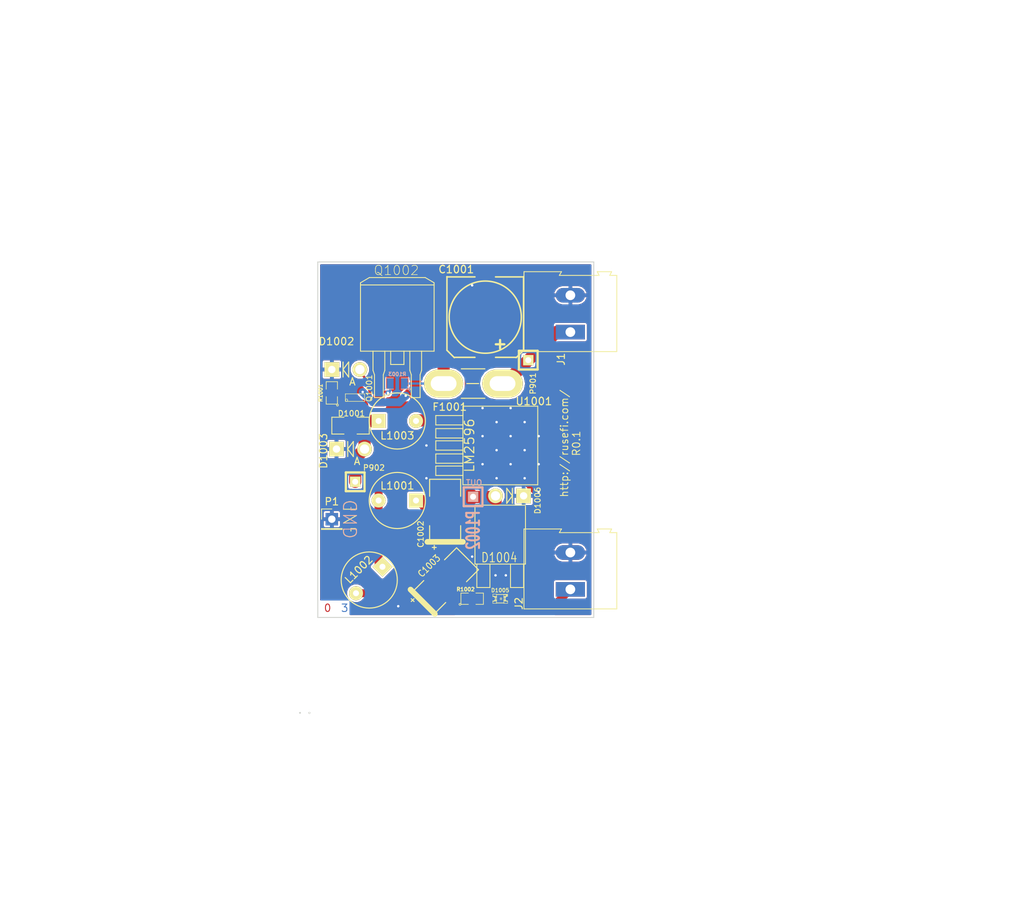
<source format=kicad_pcb>
(kicad_pcb (version 4) (host pcbnew 4.0.5)

  (general
    (links 41)
    (no_connects 0)
    (area 66.802002 20.32 205.740001 144.780001)
    (thickness 1.6)
    (drawings 26)
    (tracks 132)
    (zones 0)
    (modules 25)
    (nets 13)
  )

  (page A)
  (title_block
    (title frankenso-PWR-Supply)
    (date 2017-02-13)
    (rev R0.1)
    (company http://rusefi.com/)
  )

  (layers
    (0 F.Cu signal)
    (31 B.Cu signal)
    (32 B.Adhes user)
    (33 F.Adhes user)
    (34 B.Paste user)
    (35 F.Paste user)
    (36 B.SilkS user)
    (37 F.SilkS user)
    (38 B.Mask user)
    (39 F.Mask user)
    (40 Dwgs.User user)
    (41 Cmts.User user)
    (42 Eco1.User user)
    (43 Eco2.User user)
    (44 Edge.Cuts user)
  )

  (setup
    (last_trace_width 0.1524)
    (user_trace_width 0.1524)
    (user_trace_width 0.2159)
    (user_trace_width 0.3048)
    (user_trace_width 1.0668)
    (user_trace_width 1.651)
    (user_trace_width 1.6764)
    (user_trace_width 2.7178)
    (trace_clearance 0.1524)
    (zone_clearance 0.2159)
    (zone_45_only no)
    (trace_min 0.1524)
    (segment_width 0.127)
    (edge_width 0.127)
    (via_size 0.6858)
    (via_drill 0.3302)
    (via_min_size 0)
    (via_min_drill 0.3302)
    (user_via 0.6858 0.3302)
    (user_via 0.78994 0.43434)
    (user_via 1.54178 1.18618)
    (uvia_size 0.508)
    (uvia_drill 0.127)
    (uvias_allowed no)
    (uvia_min_size 0.508)
    (uvia_min_drill 0.127)
    (pcb_text_width 0.127)
    (pcb_text_size 1.016 1.016)
    (mod_edge_width 0.254)
    (mod_text_size 0.508 0.508)
    (mod_text_width 0.127)
    (pad_size 1.7272 1.7272)
    (pad_drill 1.143)
    (pad_to_mask_clearance 0.0762)
    (aux_axis_origin 109.855 104.14)
    (visible_elements 7FFFF67F)
    (pcbplotparams
      (layerselection 0x010fc_80000001)
      (usegerberextensions true)
      (excludeedgelayer true)
      (linewidth 0.100000)
      (plotframeref false)
      (viasonmask false)
      (mode 1)
      (useauxorigin false)
      (hpglpennumber 1)
      (hpglpenspeed 20)
      (hpglpendiameter 15)
      (hpglpenoverlay 2)
      (psnegative false)
      (psa4output false)
      (plotreference true)
      (plotvalue true)
      (plotinvisibletext false)
      (padsonsilk false)
      (subtractmaskfromsilk false)
      (outputformat 1)
      (mirror false)
      (drillshape 0)
      (scaleselection 1)
      (outputdirectory gerbers/))
  )

  (net 0 "")
  (net 1 GND)
  (net 2 "Net-(D1001-Pad1)")
  (net 3 "Net-(D1001-Pad2)")
  (net 4 "Net-(D1005-Pad1)")
  (net 5 /VBAT)
  (net 6 /FB)
  (net 7 /5V-REG)
  (net 8 /Vs1)
  (net 9 /OUT)
  (net 10 /Vin)
  (net 11 /Vf)
  (net 12 /Vs2)

  (net_class Default ""
    (clearance 0.1524)
    (trace_width 0.1524)
    (via_dia 0.6858)
    (via_drill 0.3302)
    (uvia_dia 0.508)
    (uvia_drill 0.127)
    (add_net /5V-REG)
    (add_net /FB)
    (add_net /OUT)
    (add_net /VBAT)
    (add_net /Vf)
    (add_net /Vin)
    (add_net /Vs1)
    (add_net /Vs2)
    (add_net GND)
    (add_net "Net-(D1001-Pad1)")
    (add_net "Net-(D1005-Pad1)")
  )

  (net_class "1A external" ""
    (clearance 0.2159)
    (trace_width 0.3048)
    (via_dia 0.6858)
    (via_drill 0.3302)
    (uvia_dia 0.508)
    (uvia_drill 0.127)
  )

  (net_class "2.5A external" ""
    (clearance 0.2159)
    (trace_width 1.0668)
    (via_dia 0.6858)
    (via_drill 0.3302)
    (uvia_dia 0.508)
    (uvia_drill 0.127)
  )

  (net_class "3.5A external" ""
    (clearance 0.2159)
    (trace_width 1.651)
    (via_dia 1.0922)
    (via_drill 0.6858)
    (uvia_dia 0.508)
    (uvia_drill 0.127)
    (add_net "Net-(D1001-Pad2)")
  )

  (net_class "3.5A external high voltage" ""
    (clearance 1.016)
    (trace_width 1.6764)
    (via_dia 0.6858)
    (via_drill 0.3302)
    (uvia_dia 0.508)
    (uvia_drill 0.127)
  )

  (net_class "5A external" ""
    (clearance 0.2159)
    (trace_width 2.7178)
    (via_dia 1.54178)
    (via_drill 1.18618)
    (uvia_dia 0.508)
    (uvia_drill 0.127)
  )

  (net_class Supply_200V ""
    (clearance 0.3048)
    (trace_width 1.0668)
    (via_dia 0.6858)
    (via_drill 0.3302)
    (uvia_dia 0.508)
    (uvia_drill 0.127)
  )

  (net_class min2_extern_.188A ""
    (clearance 0.1524)
    (trace_width 0.1524)
    (via_dia 0.6858)
    (via_drill 0.3302)
    (uvia_dia 0.508)
    (uvia_drill 0.127)
  )

  (net_class min_extern_.241A ""
    (clearance 0.2159)
    (trace_width 0.2159)
    (via_dia 0.6858)
    (via_drill 0.3302)
    (uvia_dia 0.508)
    (uvia_drill 0.127)
  )

  (module DPAK5 (layer F.Cu) (tedit 5515EC03) (tstamp 533AAE79)
    (at 127.1425 80.7975 270)
    (tags "CMS DPACK")
    (path /52C4CA58)
    (fp_text reference U1001 (at -5.9945 -12.0495 360) (layer F.SilkS)
      (effects (font (size 1.016 1.016) (thickness 0.1524)))
    )
    (fp_text value LM2596 (at 0 -3.302 270) (layer F.SilkS)
      (effects (font (size 1.27 1.27) (thickness 0.1524)))
    )
    (fp_line (start 2.794 -2.413) (end 2.794 1.27) (layer F.SilkS) (width 0.127))
    (fp_line (start 2.794 1.27) (end 4.064 1.27) (layer F.SilkS) (width 0.127))
    (fp_line (start 4.064 1.27) (end 4.064 -2.413) (layer F.SilkS) (width 0.127))
    (fp_line (start 1.143 -2.413) (end 1.143 1.27) (layer F.SilkS) (width 0.127))
    (fp_line (start 1.143 1.27) (end 2.413 1.27) (layer F.SilkS) (width 0.127))
    (fp_line (start 2.413 1.27) (end 2.413 -2.413) (layer F.SilkS) (width 0.127))
    (fp_line (start -0.635 -2.413) (end -0.635 1.27) (layer F.SilkS) (width 0.127))
    (fp_line (start -0.635 1.27) (end 0.635 1.27) (layer F.SilkS) (width 0.127))
    (fp_line (start 0.635 1.27) (end 0.635 -2.413) (layer F.SilkS) (width 0.127))
    (fp_line (start -2.286 -2.413) (end -2.286 1.27) (layer F.SilkS) (width 0.127))
    (fp_line (start -2.286 1.27) (end -1.143 1.27) (layer F.SilkS) (width 0.127))
    (fp_line (start -1.143 1.27) (end -1.016 1.27) (layer F.SilkS) (width 0.127))
    (fp_line (start -1.016 1.27) (end -1.016 -2.413) (layer F.SilkS) (width 0.127))
    (fp_line (start -4.064 -2.413) (end -4.064 1.27) (layer F.SilkS) (width 0.127))
    (fp_line (start -4.064 1.27) (end -2.794 1.27) (layer F.SilkS) (width 0.127))
    (fp_line (start -2.794 1.27) (end -2.794 -2.413) (layer F.SilkS) (width 0.127))
    (fp_line (start -5.334 -2.413) (end 5.334 -2.413) (layer F.SilkS) (width 0.127))
    (fp_line (start 5.334 -2.413) (end 5.334 -12.573) (layer F.SilkS) (width 0.127))
    (fp_line (start 5.334 -12.573) (end -5.334 -12.573) (layer F.SilkS) (width 0.127))
    (fp_line (start -5.334 -12.573) (end -5.334 -2.413) (layer F.SilkS) (width 0.127))
    (pad 1 smd rect (at -3.4036 0 270) (size 1.0668 2.286) (layers F.Cu F.Paste F.Mask)
      (net 5 /VBAT))
    (pad 3 smd rect (at 0 -8.763 270) (size 10.668 8.89) (layers F.Cu F.Paste F.Mask)
      (net 1 GND))
    (pad 3 smd rect (at 0 0 270) (size 1.0668 2.286) (layers F.Cu F.Paste F.Mask)
      (net 1 GND))
    (pad 2 smd rect (at -1.7018 0 270) (size 1.0668 2.286) (layers F.Cu F.Paste F.Mask)
      (net 9 /OUT))
    (pad 4 smd rect (at 1.7018 0 270) (size 1.0668 2.286) (layers F.Cu F.Paste F.Mask)
      (net 6 /FB))
    (pad 5 smd rect (at 3.4036 0 270) (size 1.0668 2.286) (layers F.Cu F.Paste F.Mask)
      (net 1 GND))
    (model smd/dpack_5.wrl
      (at (xyz 0 0 0))
      (scale (xyz 1 1 1))
      (rotate (xyz 0 0 0))
    )
  )

  (module SMDSVP10 (layer F.Cu) (tedit 58A03748) (tstamp 5515EBC5)
    (at 132.588 63.373 90)
    (path /51297942)
    (attr smd)
    (fp_text reference C1001 (at 6.477 -3.937 180) (layer F.SilkS)
      (effects (font (size 1.016 1.00076) (thickness 0.15748)))
    )
    (fp_text value "330uF 35V" (at 0 2.79908 90) (layer F.SilkS) hide
      (effects (font (size 1.016 1.00076) (thickness 0.2032)))
    )
    (fp_line (start -5.461 4.191) (end -5.461 1.397) (layer F.SilkS) (width 0.2032))
    (fp_line (start -5.461 -4.191) (end -5.461 -1.397) (layer F.SilkS) (width 0.2032))
    (fp_line (start 5.461 5.207) (end 5.461 1.397) (layer F.SilkS) (width 0.2032))
    (fp_line (start 5.461 -5.207) (end 5.461 -1.397) (layer F.SilkS) (width 0.2032))
    (fp_text user + (at -3.683 1.905 90) (layer F.SilkS)
      (effects (font (thickness 0.3048)))
    )
    (fp_circle (center 0 0) (end 4.89966 0) (layer F.SilkS) (width 0.2032))
    (fp_line (start 5.4991 -5.19938) (end -4.50088 -5.19938) (layer F.SilkS) (width 0.2032))
    (fp_line (start -4.50088 -5.19938) (end -5.4991 -4.20116) (layer F.SilkS) (width 0.2032))
    (fp_line (start -5.4991 4.20116) (end -4.50088 5.19938) (layer F.SilkS) (width 0.2032))
    (fp_line (start -4.50088 5.19938) (end 5.4991 5.19938) (layer F.SilkS) (width 0.2032))
    (pad 1 smd rect (at -4.39928 0 90) (size 4.39928 1.89992) (layers F.Cu F.Paste F.Mask)
      (net 5 /VBAT))
    (pad 2 smd rect (at 4.30022 0 90) (size 4.39928 1.89992) (layers F.Cu F.Paste F.Mask)
      (net 1 GND))
    (model smd\capacitors\c_elec_10x10_5.wrl
      (at (xyz 0 0 0.001))
      (scale (xyz 1 1 1))
      (rotate (xyz 0 0 180))
    )
  )

  (module SM2512 (layer F.Cu) (tedit 58A036FB) (tstamp 539C2953)
    (at 127.1425 89.6875 90)
    (tags "CMS SM")
    (path /5378A039)
    (attr smd)
    (fp_text reference C1002 (at -3.1495 -3.3175 270) (layer F.SilkS)
      (effects (font (size 0.762 0.762) (thickness 0.127)))
    )
    (fp_text value "220uF 16V" (at 0.89916 0 180) (layer F.SilkS) hide
      (effects (font (size 0.889 0.762) (thickness 0.127)))
    )
    (fp_line (start -3.99956 -2.10058) (end -3.99956 2.10058) (layer F.SilkS) (width 0.14986))
    (fp_text user + (at -4.953 -1.524 90) (layer F.SilkS)
      (effects (font (size 0.7 0.7) (thickness 0.15)))
    )
    (fp_line (start -4.30022 -2.10058) (end -4.30022 2.10058) (layer F.SilkS) (width 0.14986))
    (fp_line (start 4.30022 -2.10058) (end 4.30022 2.10058) (layer F.SilkS) (width 0.14986))
    (fp_line (start 1.99644 2.10566) (end 4.28244 2.10566) (layer F.SilkS) (width 0.14986))
    (fp_line (start 4.28244 -2.10566) (end 1.99644 -2.10566) (layer F.SilkS) (width 0.14986))
    (fp_line (start -1.99898 -2.10566) (end -4.28498 -2.10566) (layer F.SilkS) (width 0.14986))
    (fp_line (start -4.28244 2.10566) (end -1.99644 2.10566) (layer F.SilkS) (width 0.14986))
    (pad 1 smd rect (at -2.99974 0 90) (size 1.99898 2.99974) (layers F.Cu F.Paste F.Mask)
      (net 6 /FB))
    (pad 2 smd rect (at 2.99974 0 90) (size 1.99898 2.99974) (layers F.Cu F.Paste F.Mask)
      (net 1 GND))
    (model smd\chip_smd_pol_wide.wrl
      (at (xyz 0 0 0))
      (scale (xyz 0.35 0.35 0.35))
      (rotate (xyz 0 0 0))
    )
  )

  (module SM2512 (layer F.Cu) (tedit 58A036EA) (tstamp 533AADFF)
    (at 127.1425 99.2125 45)
    (tags "CMS SM")
    (path /53D50AD9)
    (attr smd)
    (fp_text reference C1003 (at -0.082731 -2.992476 225) (layer F.SilkS)
      (effects (font (size 0.889 0.762) (thickness 0.127)))
    )
    (fp_text value "220uF 16V" (at 0.89916 0 135) (layer F.SilkS) hide
      (effects (font (size 0.889 0.762) (thickness 0.127)))
    )
    (fp_line (start -3.99956 -2.10058) (end -3.99956 2.10058) (layer F.SilkS) (width 0.14986))
    (fp_text user + (at -4.939141 -1.347038 45) (layer F.SilkS)
      (effects (font (size 0.7 0.7) (thickness 0.15)))
    )
    (fp_line (start -4.30022 -2.10058) (end -4.30022 2.10058) (layer F.SilkS) (width 0.14986))
    (fp_line (start 4.30022 -2.10058) (end 4.30022 2.10058) (layer F.SilkS) (width 0.14986))
    (fp_line (start 1.99644 2.10566) (end 4.28244 2.10566) (layer F.SilkS) (width 0.14986))
    (fp_line (start 4.28244 -2.10566) (end 1.99644 -2.10566) (layer F.SilkS) (width 0.14986))
    (fp_line (start -1.99898 -2.10566) (end -4.28498 -2.10566) (layer F.SilkS) (width 0.14986))
    (fp_line (start -4.28244 2.10566) (end -1.99644 2.10566) (layer F.SilkS) (width 0.14986))
    (pad 1 smd rect (at -2.99974 0 45) (size 1.99898 2.99974) (layers F.Cu F.Paste F.Mask)
      (net 7 /5V-REG))
    (pad 2 smd rect (at 2.99974 0 45) (size 1.99898 2.99974) (layers F.Cu F.Paste F.Mask)
      (net 1 GND))
    (model smd\chip_smd_pol_wide.wrl
      (at (xyz 0 0 0))
      (scale (xyz 0.35 0.35 0.35))
      (rotate (xyz 0 0 0))
    )
  )

  (module SM0805 (layer F.Cu) (tedit 58A1BF9A) (tstamp 533AAE20)
    (at 130.81 101.6)
    (path /512925E9)
    (attr smd)
    (fp_text reference R1002 (at -0.889 -1.27 180) (layer F.SilkS)
      (effects (font (size 0.508 0.508) (thickness 0.127)))
    )
    (fp_text value 1k (at 0 0.381) (layer F.SilkS) hide
      (effects (font (size 0.50038 0.50038) (thickness 0.10922)))
    )
    (fp_circle (center -1.651 0.762) (end -1.651 0.635) (layer F.SilkS) (width 0.09906))
    (fp_line (start -0.508 0.762) (end -1.524 0.762) (layer F.SilkS) (width 0.09906))
    (fp_line (start -1.524 0.762) (end -1.524 -0.762) (layer F.SilkS) (width 0.09906))
    (fp_line (start -1.524 -0.762) (end -0.508 -0.762) (layer F.SilkS) (width 0.09906))
    (fp_line (start 0.508 -0.762) (end 1.524 -0.762) (layer F.SilkS) (width 0.09906))
    (fp_line (start 1.524 -0.762) (end 1.524 0.762) (layer F.SilkS) (width 0.09906))
    (fp_line (start 1.524 0.762) (end 0.508 0.762) (layer F.SilkS) (width 0.09906))
    (pad 1 smd rect (at -0.9525 0) (size 0.889 1.397) (layers F.Cu F.Paste F.Mask)
      (net 6 /FB))
    (pad 2 smd rect (at 0.9525 0) (size 0.889 1.397) (layers F.Cu F.Paste F.Mask)
      (net 4 "Net-(D1005-Pad1)"))
    (model smd/chip_cms.wrl
      (at (xyz 0 0 0))
      (scale (xyz 0.1 0.1 0.1))
      (rotate (xyz 0 0 0))
    )
  )

  (module LED-0805 (layer F.Cu) (tedit 58A1BF92) (tstamp 533AAE5B)
    (at 134.62 101.6)
    (descr "LED 0805 smd package")
    (tags "LED 0805 SMD")
    (path /5129222C)
    (attr smd)
    (fp_text reference D1005 (at 0 -1.143) (layer F.SilkS)
      (effects (font (size 0.508 0.508) (thickness 0.1016)))
    )
    (fp_text value LED-grn (at 0 1.27) (layer F.SilkS) hide
      (effects (font (size 0.762 0.762) (thickness 0.127)))
    )
    (fp_line (start 0.49784 0.29972) (end 0.49784 0.62484) (layer F.SilkS) (width 0.06604))
    (fp_line (start 0.49784 0.62484) (end 0.99822 0.62484) (layer F.SilkS) (width 0.06604))
    (fp_line (start 0.99822 0.29972) (end 0.99822 0.62484) (layer F.SilkS) (width 0.06604))
    (fp_line (start 0.49784 0.29972) (end 0.99822 0.29972) (layer F.SilkS) (width 0.06604))
    (fp_line (start 0.49784 -0.32258) (end 0.49784 -0.17272) (layer F.SilkS) (width 0.06604))
    (fp_line (start 0.49784 -0.17272) (end 0.7493 -0.17272) (layer F.SilkS) (width 0.06604))
    (fp_line (start 0.7493 -0.32258) (end 0.7493 -0.17272) (layer F.SilkS) (width 0.06604))
    (fp_line (start 0.49784 -0.32258) (end 0.7493 -0.32258) (layer F.SilkS) (width 0.06604))
    (fp_line (start 0.49784 0.17272) (end 0.49784 0.32258) (layer F.SilkS) (width 0.06604))
    (fp_line (start 0.49784 0.32258) (end 0.7493 0.32258) (layer F.SilkS) (width 0.06604))
    (fp_line (start 0.7493 0.17272) (end 0.7493 0.32258) (layer F.SilkS) (width 0.06604))
    (fp_line (start 0.49784 0.17272) (end 0.7493 0.17272) (layer F.SilkS) (width 0.06604))
    (fp_line (start 0.49784 -0.19812) (end 0.49784 0.19812) (layer F.SilkS) (width 0.06604))
    (fp_line (start 0.49784 0.19812) (end 0.6731 0.19812) (layer F.SilkS) (width 0.06604))
    (fp_line (start 0.6731 -0.19812) (end 0.6731 0.19812) (layer F.SilkS) (width 0.06604))
    (fp_line (start 0.49784 -0.19812) (end 0.6731 -0.19812) (layer F.SilkS) (width 0.06604))
    (fp_line (start -0.99822 0.29972) (end -0.99822 0.62484) (layer F.SilkS) (width 0.06604))
    (fp_line (start -0.99822 0.62484) (end -0.49784 0.62484) (layer F.SilkS) (width 0.06604))
    (fp_line (start -0.49784 0.29972) (end -0.49784 0.62484) (layer F.SilkS) (width 0.06604))
    (fp_line (start -0.99822 0.29972) (end -0.49784 0.29972) (layer F.SilkS) (width 0.06604))
    (fp_line (start -0.99822 -0.62484) (end -0.99822 -0.29972) (layer F.SilkS) (width 0.06604))
    (fp_line (start -0.99822 -0.29972) (end -0.49784 -0.29972) (layer F.SilkS) (width 0.06604))
    (fp_line (start -0.49784 -0.62484) (end -0.49784 -0.29972) (layer F.SilkS) (width 0.06604))
    (fp_line (start -0.99822 -0.62484) (end -0.49784 -0.62484) (layer F.SilkS) (width 0.06604))
    (fp_line (start -0.7493 0.17272) (end -0.7493 0.32258) (layer F.SilkS) (width 0.06604))
    (fp_line (start -0.7493 0.32258) (end -0.49784 0.32258) (layer F.SilkS) (width 0.06604))
    (fp_line (start -0.49784 0.17272) (end -0.49784 0.32258) (layer F.SilkS) (width 0.06604))
    (fp_line (start -0.7493 0.17272) (end -0.49784 0.17272) (layer F.SilkS) (width 0.06604))
    (fp_line (start -0.7493 -0.32258) (end -0.7493 -0.17272) (layer F.SilkS) (width 0.06604))
    (fp_line (start -0.7493 -0.17272) (end -0.49784 -0.17272) (layer F.SilkS) (width 0.06604))
    (fp_line (start -0.49784 -0.32258) (end -0.49784 -0.17272) (layer F.SilkS) (width 0.06604))
    (fp_line (start -0.7493 -0.32258) (end -0.49784 -0.32258) (layer F.SilkS) (width 0.06604))
    (fp_line (start -0.6731 -0.19812) (end -0.6731 0.19812) (layer F.SilkS) (width 0.06604))
    (fp_line (start -0.6731 0.19812) (end -0.49784 0.19812) (layer F.SilkS) (width 0.06604))
    (fp_line (start -0.49784 -0.19812) (end -0.49784 0.19812) (layer F.SilkS) (width 0.06604))
    (fp_line (start -0.6731 -0.19812) (end -0.49784 -0.19812) (layer F.SilkS) (width 0.06604))
    (fp_line (start 0 -0.09906) (end 0 0.09906) (layer F.SilkS) (width 0.06604))
    (fp_line (start 0 0.09906) (end 0.19812 0.09906) (layer F.SilkS) (width 0.06604))
    (fp_line (start 0.19812 -0.09906) (end 0.19812 0.09906) (layer F.SilkS) (width 0.06604))
    (fp_line (start 0 -0.09906) (end 0.19812 -0.09906) (layer F.SilkS) (width 0.06604))
    (fp_line (start 0.49784 -0.59944) (end 0.49784 -0.29972) (layer F.SilkS) (width 0.06604))
    (fp_line (start 0.49784 -0.29972) (end 0.79756 -0.29972) (layer F.SilkS) (width 0.06604))
    (fp_line (start 0.79756 -0.59944) (end 0.79756 -0.29972) (layer F.SilkS) (width 0.06604))
    (fp_line (start 0.49784 -0.59944) (end 0.79756 -0.59944) (layer F.SilkS) (width 0.06604))
    (fp_line (start 0.92456 -0.62484) (end 0.92456 -0.39878) (layer F.SilkS) (width 0.06604))
    (fp_line (start 0.92456 -0.39878) (end 0.99822 -0.39878) (layer F.SilkS) (width 0.06604))
    (fp_line (start 0.99822 -0.62484) (end 0.99822 -0.39878) (layer F.SilkS) (width 0.06604))
    (fp_line (start 0.92456 -0.62484) (end 0.99822 -0.62484) (layer F.SilkS) (width 0.06604))
    (fp_line (start 0.52324 0.57404) (end -0.52324 0.57404) (layer F.SilkS) (width 0.1016))
    (fp_line (start -0.49784 -0.57404) (end 0.92456 -0.57404) (layer F.SilkS) (width 0.1016))
    (fp_circle (center 0.84836 -0.44958) (end 0.89916 -0.50038) (layer F.SilkS) (width 0.0508))
    (fp_arc (start 0.99822 0) (end 0.99822 0.34798) (angle 180) (layer F.SilkS) (width 0.1016))
    (fp_arc (start -0.99822 0) (end -0.99822 -0.34798) (angle 180) (layer F.SilkS) (width 0.1016))
    (pad 1 smd rect (at -1.04902 0) (size 1.19888 1.19888) (layers F.Cu F.Paste F.Mask)
      (net 4 "Net-(D1005-Pad1)"))
    (pad 2 smd rect (at 1.04902 0) (size 1.19888 1.19888) (layers F.Cu F.Paste F.Mask)
      (net 1 GND))
  )

  (module SM0805 (layer F.Cu) (tedit 58A03624) (tstamp 533A9B6E)
    (at 111.76 73.66 90)
    (path /533A08F3)
    (attr smd)
    (fp_text reference R1001 (at 0 -1.524 270) (layer F.SilkS)
      (effects (font (size 0.508 0.508) (thickness 0.127)))
    )
    (fp_text value 39k (at 0 0.381 90) (layer F.SilkS) hide
      (effects (font (size 0.50038 0.50038) (thickness 0.10922)))
    )
    (fp_circle (center -1.651 0.762) (end -1.651 0.635) (layer F.SilkS) (width 0.09906))
    (fp_line (start -0.508 0.762) (end -1.524 0.762) (layer F.SilkS) (width 0.09906))
    (fp_line (start -1.524 0.762) (end -1.524 -0.762) (layer F.SilkS) (width 0.09906))
    (fp_line (start -1.524 -0.762) (end -0.508 -0.762) (layer F.SilkS) (width 0.09906))
    (fp_line (start 0.508 -0.762) (end 1.524 -0.762) (layer F.SilkS) (width 0.09906))
    (fp_line (start 1.524 -0.762) (end 1.524 0.762) (layer F.SilkS) (width 0.09906))
    (fp_line (start 1.524 0.762) (end 0.508 0.762) (layer F.SilkS) (width 0.09906))
    (pad 1 smd rect (at -0.9525 0 90) (size 0.889 1.397) (layers F.Cu F.Paste F.Mask)
      (net 2 "Net-(D1001-Pad1)"))
    (pad 2 smd rect (at 0.9525 0 90) (size 0.889 1.397) (layers F.Cu F.Paste F.Mask)
      (net 1 GND))
    (model smd/chip_cms.wrl
      (at (xyz 0 0 0))
      (scale (xyz 0.1 0.1 0.1))
      (rotate (xyz 0 0 0))
    )
  )

  (module SIL-1 (layer B.Cu) (tedit 53EB32D0) (tstamp 533AADCB)
    (at 130.937 87.757 180)
    (descr "Connecteurs 1 pin")
    (tags "CONN DEV")
    (path /519D13C2)
    (fp_text reference P1002 (at -0.0155 -4.5465 450) (layer B.SilkS)
      (effects (font (size 1.72974 1.08712) (thickness 0.27178)) (justify mirror))
    )
    (fp_text value CONN_1 (at 0 2.54 180) (layer B.SilkS) hide
      (effects (font (size 1.524 1.016) (thickness 0.254)) (justify mirror))
    )
    (fp_line (start -1.27 -1.27) (end 1.27 -1.27) (layer B.SilkS) (width 0.3175))
    (fp_line (start -1.27 1.27) (end 1.27 1.27) (layer B.SilkS) (width 0.3175))
    (fp_line (start -1.27 -1.27) (end -1.27 1.27) (layer B.SilkS) (width 0.3048))
    (fp_line (start 1.27 1.27) (end 1.27 -1.27) (layer B.SilkS) (width 0.3048))
    (pad 1 thru_hole rect (at 0 0 180) (size 1.397 1.397) (drill 0.8128) (layers *.Cu *.Mask B.SilkS)
      (net 9 /OUT))
  )

  (module SM1206 (layer F.Cu) (tedit 58A03665) (tstamp 533C27B9)
    (at 114.3 78.105)
    (path /533A08FB)
    (attr smd)
    (fp_text reference D1001 (at 0.127 -1.651 180) (layer F.SilkS)
      (effects (font (size 0.762 0.762) (thickness 0.127)))
    )
    (fp_text value 7.5V (at 0 0) (layer F.SilkS) hide
      (effects (font (size 0.762 0.762) (thickness 0.127)))
    )
    (fp_line (start -2.54 -1.143) (end -2.54 1.143) (layer F.SilkS) (width 0.127))
    (fp_line (start -2.54 1.143) (end -0.889 1.143) (layer F.SilkS) (width 0.127))
    (fp_line (start 0.889 -1.143) (end 2.54 -1.143) (layer F.SilkS) (width 0.127))
    (fp_line (start 2.54 -1.143) (end 2.54 1.143) (layer F.SilkS) (width 0.127))
    (fp_line (start 2.54 1.143) (end 0.889 1.143) (layer F.SilkS) (width 0.127))
    (fp_line (start -0.889 -1.143) (end -2.54 -1.143) (layer F.SilkS) (width 0.127))
    (pad 1 smd rect (at -1.651 0) (size 1.524 2.032) (layers F.Cu F.Paste F.Mask)
      (net 2 "Net-(D1001-Pad1)"))
    (pad 2 smd rect (at 1.651 0) (size 1.524 2.032) (layers F.Cu F.Paste F.Mask)
      (net 3 "Net-(D1001-Pad2)"))
    (model smd/chip_cms.wrl
      (at (xyz 0 0 0))
      (scale (xyz 0.17 0.16 0.16))
      (rotate (xyz 0 0 0))
    )
  )

  (module SOT23 (layer F.Cu) (tedit 56C241C4) (tstamp 533BF37F)
    (at 114.935 74.295)
    (tags SOT23)
    (path /52C6272D)
    (fp_text reference Q1001 (at 1.905 -1.27 90) (layer F.SilkS)
      (effects (font (size 0.762 0.762) (thickness 0.11938)))
    )
    (fp_text value 20V (at 0.0635 0) (layer F.SilkS) hide
      (effects (font (size 0.50038 0.50038) (thickness 0.09906)))
    )
    (fp_circle (center -1.17602 0.35052) (end -1.30048 0.44958) (layer F.SilkS) (width 0.07874))
    (fp_line (start 1.27 -0.508) (end 1.27 0.508) (layer F.SilkS) (width 0.07874))
    (fp_line (start -1.3335 -0.508) (end -1.3335 0.508) (layer F.SilkS) (width 0.07874))
    (fp_line (start 1.27 0.508) (end -1.3335 0.508) (layer F.SilkS) (width 0.07874))
    (fp_line (start -1.3335 -0.508) (end 1.27 -0.508) (layer F.SilkS) (width 0.07874))
    (pad 3 smd rect (at 0 -1.09982) (size 0.8001 1.00076) (layers F.Cu F.Paste F.Mask)
      (net 12 /Vs2))
    (pad 2 smd rect (at 0.9525 1.09982) (size 0.8001 1.00076) (layers F.Cu F.Paste F.Mask)
      (net 3 "Net-(D1001-Pad2)"))
    (pad 1 smd rect (at -0.9525 1.09982) (size 0.8001 1.00076) (layers F.Cu F.Paste F.Mask)
      (net 2 "Net-(D1001-Pad1)"))
    (model smd\SOT23_3.wrl
      (at (xyz 0 0 0))
      (scale (xyz 0.4 0.4 0.4))
      (rotate (xyz 0 0 180))
    )
  )

  (module SIL-1 (layer F.Cu) (tedit 53DEE452) (tstamp 53DEF3CB)
    (at 138.43 69.215)
    (descr "Connecteurs 1 pin")
    (tags "CONN DEV")
    (path /53DF5B0B)
    (fp_text reference P901 (at 0.635 3.175 90) (layer F.SilkS)
      (effects (font (size 0.762 0.762) (thickness 0.127)))
    )
    (fp_text value CONN_1 (at 0 -2.54) (layer F.SilkS) hide
      (effects (font (size 1.524 1.016) (thickness 0.254)))
    )
    (fp_line (start -1.27 1.27) (end 1.27 1.27) (layer F.SilkS) (width 0.3175))
    (fp_line (start -1.27 -1.27) (end 1.27 -1.27) (layer F.SilkS) (width 0.3175))
    (fp_line (start -1.27 1.27) (end -1.27 -1.27) (layer F.SilkS) (width 0.3048))
    (fp_line (start 1.27 -1.27) (end 1.27 1.27) (layer F.SilkS) (width 0.3048))
    (pad 1 thru_hole rect (at 0 0) (size 1.397 1.397) (drill 0.8128) (layers *.Cu *.Mask F.SilkS)
      (net 10 /Vin))
  )

  (module SIL-1 (layer F.Cu) (tedit 56C24233) (tstamp 53DEF3D4)
    (at 114.935 85.725)
    (descr "Connecteurs 1 pin")
    (tags "CONN DEV")
    (path /53DF5B1A)
    (fp_text reference P902 (at 2.54 -1.905 180) (layer F.SilkS)
      (effects (font (size 0.762 0.762) (thickness 0.127)))
    )
    (fp_text value CONN_1 (at 0 -2.54) (layer F.SilkS) hide
      (effects (font (size 1.524 1.016) (thickness 0.254)))
    )
    (fp_line (start -1.27 1.27) (end 1.27 1.27) (layer F.SilkS) (width 0.3175))
    (fp_line (start -1.27 -1.27) (end 1.27 -1.27) (layer F.SilkS) (width 0.3175))
    (fp_line (start -1.27 1.27) (end -1.27 -1.27) (layer F.SilkS) (width 0.3048))
    (fp_line (start 1.27 -1.27) (end 1.27 1.27) (layer F.SilkS) (width 0.3048))
    (pad 1 thru_hole rect (at 0 0) (size 1.397 1.397) (drill 0.8128) (layers *.Cu *.Mask F.SilkS)
      (net 3 "Net-(D1001-Pad2)"))
  )

  (module SM0805 (layer B.Cu) (tedit 58A03674) (tstamp 560DBA57)
    (at 120.65 72.39 180)
    (path /560A5E1C)
    (attr smd)
    (fp_text reference R1003 (at 0 1.27 180) (layer B.SilkS)
      (effects (font (size 0.50038 0.50038) (thickness 0.10922)) (justify mirror))
    )
    (fp_text value 100k (at 0 -0.381 180) (layer B.SilkS) hide
      (effects (font (size 0.50038 0.50038) (thickness 0.10922)) (justify mirror))
    )
    (fp_circle (center -1.651 -0.762) (end -1.651 -0.635) (layer B.SilkS) (width 0.09906))
    (fp_line (start -0.508 -0.762) (end -1.524 -0.762) (layer B.SilkS) (width 0.09906))
    (fp_line (start -1.524 -0.762) (end -1.524 0.762) (layer B.SilkS) (width 0.09906))
    (fp_line (start -1.524 0.762) (end -0.508 0.762) (layer B.SilkS) (width 0.09906))
    (fp_line (start 0.508 0.762) (end 1.524 0.762) (layer B.SilkS) (width 0.09906))
    (fp_line (start 1.524 0.762) (end 1.524 -0.762) (layer B.SilkS) (width 0.09906))
    (fp_line (start 1.524 -0.762) (end 0.508 -0.762) (layer B.SilkS) (width 0.09906))
    (pad 1 smd rect (at -0.9525 0 180) (size 0.889 1.397) (layers B.Cu B.Paste B.Mask)
      (net 11 /Vf))
    (pad 2 smd rect (at 0.9525 0 180) (size 0.889 1.397) (layers B.Cu B.Paste B.Mask)
      (net 8 /Vs1))
    (model smd/chip_cms.wrl
      (at (xyz 0 0 0))
      (scale (xyz 0.1 0.1 0.1))
      (rotate (xyz 0 0 0))
    )
  )

  (module m-pad-2.1-TO-263AB (layer F.Cu) (tedit 58A0373F) (tstamp 560DB876)
    (at 120.65 63.5)
    (descr "FAIRCHILD'S TO-263AB/D2PAK PACKAGE DIMENSIONS")
    (tags "FAIRCHILD'S TO-263AB/D2PAK PACKAGE DIMENSIONS")
    (path /56093CF9)
    (attr smd)
    (fp_text reference Q1002 (at -0.127 -6.477) (layer F.SilkS)
      (effects (font (size 1.27 1.27) (thickness 0.0889)))
    )
    (fp_text value 200V (at 6.86308 -0.30988 270) (layer F.SilkS) hide
      (effects (font (size 1.27 1.27) (thickness 0.0889)))
    )
    (fp_line (start -4.99872 4.49834) (end -3.29946 4.49834) (layer F.SilkS) (width 0.127))
    (fp_line (start -3.29946 4.49834) (end -1.69926 4.49834) (layer F.SilkS) (width 0.127))
    (fp_line (start -1.69926 4.49834) (end -0.89916 4.49834) (layer F.SilkS) (width 0.127))
    (fp_line (start -0.89916 4.49834) (end 0.89916 4.49834) (layer F.SilkS) (width 0.127))
    (fp_line (start 0.89916 4.49834) (end 1.69926 4.49834) (layer F.SilkS) (width 0.127))
    (fp_line (start 1.69926 4.49834) (end 3.29946 4.49834) (layer F.SilkS) (width 0.127))
    (fp_line (start 3.29946 4.49834) (end 4.99872 4.49834) (layer F.SilkS) (width 0.127))
    (fp_line (start 4.99872 4.49834) (end 4.99872 -4.49834) (layer F.SilkS) (width 0.127))
    (fp_line (start 4.99872 -4.49834) (end -4.99872 -4.49834) (layer F.SilkS) (width 0.127))
    (fp_line (start -4.99872 -4.49834) (end -4.99872 4.49834) (layer F.SilkS) (width 0.127))
    (fp_line (start -4.99872 -4.49834) (end -4.99872 -4.79044) (layer F.SilkS) (width 0.127))
    (fp_line (start -4.99872 -4.79044) (end -3.79222 -5.4991) (layer F.SilkS) (width 0.127))
    (fp_line (start -3.79222 -5.4991) (end 3.79222 -5.4991) (layer F.SilkS) (width 0.127))
    (fp_line (start 3.79222 -5.4991) (end 4.99872 -4.79044) (layer F.SilkS) (width 0.127))
    (fp_line (start 4.99872 -4.79044) (end 4.99872 -4.49834) (layer F.SilkS) (width 0.127))
    (fp_line (start -0.89916 4.49834) (end -0.89916 6.2992) (layer F.SilkS) (width 0.127))
    (fp_line (start -0.89916 6.2992) (end 0.89916 6.2992) (layer F.SilkS) (width 0.127))
    (fp_line (start 0.89916 6.2992) (end 0.89916 4.49834) (layer F.SilkS) (width 0.127))
    (fp_line (start -3.29946 4.49834) (end -3.29946 7.0993) (layer F.SilkS) (width 0.127))
    (fp_line (start -3.29946 7.0993) (end -3.0988 7.69874) (layer F.SilkS) (width 0.127))
    (fp_line (start -3.0988 7.69874) (end -3.0988 10.79754) (layer F.SilkS) (width 0.127))
    (fp_line (start -3.0988 10.79754) (end -1.89992 10.79754) (layer F.SilkS) (width 0.127))
    (fp_line (start -1.89992 10.79754) (end -1.89992 7.69874) (layer F.SilkS) (width 0.127))
    (fp_line (start -1.89992 7.69874) (end -1.69926 7.0993) (layer F.SilkS) (width 0.127))
    (fp_line (start -1.69926 7.0993) (end -1.69926 4.49834) (layer F.SilkS) (width 0.127))
    (fp_line (start 1.69926 4.49834) (end 1.69926 7.0993) (layer F.SilkS) (width 0.127))
    (fp_line (start 1.69926 7.0993) (end 1.89992 7.69874) (layer F.SilkS) (width 0.127))
    (fp_line (start 1.89992 7.69874) (end 1.89992 10.79754) (layer F.SilkS) (width 0.127))
    (fp_line (start 1.89992 10.79754) (end 3.0988 10.79754) (layer F.SilkS) (width 0.127))
    (fp_line (start 3.0988 10.79754) (end 3.0988 7.69874) (layer F.SilkS) (width 0.127))
    (fp_line (start 3.0988 7.69874) (end 3.29946 7.0993) (layer F.SilkS) (width 0.127))
    (fp_line (start 3.29946 7.0993) (end 3.29946 4.49834) (layer F.SilkS) (width 0.127))
    (pad 2 smd rect (at 0 0) (size 9.99998 8.99922) (layers F.Cu F.Paste F.Mask)
      (net 11 /Vf))
    (pad 1 smd rect (at -2.49936 9.99998) (size 1.4986 3.99796) (layers F.Cu F.Paste F.Mask)
      (net 8 /Vs1))
    (pad 3 smd rect (at 2.49936 9.99998) (size 1.4986 3.99796) (layers F.Cu F.Paste F.Mask)
      (net 12 /Vs2))
  )

  (module Diode_DO-41_SOD81_Vertical_AnodeUp (layer F.Cu) (tedit 56C2421C) (tstamp 56C21BD9)
    (at 111.76 70.485)
    (descr "Diode, DO-41, SOD81, Vertical, Anode Up,")
    (tags "Diode, DO-41, SOD81, Vertical, Anode Up, 1N4007, SB140,")
    (path /560A5DFC)
    (fp_text reference D1002 (at 0.635 -3.81) (layer F.SilkS)
      (effects (font (size 1 1) (thickness 0.15)))
    )
    (fp_text value 14V (at 1.905 -1.905) (layer F.Fab)
      (effects (font (size 1 1) (thickness 0.15)))
    )
    (fp_text user A (at 2.794 1.651) (layer F.SilkS)
      (effects (font (size 1 1) (thickness 0.15)))
    )
    (fp_line (start 1.524 0) (end 2.286 1.016) (layer F.SilkS) (width 0.15))
    (fp_line (start 1.524 0) (end 2.286 -1.016) (layer F.SilkS) (width 0.15))
    (fp_line (start 1.524 -1.016) (end 1.524 1.016) (layer F.SilkS) (width 0.15))
    (fp_line (start 2.286 -1.016) (end 2.286 1.016) (layer F.SilkS) (width 0.15))
    (pad 2 thru_hole circle (at 3.81 0) (size 1.99898 1.99898) (drill 1.27) (layers *.Cu *.Mask F.SilkS)
      (net 8 /Vs1))
    (pad 1 thru_hole rect (at 0 0) (size 1.99898 1.99898) (drill 1.00076) (layers *.Cu *.Mask F.SilkS)
      (net 1 GND))
  )

  (module Diode_DO-41_SOD81_Vertical_AnodeUp (layer F.Cu) (tedit 58A1DB62) (tstamp 56C21BE3)
    (at 112.395 81.28)
    (descr "Diode, DO-41, SOD81, Vertical, Anode Up,")
    (tags "Diode, DO-41, SOD81, Vertical, Anode Up, 1N4007, SB140,")
    (path /560C6855)
    (fp_text reference D1003 (at -1.778 0.254 90) (layer F.SilkS)
      (effects (font (size 1 1) (thickness 0.15)))
    )
    (fp_text value 24V (at 1.905 3.175) (layer F.Fab) hide
      (effects (font (size 1 1) (thickness 0.15)))
    )
    (fp_text user A (at 2.794 1.651) (layer F.SilkS)
      (effects (font (size 1 1) (thickness 0.15)))
    )
    (fp_line (start 1.524 0) (end 2.286 1.016) (layer F.SilkS) (width 0.15))
    (fp_line (start 1.524 0) (end 2.286 -1.016) (layer F.SilkS) (width 0.15))
    (fp_line (start 1.524 -1.016) (end 1.524 1.016) (layer F.SilkS) (width 0.15))
    (fp_line (start 2.286 -1.016) (end 2.286 1.016) (layer F.SilkS) (width 0.15))
    (pad 2 thru_hole circle (at 3.81 0) (size 1.99898 1.99898) (drill 1.27) (layers *.Cu *.Mask F.SilkS)
      (net 3 "Net-(D1001-Pad2)"))
    (pad 1 thru_hole rect (at 0 0) (size 1.99898 1.99898) (drill 1.00076) (layers *.Cu *.Mask F.SilkS)
      (net 1 GND))
  )

  (module Diode_DO-41_SOD81_Vertical_AnodeUp (layer F.Cu) (tedit 58A1DB3F) (tstamp 56C21BED)
    (at 137.795 87.63 180)
    (descr "Diode, DO-41, SOD81, Vertical, Anode Up,")
    (tags "Diode, DO-41, SOD81, Vertical, Anode Up, 1N4007, SB140,")
    (path /533B6631)
    (fp_text reference D1006 (at -1.905 -0.635 270) (layer F.SilkS)
      (effects (font (size 0.762 0.762) (thickness 0.127)))
    )
    (fp_text value DIODESCH (at 0.05 -2 180) (layer F.Fab) hide
      (effects (font (size 1 1) (thickness 0.15)))
    )
    (fp_text user A (at 2.794 1.651 180) (layer F.SilkS) hide
      (effects (font (size 1 1) (thickness 0.15)))
    )
    (fp_line (start 1.524 0) (end 2.286 1.016) (layer F.SilkS) (width 0.15))
    (fp_line (start 1.524 0) (end 2.286 -1.016) (layer F.SilkS) (width 0.15))
    (fp_line (start 1.524 -1.016) (end 1.524 1.016) (layer F.SilkS) (width 0.15))
    (fp_line (start 2.286 -1.016) (end 2.286 1.016) (layer F.SilkS) (width 0.15))
    (pad 2 thru_hole circle (at 3.81 0 180) (size 1.99898 1.99898) (drill 1.27) (layers *.Cu *.Mask F.SilkS)
      (net 9 /OUT))
    (pad 1 thru_hole rect (at 0 0 180) (size 1.99898 1.99898) (drill 1.00076) (layers *.Cu *.Mask F.SilkS)
      (net 1 GND))
  )

  (module INDUCTOR_V (layer F.Cu) (tedit 0) (tstamp 56C21BF7)
    (at 120.65 88.265 180)
    (descr "Inductor (vertical)")
    (tags INDUCTOR)
    (path /56C8D544)
    (fp_text reference L1001 (at 0 1.99898 180) (layer F.SilkS)
      (effects (font (size 1 1) (thickness 0.15)))
    )
    (fp_text value 68uH (at 0.09906 -1.99898 180) (layer F.Fab)
      (effects (font (size 1 1) (thickness 0.15)))
    )
    (fp_circle (center 0 0) (end 3.81 0) (layer F.SilkS) (width 0.15))
    (pad 1 thru_hole rect (at -2.54 0 180) (size 1.905 1.905) (drill 0.8128) (layers *.Cu *.Mask F.SilkS)
      (net 9 /OUT))
    (pad 2 thru_hole circle (at 2.54 0 180) (size 1.905 1.905) (drill 0.8128) (layers *.Cu *.Mask F.SilkS)
      (net 6 /FB))
    (model Inductors.3dshapes/INDUCTOR_V.wrl
      (at (xyz 0 0 0))
      (scale (xyz 2 2 2))
      (rotate (xyz 0 0 0))
    )
  )

  (module INDUCTOR_V (layer F.Cu) (tedit 0) (tstamp 56C21BFD)
    (at 116.84 99.06 225)
    (descr "Inductor (vertical)")
    (tags INDUCTOR)
    (path /56C8D61D)
    (fp_text reference L1002 (at 0 1.99898 225) (layer F.SilkS)
      (effects (font (size 1 1) (thickness 0.15)))
    )
    (fp_text value 68uH (at 0.09906 -1.99898 225) (layer F.Fab)
      (effects (font (size 1 1) (thickness 0.15)))
    )
    (fp_circle (center 0 0) (end 3.81 0) (layer F.SilkS) (width 0.15))
    (pad 1 thru_hole rect (at -2.54 0 225) (size 1.905 1.905) (drill 0.8128) (layers *.Cu *.Mask F.SilkS)
      (net 6 /FB))
    (pad 2 thru_hole circle (at 2.54 0 225) (size 1.905 1.905) (drill 0.8128) (layers *.Cu *.Mask F.SilkS)
      (net 7 /5V-REG))
    (model Inductors.3dshapes/INDUCTOR_V.wrl
      (at (xyz 0 0 0))
      (scale (xyz 2 2 2))
      (rotate (xyz 0 0 0))
    )
  )

  (module INDUCTOR_V (layer F.Cu) (tedit 0) (tstamp 56C21C03)
    (at 120.65 77.47)
    (descr "Inductor (vertical)")
    (tags INDUCTOR)
    (path /56A514D5)
    (fp_text reference L1003 (at 0 1.99898) (layer F.SilkS)
      (effects (font (size 1 1) (thickness 0.15)))
    )
    (fp_text value 68uH (at 0.09906 -1.99898) (layer F.Fab)
      (effects (font (size 1 1) (thickness 0.15)))
    )
    (fp_circle (center 0 0) (end 3.81 0) (layer F.SilkS) (width 0.15))
    (pad 1 thru_hole rect (at -2.54 0) (size 1.905 1.905) (drill 0.8128) (layers *.Cu *.Mask F.SilkS)
      (net 3 "Net-(D1001-Pad2)"))
    (pad 2 thru_hole circle (at 2.54 0) (size 1.905 1.905) (drill 0.8128) (layers *.Cu *.Mask F.SilkS)
      (net 5 /VBAT))
    (model Inductors.3dshapes/INDUCTOR_V.wrl
      (at (xyz 0 0 0))
      (scale (xyz 2 2 2))
      (rotate (xyz 0 0 0))
    )
  )

  (module BladeFuse-Mini (layer F.Cu) (tedit 56C23F1E) (tstamp 56C247A8)
    (at 130.937 72.39 180)
    (path /533A8E21)
    (attr smd)
    (fp_text reference F1001 (at 3.175 -3.175 180) (layer F.SilkS)
      (effects (font (size 1 1) (thickness 0.15)))
    )
    (fp_text value 1.5A (at 3.81 3.175 180) (layer F.Fab)
      (effects (font (size 1 1) (thickness 0.15)))
    )
    (fp_line (start -0.75 0) (end 0.85 0) (layer F.SilkS) (width 0.15))
    (fp_line (start 1.6 2) (end -1.6 2) (layer F.SilkS) (width 0.15))
    (fp_line (start -1.6 -2) (end 1.6 -2) (layer F.SilkS) (width 0.15))
    (pad 1 thru_hole oval (at -4 0 180) (size 5.5 3.8) (drill oval 3.5 2) (layers *.Cu *.Mask F.SilkS)
      (net 10 /Vin))
    (pad 2 thru_hole oval (at 4 0 180) (size 5.3 3.8) (drill oval 3.5 2) (layers *.Cu *.Mask F.SilkS)
      (net 11 /Vf))
    (model Fuse_Holders_and_Fuses.3dshapes/BladeFuse-Mini.wrl
      (at (xyz 0 0 0))
      (scale (xyz 0.3937 0.3937 0.3937))
      (rotate (xyz 0 0 0))
    )
  )

  (module Connect:AK300-2 (layer F.Cu) (tedit 58A1DB75) (tstamp 58A1BA7F)
    (at 144.145 65.405 90)
    (descr CONNECTOR)
    (tags CONNECTOR)
    (path /58A3B164)
    (fp_text reference J1 (at -3.683 -1.27 90) (layer F.SilkS)
      (effects (font (size 1 1) (thickness 0.15)))
    )
    (fp_text value Screw_Terminal_1x02 (at 2.78 7.75 90) (layer F.Fab) hide
      (effects (font (size 1 1) (thickness 0.15)))
    )
    (fp_line (start -2.65 -6.3) (end -2.65 6.3) (layer F.SilkS) (width 0.12))
    (fp_line (start -2.65 6.3) (end 7.7 6.3) (layer F.SilkS) (width 0.12))
    (fp_line (start 7.7 6.3) (end 7.7 5.35) (layer F.SilkS) (width 0.12))
    (fp_line (start 7.7 5.35) (end 8.2 5.6) (layer F.SilkS) (width 0.12))
    (fp_line (start 8.2 5.6) (end 8.2 3.7) (layer F.SilkS) (width 0.12))
    (fp_line (start 8.2 3.7) (end 8.2 3.65) (layer F.SilkS) (width 0.12))
    (fp_line (start 8.2 3.65) (end 7.7 3.9) (layer F.SilkS) (width 0.12))
    (fp_line (start 7.7 3.9) (end 7.7 -1.5) (layer F.SilkS) (width 0.12))
    (fp_line (start 7.7 -1.5) (end 8.2 -1.2) (layer F.SilkS) (width 0.12))
    (fp_line (start 8.2 -1.2) (end 8.2 -6.3) (layer F.SilkS) (width 0.12))
    (fp_line (start 8.2 -6.3) (end -2.65 -6.3) (layer F.SilkS) (width 0.12))
    (fp_line (start 8.36 -6.47) (end -2.83 -6.47) (layer F.CrtYd) (width 0.05))
    (fp_line (start 8.36 6.47) (end 8.36 -6.47) (layer F.CrtYd) (width 0.05))
    (fp_line (start -2.83 6.47) (end 8.36 6.47) (layer F.CrtYd) (width 0.05))
    (fp_line (start -2.83 -6.47) (end -2.83 6.47) (layer F.CrtYd) (width 0.05))
    (fp_line (start -1.26 2.54) (end 1.28 2.54) (layer F.Fab) (width 0.1))
    (fp_line (start 1.28 2.54) (end 1.28 -0.25) (layer F.Fab) (width 0.1))
    (fp_line (start -1.26 -0.25) (end 1.28 -0.25) (layer F.Fab) (width 0.1))
    (fp_line (start -1.26 2.54) (end -1.26 -0.25) (layer F.Fab) (width 0.1))
    (fp_line (start 3.74 2.54) (end 6.28 2.54) (layer F.Fab) (width 0.1))
    (fp_line (start 6.28 2.54) (end 6.28 -0.25) (layer F.Fab) (width 0.1))
    (fp_line (start 3.74 -0.25) (end 6.28 -0.25) (layer F.Fab) (width 0.1))
    (fp_line (start 3.74 2.54) (end 3.74 -0.25) (layer F.Fab) (width 0.1))
    (fp_line (start 7.61 -6.22) (end 7.61 -3.17) (layer F.Fab) (width 0.1))
    (fp_line (start 7.61 -6.22) (end -2.58 -6.22) (layer F.Fab) (width 0.1))
    (fp_line (start 7.61 -6.22) (end 8.11 -6.22) (layer F.Fab) (width 0.1))
    (fp_line (start 8.11 -6.22) (end 8.11 -1.4) (layer F.Fab) (width 0.1))
    (fp_line (start 8.11 -1.4) (end 7.61 -1.65) (layer F.Fab) (width 0.1))
    (fp_line (start 8.11 5.46) (end 7.61 5.21) (layer F.Fab) (width 0.1))
    (fp_line (start 7.61 5.21) (end 7.61 6.22) (layer F.Fab) (width 0.1))
    (fp_line (start 8.11 3.81) (end 7.61 4.06) (layer F.Fab) (width 0.1))
    (fp_line (start 7.61 4.06) (end 7.61 5.21) (layer F.Fab) (width 0.1))
    (fp_line (start 8.11 3.81) (end 8.11 5.46) (layer F.Fab) (width 0.1))
    (fp_line (start 2.98 6.22) (end 2.98 4.32) (layer F.Fab) (width 0.1))
    (fp_line (start 7.05 -0.25) (end 7.05 4.32) (layer F.Fab) (width 0.1))
    (fp_line (start 2.98 6.22) (end 7.05 6.22) (layer F.Fab) (width 0.1))
    (fp_line (start 7.05 6.22) (end 7.61 6.22) (layer F.Fab) (width 0.1))
    (fp_line (start 2.04 6.22) (end 2.04 4.32) (layer F.Fab) (width 0.1))
    (fp_line (start 2.04 6.22) (end 2.98 6.22) (layer F.Fab) (width 0.1))
    (fp_line (start -2.02 -0.25) (end -2.02 4.32) (layer F.Fab) (width 0.1))
    (fp_line (start -2.58 6.22) (end -2.02 6.22) (layer F.Fab) (width 0.1))
    (fp_line (start -2.02 6.22) (end 2.04 6.22) (layer F.Fab) (width 0.1))
    (fp_line (start 2.98 4.32) (end 7.05 4.32) (layer F.Fab) (width 0.1))
    (fp_line (start 2.98 4.32) (end 2.98 -0.25) (layer F.Fab) (width 0.1))
    (fp_line (start 7.05 4.32) (end 7.05 6.22) (layer F.Fab) (width 0.1))
    (fp_line (start 2.04 4.32) (end -2.02 4.32) (layer F.Fab) (width 0.1))
    (fp_line (start 2.04 4.32) (end 2.04 -0.25) (layer F.Fab) (width 0.1))
    (fp_line (start -2.02 4.32) (end -2.02 6.22) (layer F.Fab) (width 0.1))
    (fp_line (start 6.67 3.68) (end 6.67 0.51) (layer F.Fab) (width 0.1))
    (fp_line (start 6.67 3.68) (end 3.36 3.68) (layer F.Fab) (width 0.1))
    (fp_line (start 3.36 3.68) (end 3.36 0.51) (layer F.Fab) (width 0.1))
    (fp_line (start 1.66 3.68) (end 1.66 0.51) (layer F.Fab) (width 0.1))
    (fp_line (start 1.66 3.68) (end -1.64 3.68) (layer F.Fab) (width 0.1))
    (fp_line (start -1.64 3.68) (end -1.64 0.51) (layer F.Fab) (width 0.1))
    (fp_line (start -1.64 0.51) (end -1.26 0.51) (layer F.Fab) (width 0.1))
    (fp_line (start 1.66 0.51) (end 1.28 0.51) (layer F.Fab) (width 0.1))
    (fp_line (start 3.36 0.51) (end 3.74 0.51) (layer F.Fab) (width 0.1))
    (fp_line (start 6.67 0.51) (end 6.28 0.51) (layer F.Fab) (width 0.1))
    (fp_line (start -2.58 6.22) (end -2.58 -0.64) (layer F.Fab) (width 0.1))
    (fp_line (start -2.58 -0.64) (end -2.58 -3.17) (layer F.Fab) (width 0.1))
    (fp_line (start 7.61 -1.65) (end 7.61 -0.64) (layer F.Fab) (width 0.1))
    (fp_line (start 7.61 -0.64) (end 7.61 4.06) (layer F.Fab) (width 0.1))
    (fp_line (start -2.58 -3.17) (end 7.61 -3.17) (layer F.Fab) (width 0.1))
    (fp_line (start -2.58 -3.17) (end -2.58 -6.22) (layer F.Fab) (width 0.1))
    (fp_line (start 7.61 -3.17) (end 7.61 -1.65) (layer F.Fab) (width 0.1))
    (fp_line (start 2.98 -3.43) (end 2.98 -5.97) (layer F.Fab) (width 0.1))
    (fp_line (start 2.98 -5.97) (end 7.05 -5.97) (layer F.Fab) (width 0.1))
    (fp_line (start 7.05 -5.97) (end 7.05 -3.43) (layer F.Fab) (width 0.1))
    (fp_line (start 7.05 -3.43) (end 2.98 -3.43) (layer F.Fab) (width 0.1))
    (fp_line (start 2.04 -3.43) (end 2.04 -5.97) (layer F.Fab) (width 0.1))
    (fp_line (start 2.04 -3.43) (end -2.02 -3.43) (layer F.Fab) (width 0.1))
    (fp_line (start -2.02 -3.43) (end -2.02 -5.97) (layer F.Fab) (width 0.1))
    (fp_line (start 2.04 -5.97) (end -2.02 -5.97) (layer F.Fab) (width 0.1))
    (fp_line (start 3.39 -4.45) (end 6.44 -5.08) (layer F.Fab) (width 0.1))
    (fp_line (start 3.52 -4.32) (end 6.56 -4.95) (layer F.Fab) (width 0.1))
    (fp_line (start -1.62 -4.45) (end 1.44 -5.08) (layer F.Fab) (width 0.1))
    (fp_line (start -1.49 -4.32) (end 1.56 -4.95) (layer F.Fab) (width 0.1))
    (fp_line (start -2.02 -0.25) (end -1.64 -0.25) (layer F.Fab) (width 0.1))
    (fp_line (start 2.04 -0.25) (end 1.66 -0.25) (layer F.Fab) (width 0.1))
    (fp_line (start 1.66 -0.25) (end -1.64 -0.25) (layer F.Fab) (width 0.1))
    (fp_line (start -2.58 -0.64) (end -1.64 -0.64) (layer F.Fab) (width 0.1))
    (fp_line (start -1.64 -0.64) (end 1.66 -0.64) (layer F.Fab) (width 0.1))
    (fp_line (start 1.66 -0.64) (end 3.36 -0.64) (layer F.Fab) (width 0.1))
    (fp_line (start 7.61 -0.64) (end 6.67 -0.64) (layer F.Fab) (width 0.1))
    (fp_line (start 6.67 -0.64) (end 3.36 -0.64) (layer F.Fab) (width 0.1))
    (fp_line (start 7.05 -0.25) (end 6.67 -0.25) (layer F.Fab) (width 0.1))
    (fp_line (start 2.98 -0.25) (end 3.36 -0.25) (layer F.Fab) (width 0.1))
    (fp_line (start 3.36 -0.25) (end 6.67 -0.25) (layer F.Fab) (width 0.1))
    (fp_arc (start 6.03 -4.59) (end 6.54 -5.05) (angle 90.5) (layer F.Fab) (width 0.1))
    (fp_arc (start 5.07 -6.07) (end 6.53 -4.12) (angle 75.5) (layer F.Fab) (width 0.1))
    (fp_arc (start 4.99 -3.71) (end 3.39 -5) (angle 100) (layer F.Fab) (width 0.1))
    (fp_arc (start 3.87 -4.65) (end 3.58 -4.13) (angle 104.2) (layer F.Fab) (width 0.1))
    (fp_arc (start 1.03 -4.59) (end 1.53 -5.05) (angle 90.5) (layer F.Fab) (width 0.1))
    (fp_arc (start 0.06 -6.07) (end 1.53 -4.12) (angle 75.5) (layer F.Fab) (width 0.1))
    (fp_arc (start -0.01 -3.71) (end -1.62 -5) (angle 100) (layer F.Fab) (width 0.1))
    (fp_arc (start -1.13 -4.65) (end -1.42 -4.13) (angle 104.2) (layer F.Fab) (width 0.1))
    (pad 1 thru_hole rect (at 0 0 90) (size 1.98 3.96) (drill 1.32) (layers *.Cu F.Paste F.Mask)
      (net 10 /Vin))
    (pad 2 thru_hole oval (at 5 0 90) (size 1.98 3.96) (drill 1.32) (layers *.Cu F.Paste F.Mask)
      (net 1 GND))
  )

  (module Connect:AK300-2 (layer F.Cu) (tedit 58A1B187) (tstamp 58A1BAE5)
    (at 144.145 100.33 90)
    (descr CONNECTOR)
    (tags CONNECTOR)
    (path /58A3B30A)
    (fp_text reference J2 (at -1.92 -6.99 90) (layer F.SilkS)
      (effects (font (size 1 1) (thickness 0.15)))
    )
    (fp_text value Screw_Terminal_1x02 (at 2.78 7.75 90) (layer F.Fab) hide
      (effects (font (size 1 1) (thickness 0.15)))
    )
    (fp_line (start -2.65 -6.3) (end -2.65 6.3) (layer F.SilkS) (width 0.12))
    (fp_line (start -2.65 6.3) (end 7.7 6.3) (layer F.SilkS) (width 0.12))
    (fp_line (start 7.7 6.3) (end 7.7 5.35) (layer F.SilkS) (width 0.12))
    (fp_line (start 7.7 5.35) (end 8.2 5.6) (layer F.SilkS) (width 0.12))
    (fp_line (start 8.2 5.6) (end 8.2 3.7) (layer F.SilkS) (width 0.12))
    (fp_line (start 8.2 3.7) (end 8.2 3.65) (layer F.SilkS) (width 0.12))
    (fp_line (start 8.2 3.65) (end 7.7 3.9) (layer F.SilkS) (width 0.12))
    (fp_line (start 7.7 3.9) (end 7.7 -1.5) (layer F.SilkS) (width 0.12))
    (fp_line (start 7.7 -1.5) (end 8.2 -1.2) (layer F.SilkS) (width 0.12))
    (fp_line (start 8.2 -1.2) (end 8.2 -6.3) (layer F.SilkS) (width 0.12))
    (fp_line (start 8.2 -6.3) (end -2.65 -6.3) (layer F.SilkS) (width 0.12))
    (fp_line (start 8.36 -6.47) (end -2.83 -6.47) (layer F.CrtYd) (width 0.05))
    (fp_line (start 8.36 6.47) (end 8.36 -6.47) (layer F.CrtYd) (width 0.05))
    (fp_line (start -2.83 6.47) (end 8.36 6.47) (layer F.CrtYd) (width 0.05))
    (fp_line (start -2.83 -6.47) (end -2.83 6.47) (layer F.CrtYd) (width 0.05))
    (fp_line (start -1.26 2.54) (end 1.28 2.54) (layer F.Fab) (width 0.1))
    (fp_line (start 1.28 2.54) (end 1.28 -0.25) (layer F.Fab) (width 0.1))
    (fp_line (start -1.26 -0.25) (end 1.28 -0.25) (layer F.Fab) (width 0.1))
    (fp_line (start -1.26 2.54) (end -1.26 -0.25) (layer F.Fab) (width 0.1))
    (fp_line (start 3.74 2.54) (end 6.28 2.54) (layer F.Fab) (width 0.1))
    (fp_line (start 6.28 2.54) (end 6.28 -0.25) (layer F.Fab) (width 0.1))
    (fp_line (start 3.74 -0.25) (end 6.28 -0.25) (layer F.Fab) (width 0.1))
    (fp_line (start 3.74 2.54) (end 3.74 -0.25) (layer F.Fab) (width 0.1))
    (fp_line (start 7.61 -6.22) (end 7.61 -3.17) (layer F.Fab) (width 0.1))
    (fp_line (start 7.61 -6.22) (end -2.58 -6.22) (layer F.Fab) (width 0.1))
    (fp_line (start 7.61 -6.22) (end 8.11 -6.22) (layer F.Fab) (width 0.1))
    (fp_line (start 8.11 -6.22) (end 8.11 -1.4) (layer F.Fab) (width 0.1))
    (fp_line (start 8.11 -1.4) (end 7.61 -1.65) (layer F.Fab) (width 0.1))
    (fp_line (start 8.11 5.46) (end 7.61 5.21) (layer F.Fab) (width 0.1))
    (fp_line (start 7.61 5.21) (end 7.61 6.22) (layer F.Fab) (width 0.1))
    (fp_line (start 8.11 3.81) (end 7.61 4.06) (layer F.Fab) (width 0.1))
    (fp_line (start 7.61 4.06) (end 7.61 5.21) (layer F.Fab) (width 0.1))
    (fp_line (start 8.11 3.81) (end 8.11 5.46) (layer F.Fab) (width 0.1))
    (fp_line (start 2.98 6.22) (end 2.98 4.32) (layer F.Fab) (width 0.1))
    (fp_line (start 7.05 -0.25) (end 7.05 4.32) (layer F.Fab) (width 0.1))
    (fp_line (start 2.98 6.22) (end 7.05 6.22) (layer F.Fab) (width 0.1))
    (fp_line (start 7.05 6.22) (end 7.61 6.22) (layer F.Fab) (width 0.1))
    (fp_line (start 2.04 6.22) (end 2.04 4.32) (layer F.Fab) (width 0.1))
    (fp_line (start 2.04 6.22) (end 2.98 6.22) (layer F.Fab) (width 0.1))
    (fp_line (start -2.02 -0.25) (end -2.02 4.32) (layer F.Fab) (width 0.1))
    (fp_line (start -2.58 6.22) (end -2.02 6.22) (layer F.Fab) (width 0.1))
    (fp_line (start -2.02 6.22) (end 2.04 6.22) (layer F.Fab) (width 0.1))
    (fp_line (start 2.98 4.32) (end 7.05 4.32) (layer F.Fab) (width 0.1))
    (fp_line (start 2.98 4.32) (end 2.98 -0.25) (layer F.Fab) (width 0.1))
    (fp_line (start 7.05 4.32) (end 7.05 6.22) (layer F.Fab) (width 0.1))
    (fp_line (start 2.04 4.32) (end -2.02 4.32) (layer F.Fab) (width 0.1))
    (fp_line (start 2.04 4.32) (end 2.04 -0.25) (layer F.Fab) (width 0.1))
    (fp_line (start -2.02 4.32) (end -2.02 6.22) (layer F.Fab) (width 0.1))
    (fp_line (start 6.67 3.68) (end 6.67 0.51) (layer F.Fab) (width 0.1))
    (fp_line (start 6.67 3.68) (end 3.36 3.68) (layer F.Fab) (width 0.1))
    (fp_line (start 3.36 3.68) (end 3.36 0.51) (layer F.Fab) (width 0.1))
    (fp_line (start 1.66 3.68) (end 1.66 0.51) (layer F.Fab) (width 0.1))
    (fp_line (start 1.66 3.68) (end -1.64 3.68) (layer F.Fab) (width 0.1))
    (fp_line (start -1.64 3.68) (end -1.64 0.51) (layer F.Fab) (width 0.1))
    (fp_line (start -1.64 0.51) (end -1.26 0.51) (layer F.Fab) (width 0.1))
    (fp_line (start 1.66 0.51) (end 1.28 0.51) (layer F.Fab) (width 0.1))
    (fp_line (start 3.36 0.51) (end 3.74 0.51) (layer F.Fab) (width 0.1))
    (fp_line (start 6.67 0.51) (end 6.28 0.51) (layer F.Fab) (width 0.1))
    (fp_line (start -2.58 6.22) (end -2.58 -0.64) (layer F.Fab) (width 0.1))
    (fp_line (start -2.58 -0.64) (end -2.58 -3.17) (layer F.Fab) (width 0.1))
    (fp_line (start 7.61 -1.65) (end 7.61 -0.64) (layer F.Fab) (width 0.1))
    (fp_line (start 7.61 -0.64) (end 7.61 4.06) (layer F.Fab) (width 0.1))
    (fp_line (start -2.58 -3.17) (end 7.61 -3.17) (layer F.Fab) (width 0.1))
    (fp_line (start -2.58 -3.17) (end -2.58 -6.22) (layer F.Fab) (width 0.1))
    (fp_line (start 7.61 -3.17) (end 7.61 -1.65) (layer F.Fab) (width 0.1))
    (fp_line (start 2.98 -3.43) (end 2.98 -5.97) (layer F.Fab) (width 0.1))
    (fp_line (start 2.98 -5.97) (end 7.05 -5.97) (layer F.Fab) (width 0.1))
    (fp_line (start 7.05 -5.97) (end 7.05 -3.43) (layer F.Fab) (width 0.1))
    (fp_line (start 7.05 -3.43) (end 2.98 -3.43) (layer F.Fab) (width 0.1))
    (fp_line (start 2.04 -3.43) (end 2.04 -5.97) (layer F.Fab) (width 0.1))
    (fp_line (start 2.04 -3.43) (end -2.02 -3.43) (layer F.Fab) (width 0.1))
    (fp_line (start -2.02 -3.43) (end -2.02 -5.97) (layer F.Fab) (width 0.1))
    (fp_line (start 2.04 -5.97) (end -2.02 -5.97) (layer F.Fab) (width 0.1))
    (fp_line (start 3.39 -4.45) (end 6.44 -5.08) (layer F.Fab) (width 0.1))
    (fp_line (start 3.52 -4.32) (end 6.56 -4.95) (layer F.Fab) (width 0.1))
    (fp_line (start -1.62 -4.45) (end 1.44 -5.08) (layer F.Fab) (width 0.1))
    (fp_line (start -1.49 -4.32) (end 1.56 -4.95) (layer F.Fab) (width 0.1))
    (fp_line (start -2.02 -0.25) (end -1.64 -0.25) (layer F.Fab) (width 0.1))
    (fp_line (start 2.04 -0.25) (end 1.66 -0.25) (layer F.Fab) (width 0.1))
    (fp_line (start 1.66 -0.25) (end -1.64 -0.25) (layer F.Fab) (width 0.1))
    (fp_line (start -2.58 -0.64) (end -1.64 -0.64) (layer F.Fab) (width 0.1))
    (fp_line (start -1.64 -0.64) (end 1.66 -0.64) (layer F.Fab) (width 0.1))
    (fp_line (start 1.66 -0.64) (end 3.36 -0.64) (layer F.Fab) (width 0.1))
    (fp_line (start 7.61 -0.64) (end 6.67 -0.64) (layer F.Fab) (width 0.1))
    (fp_line (start 6.67 -0.64) (end 3.36 -0.64) (layer F.Fab) (width 0.1))
    (fp_line (start 7.05 -0.25) (end 6.67 -0.25) (layer F.Fab) (width 0.1))
    (fp_line (start 2.98 -0.25) (end 3.36 -0.25) (layer F.Fab) (width 0.1))
    (fp_line (start 3.36 -0.25) (end 6.67 -0.25) (layer F.Fab) (width 0.1))
    (fp_arc (start 6.03 -4.59) (end 6.54 -5.05) (angle 90.5) (layer F.Fab) (width 0.1))
    (fp_arc (start 5.07 -6.07) (end 6.53 -4.12) (angle 75.5) (layer F.Fab) (width 0.1))
    (fp_arc (start 4.99 -3.71) (end 3.39 -5) (angle 100) (layer F.Fab) (width 0.1))
    (fp_arc (start 3.87 -4.65) (end 3.58 -4.13) (angle 104.2) (layer F.Fab) (width 0.1))
    (fp_arc (start 1.03 -4.59) (end 1.53 -5.05) (angle 90.5) (layer F.Fab) (width 0.1))
    (fp_arc (start 0.06 -6.07) (end 1.53 -4.12) (angle 75.5) (layer F.Fab) (width 0.1))
    (fp_arc (start -0.01 -3.71) (end -1.62 -5) (angle 100) (layer F.Fab) (width 0.1))
    (fp_arc (start -1.13 -4.65) (end -1.42 -4.13) (angle 104.2) (layer F.Fab) (width 0.1))
    (pad 1 thru_hole rect (at 0 0 90) (size 1.98 3.96) (drill 1.32) (layers *.Cu F.Paste F.Mask)
      (net 7 /5V-REG))
    (pad 2 thru_hole oval (at 5 0 90) (size 1.98 3.96) (drill 1.32) (layers *.Cu F.Paste F.Mask)
      (net 1 GND))
  )

  (module Pin_Headers:Pin_Header_Straight_1x01_Pitch2.54mm (layer F.Cu) (tedit 58A1B3B7) (tstamp 58A1BFD3)
    (at 111.76 90.805)
    (descr "Through hole straight pin header, 1x01, 2.54mm pitch, single row")
    (tags "Through hole pin header THT 1x01 2.54mm single row")
    (path /58A3BD37)
    (fp_text reference P1 (at 0 -2.39) (layer F.SilkS)
      (effects (font (size 1 1) (thickness 0.15)))
    )
    (fp_text value CONN_1 (at 0 2.39) (layer F.Fab) hide
      (effects (font (size 1 1) (thickness 0.15)))
    )
    (fp_line (start -1.27 -1.27) (end -1.27 1.27) (layer F.Fab) (width 0.1))
    (fp_line (start -1.27 1.27) (end 1.27 1.27) (layer F.Fab) (width 0.1))
    (fp_line (start 1.27 1.27) (end 1.27 -1.27) (layer F.Fab) (width 0.1))
    (fp_line (start 1.27 -1.27) (end -1.27 -1.27) (layer F.Fab) (width 0.1))
    (fp_line (start -1.39 1.27) (end -1.39 1.39) (layer F.SilkS) (width 0.12))
    (fp_line (start -1.39 1.39) (end 1.39 1.39) (layer F.SilkS) (width 0.12))
    (fp_line (start 1.39 1.39) (end 1.39 1.27) (layer F.SilkS) (width 0.12))
    (fp_line (start 1.39 1.27) (end -1.39 1.27) (layer F.SilkS) (width 0.12))
    (fp_line (start -1.39 0) (end -1.39 -1.39) (layer F.SilkS) (width 0.12))
    (fp_line (start -1.39 -1.39) (end 0 -1.39) (layer F.SilkS) (width 0.12))
    (fp_line (start -1.6 -1.6) (end -1.6 1.6) (layer F.CrtYd) (width 0.05))
    (fp_line (start -1.6 1.6) (end 1.6 1.6) (layer F.CrtYd) (width 0.05))
    (fp_line (start 1.6 1.6) (end 1.6 -1.6) (layer F.CrtYd) (width 0.05))
    (fp_line (start 1.6 -1.6) (end -1.6 -1.6) (layer F.CrtYd) (width 0.05))
    (pad 1 thru_hole rect (at 0 0) (size 1.7 1.7) (drill 1) (layers *.Cu *.Mask)
      (net 1 GND))
    (model Pin_Headers.3dshapes/Pin_Header_Straight_1x01_Pitch2.54mm.wrl
      (at (xyz 0 0 0))
      (scale (xyz 1 1 1))
      (rotate (xyz 0 0 90))
    )
  )

  (module DPAK2 (layer F.Cu) (tedit 58A1DB4B) (tstamp 58A1DB9A)
    (at 134.62 98.425)
    (descr "MOS boitier DPACK G-D-S")
    (tags "CMD DPACK")
    (path /58A41093)
    (attr smd)
    (fp_text reference D1004 (at -0.127 -2.413 180) (layer F.SilkS)
      (effects (font (size 1.27 1.016) (thickness 0.127)))
    )
    (fp_text value DIODESCH (at 0 -2.413) (layer F.SilkS) hide
      (effects (font (size 1.016 1.016) (thickness 0.2032)))
    )
    (fp_line (start 1.397 -1.524) (end 1.397 1.651) (layer F.SilkS) (width 0.127))
    (fp_line (start 1.397 1.651) (end 3.175 1.651) (layer F.SilkS) (width 0.127))
    (fp_line (start 3.175 1.651) (end 3.175 -1.524) (layer F.SilkS) (width 0.127))
    (fp_line (start -3.175 -1.524) (end -3.175 1.651) (layer F.SilkS) (width 0.127))
    (fp_line (start -3.175 1.651) (end -1.397 1.651) (layer F.SilkS) (width 0.127))
    (fp_line (start -1.397 1.651) (end -1.397 -1.524) (layer F.SilkS) (width 0.127))
    (fp_line (start 3.429 -7.62) (end 3.429 -1.524) (layer F.SilkS) (width 0.127))
    (fp_line (start 3.429 -1.524) (end -3.429 -1.524) (layer F.SilkS) (width 0.127))
    (fp_line (start -3.429 -1.524) (end -3.429 -9.398) (layer F.SilkS) (width 0.127))
    (fp_line (start -3.429 -9.525) (end 3.429 -9.525) (layer F.SilkS) (width 0.127))
    (fp_line (start 3.429 -9.398) (end 3.429 -7.62) (layer F.SilkS) (width 0.127))
    (pad 1 smd rect (at -2.286 0) (size 1.651 3.048) (layers F.Cu F.Paste F.Mask)
      (net 1 GND))
    (pad 2 smd rect (at 0 -6.35) (size 6.096 6.096) (layers F.Cu F.Paste F.Mask)
      (net 9 /OUT))
    (pad 3 smd rect (at 2.286 0) (size 1.651 3.048) (layers F.Cu F.Paste F.Mask)
      (net 1 GND))
    (model smd/dpack_2.wrl
      (at (xyz 0 0 0))
      (scale (xyz 1 1 1))
      (rotate (xyz 0 0 0))
    )
  )

  (gr_text "http://rusefi.com/\nR0.1" (at 144.145 80.518 90) (layer F.SilkS)
    (effects (font (size 1.016 1.016) (thickness 0.127)))
  )
  (dimension 48.26 (width 0.127) (layer Dwgs.User)
    (gr_text "48.260 mm" (at 156.337 80.01 270) (layer Dwgs.User)
      (effects (font (size 1.016 1.016) (thickness 0.127)))
    )
    (feature1 (pts (xy 147.955 104.14) (xy 157.099 104.14)))
    (feature2 (pts (xy 147.955 55.88) (xy 157.099 55.88)))
    (crossbar (pts (xy 155.575 55.88) (xy 155.575 104.14)))
    (arrow1a (pts (xy 155.575 104.14) (xy 154.988579 103.013496)))
    (arrow1b (pts (xy 155.575 104.14) (xy 156.161421 103.013496)))
    (arrow2a (pts (xy 155.575 55.88) (xy 154.988579 57.006504)))
    (arrow2b (pts (xy 155.575 55.88) (xy 156.161421 57.006504)))
  )
  (dimension 37.465 (width 0.127) (layer Dwgs.User)
    (gr_text "37.465 mm" (at 128.5875 50.038) (layer Dwgs.User)
      (effects (font (size 1.016 1.016) (thickness 0.127)))
    )
    (feature1 (pts (xy 147.32 55.245) (xy 147.32 49.276)))
    (feature2 (pts (xy 109.855 55.245) (xy 109.855 49.276)))
    (crossbar (pts (xy 109.855 50.8) (xy 147.32 50.8)))
    (arrow1a (pts (xy 147.32 50.8) (xy 146.193496 51.386421)))
    (arrow1b (pts (xy 147.32 50.8) (xy 146.193496 50.213579)))
    (arrow2a (pts (xy 109.855 50.8) (xy 110.981504 51.386421)))
    (arrow2b (pts (xy 109.855 50.8) (xy 110.981504 50.213579)))
  )
  (dimension 37.465 (width 0.127) (layer Dwgs.User)
    (gr_text "1.4750 in" (at 128.5875 51.943) (layer Dwgs.User)
      (effects (font (size 1.016 1.016) (thickness 0.127)))
    )
    (feature1 (pts (xy 147.32 55.245) (xy 147.32 51.181)))
    (feature2 (pts (xy 109.855 55.245) (xy 109.855 51.181)))
    (crossbar (pts (xy 109.855 52.705) (xy 147.32 52.705)))
    (arrow1a (pts (xy 147.32 52.705) (xy 146.193496 53.291421)))
    (arrow1b (pts (xy 147.32 52.705) (xy 146.193496 52.118579)))
    (arrow2a (pts (xy 109.855 52.705) (xy 110.981504 53.291421)))
    (arrow2b (pts (xy 109.855 52.705) (xy 110.981504 52.118579)))
  )
  (dimension 48.26 (width 0.127) (layer Dwgs.User)
    (gr_text "1.9000 in" (at 153.797 80.01 270) (layer Dwgs.User)
      (effects (font (size 1.016 1.016) (thickness 0.127)))
    )
    (feature1 (pts (xy 147.955 104.14) (xy 154.559 104.14)))
    (feature2 (pts (xy 147.955 55.88) (xy 154.559 55.88)))
    (crossbar (pts (xy 153.035 55.88) (xy 153.035 104.14)))
    (arrow1a (pts (xy 153.035 104.14) (xy 152.448579 103.013496)))
    (arrow1b (pts (xy 153.035 104.14) (xy 153.621421 103.013496)))
    (arrow2a (pts (xy 153.035 55.88) (xy 152.448579 57.006504)))
    (arrow2b (pts (xy 153.035 55.88) (xy 153.621421 57.006504)))
  )
  (gr_line (start 147.32 104.14) (end 109.855 104.14) (angle 90) (layer Edge.Cuts) (width 0.127))
  (gr_line (start 147.32 55.88) (end 147.32 104.14) (angle 90) (layer Edge.Cuts) (width 0.127))
  (gr_line (start 109.855 55.88) (end 147.32 55.88) (angle 90) (layer Edge.Cuts) (width 0.127))
  (gr_line (start 109.855 104.14) (end 109.855 55.88) (angle 90) (layer Edge.Cuts) (width 0.127))
  (gr_line (start 97.79 121.539) (end 111.379 104.521) (angle 90) (layer Dwgs.User) (width 0.127))
  (gr_text OUT (at 131.064 85.852) (layer B.SilkS)
    (effects (font (size 0.762 0.762) (thickness 0.127)) (justify mirror))
  )
  (gr_text GND (at 114.3 90.805 90) (layer F.SilkS)
    (effects (font (size 1.778 1.778) (thickness 0.127)))
  )
  (gr_text GND (at 114.3 90.805 90) (layer B.SilkS)
    (effects (font (size 1.778 1.778) (thickness 0.127)) (justify mirror))
  )
  (target plus (at 107.442 117.094) (size 0.005) (width 0.127) (layer Edge.Cuts))
  (gr_text "4 layer board stackup is as follows: \n0 is top min 1 oz copper (1.4 mil)\nmin 6.7 mil prepreg FR4\n1 is GND min 0.5 oz copper (0.7 mil)\nmin 47 mil core FR4\n2 is PWR min 0.5 oz copper (0.7 mil)\nmin 6.7 mil prepreg FR4\n3 is bottom min 1 oz copper (1.4 mil)" (at 82.042 123.444) (layer Dwgs.User)
    (effects (font (size 1.016 1.016) (thickness 0.127)))
  )
  (gr_text "   3" (at 110.617 102.87) (layer B.Cu)
    (effects (font (size 1.016 1.016) (thickness 0.127)) (justify left))
  )
  (gr_text "  2 " (at 80.772 143.51) (layer In2.Cu)
    (effects (font (size 1.016 1.016) (thickness 0.127)) (justify left))
  )
  (gr_text " 1  " (at 80.772 143.51) (layer In1.Cu)
    (effects (font (size 1.016 1.016) (thickness 0.127)) (justify left))
  )
  (gr_text "0   " (at 110.617 102.87) (layer F.Cu)
    (effects (font (size 1.016 1.016) (thickness 0.127)) (justify left))
  )
  (target plus (at 108.712 117.094) (size 0.005) (width 0.127) (layer Edge.Cuts))
  (target plus (at 108.712 117.094) (size 0.005) (width 0.127) (layer Edge.Cuts))
  (target plus (at 108.712 117.094) (size 0.005) (width 0.127) (layer Edge.Cuts))
  (target plus (at 108.712 117.094) (size 0.005) (width 0.127) (layer Edge.Cuts))
  (gr_line (start 125.7455 103.6575) (end 125.8725 103.6575) (angle 90) (layer F.SilkS) (width 0.254))
  (gr_line (start 122.4435 100.3555) (end 125.7455 103.6575) (angle 90) (layer F.SilkS) (width 0.762))
  (gr_line (start 129.5555 93.8785) (end 124.7295 93.8785) (angle 90) (layer F.SilkS) (width 0.762))

  (segment (start 130.81 95.885) (end 127.508 95.885) (width 1.651) (layer B.Cu) (net 1))
  (via (at 130.81 95.885) (size 0.6858) (drill 0.3302) (layers F.Cu B.Cu) (net 1))
  (segment (start 129.603636 97.091364) (end 130.81 95.885) (width 1.0668) (layer F.Cu) (net 1) (tstamp 58A1C08B))
  (via (at 120.777 102.616) (size 0.6858) (drill 0.3302) (layers F.Cu B.Cu) (net 1))
  (segment (start 127.508 95.885) (end 120.777 102.616) (width 1.651) (layer B.Cu) (net 1) (tstamp 58A1DD0D))
  (segment (start 136.906 98.425) (end 135.382 98.425) (width 1.651) (layer F.Cu) (net 1))
  (via (at 135.382 98.425) (size 0.6858) (drill 0.3302) (layers F.Cu B.Cu) (net 1))
  (segment (start 132.334 98.425) (end 133.985 98.425) (width 1.651) (layer F.Cu) (net 1))
  (via (at 133.985 98.425) (size 0.6858) (drill 0.3302) (layers F.Cu B.Cu) (net 1))
  (segment (start 132.334 98.425) (end 136.906 98.425) (width 1.651) (layer F.Cu) (net 1))
  (segment (start 129.263636 97.091364) (end 129.603636 97.091364) (width 0.1524) (layer F.Cu) (net 1))
  (segment (start 132.588 59.07278) (end 130.82778 59.07278) (width 0.1524) (layer F.Cu) (net 1))
  (via (at 130.81 59.055) (size 0.6858) (drill 0.3302) (layers F.Cu B.Cu) (net 1))
  (segment (start 130.82778 59.07278) (end 130.81 59.055) (width 0.1524) (layer F.Cu) (net 1) (tstamp 58A1BE18))
  (segment (start 137.9375 81.4325) (end 139.8425 83.3375) (width 1.38176) (layer F.Cu) (net 1) (tstamp 533C2806))
  (via (at 139.8425 83.3375) (size 1.651) (layers F.Cu B.Cu) (net 1))
  (via (at 137.9375 81.4325) (size 1.651) (layers F.Cu B.Cu) (net 1))
  (segment (start 137.9319 77.5969) (end 139.8369 79.5019) (width 1.38176) (layer B.Cu) (net 1) (tstamp 533C2815))
  (segment (start 132.2169 75.6919) (end 136.0269 79.5019) (width 1.38176) (layer B.Cu) (net 1) (tstamp 533C280F))
  (segment (start 132.2169 79.5019) (end 134.1219 77.5969) (width 1.38176) (layer B.Cu) (net 1) (tstamp 533C2809))
  (segment (start 132.2169 83.3119) (end 134.1219 81.4069) (width 1.38176) (layer B.Cu) (net 1) (tstamp 533C2803))
  (segment (start 137.9319 81.4069) (end 136.0269 83.3119) (width 1.38176) (layer B.Cu) (net 1) (tstamp 533C281B))
  (segment (start 127.1425 80.7975) (end 124.6025 80.7975) (width 1.0668) (layer F.Cu) (net 1))
  (via (at 124.6025 80.7975) (size 0.6858) (drill 0.3302) (layers F.Cu B.Cu) (net 1))
  (segment (start 132.2225 79.5275) (end 135.9055 80.7975) (width 1.38176) (layer F.Cu) (net 1) (tstamp 533C282B))
  (segment (start 136.0325 75.7175) (end 132.2225 75.7175) (width 1.38176) (layer F.Cu) (net 1) (tstamp 533C2824))
  (segment (start 136.0325 79.5275) (end 134.1275 77.6225) (width 1.38176) (layer F.Cu) (net 1) (tstamp 533C281E))
  (segment (start 132.2225 83.3375) (end 134.1275 81.4325) (width 1.38176) (layer F.Cu) (net 1) (tstamp 533C2818))
  (segment (start 136.0325 83.3375) (end 134.1275 85.2425) (width 1.38176) (layer F.Cu) (net 1) (tstamp 533C2812))
  (segment (start 137.9375 77.6225) (end 139.8425 79.5275) (width 1.38176) (layer F.Cu) (net 1) (tstamp 533C2800))
  (via (at 132.2225 79.5275) (size 1.651) (layers F.Cu B.Cu) (net 1))
  (via (at 132.2225 75.7175) (size 1.651) (layers F.Cu B.Cu) (net 1))
  (via (at 136.0325 75.7175) (size 1.651) (layers F.Cu B.Cu) (net 1))
  (via (at 134.1275 77.6225) (size 1.651) (layers F.Cu B.Cu) (net 1))
  (via (at 136.0325 79.5275) (size 1.651) (layers F.Cu B.Cu) (net 1))
  (via (at 134.1275 81.4325) (size 1.651) (layers F.Cu B.Cu) (net 1))
  (via (at 132.2225 83.3375) (size 1.651) (layers F.Cu B.Cu) (net 1))
  (via (at 134.1275 85.2425) (size 1.651) (layers F.Cu B.Cu) (net 1))
  (via (at 136.0325 83.3375) (size 1.651) (layers F.Cu B.Cu) (net 1))
  (via (at 137.9375 85.2425) (size 1.651) (layers F.Cu B.Cu) (net 1))
  (via (at 139.8425 79.5275) (size 1.651) (layers F.Cu B.Cu) (net 1))
  (via (at 137.9375 77.6225) (size 1.651) (layers F.Cu B.Cu) (net 1))
  (segment (start 139.8369 87.1219) (end 139.8369 83.3119) (width 1.38176) (layer B.Cu) (net 1) (tstamp 533C2827))
  (segment (start 137.9375 85.2425) (end 139.8425 87.1475) (width 1.38176) (layer F.Cu) (net 1) (tstamp 533C280C))
  (via (at 139.8425 87.1475) (size 1.651) (layers F.Cu B.Cu) (net 1))
  (segment (start 111.76 72.7075) (end 111.76 70.485) (width 0.1524) (layer F.Cu) (net 1))
  (segment (start 129.263636 97.091364) (end 129.263636 97.523636) (width 1.38176) (layer F.Cu) (net 1))
  (segment (start 127.1425 86.68776) (end 125.69724 85.2425) (width 1.38176) (layer F.Cu) (net 1))
  (segment (start 125.69724 85.2425) (end 124.6025 85.2425) (width 1.38176) (layer F.Cu) (net 1) (tstamp 533C2857))
  (segment (start 127.1425 86.68776) (end 127.1425 85.2425) (width 1.38176) (layer F.Cu) (net 1))
  (segment (start 127.1425 85.2425) (end 127.1425 84.2011) (width 1.38176) (layer F.Cu) (net 1) (tstamp 533C27E7))
  (via (at 124.6025 85.2425) (size 1.651) (layers F.Cu B.Cu) (net 1))
  (segment (start 112.649 78.105) (end 112.649 76.72832) (width 0.1524) (layer F.Cu) (net 2))
  (segment (start 112.649 76.72832) (end 113.9825 75.39482) (width 0.1524) (layer F.Cu) (net 2) (tstamp 56C24A18))
  (segment (start 111.76 74.6125) (end 113.20018 74.6125) (width 0.1524) (layer F.Cu) (net 2))
  (segment (start 113.20018 74.6125) (end 113.9825 75.39482) (width 0.1524) (layer F.Cu) (net 2) (tstamp 56C24A14))
  (segment (start 114.935 85.725) (end 114.935 82.55) (width 1.651) (layer F.Cu) (net 3))
  (segment (start 114.935 82.55) (end 116.205 81.28) (width 1.651) (layer F.Cu) (net 3) (tstamp 56C24A33))
  (segment (start 116.205 81.28) (end 116.205 78.359) (width 1.651) (layer F.Cu) (net 3))
  (segment (start 116.205 78.359) (end 115.951 78.105) (width 1.651) (layer F.Cu) (net 3) (tstamp 56C24A30))
  (segment (start 118.11 77.47) (end 116.586 77.47) (width 1.651) (layer F.Cu) (net 3))
  (segment (start 116.586 77.47) (end 115.951 78.105) (width 1.651) (layer F.Cu) (net 3) (tstamp 56C24A08))
  (segment (start 115.8875 75.39482) (end 115.8875 78.0415) (width 1.651) (layer F.Cu) (net 3))
  (segment (start 115.8875 78.0415) (end 115.951 78.105) (width 1.651) (layer F.Cu) (net 3) (tstamp 56C24A05))
  (segment (start 131.7625 101.6) (end 133.57098 101.6) (width 0.1524) (layer F.Cu) (net 4))
  (segment (start 127.1425 77.3939) (end 129.1081 77.3939) (width 1.651) (layer F.Cu) (net 5))
  (segment (start 129.1081 77.3939) (end 130.355599 76.146401) (width 1.651) (layer F.Cu) (net 5))
  (segment (start 130.586368 69.773912) (end 132.588 67.77228) (width 1.651) (layer F.Cu) (net 5))
  (segment (start 130.355599 76.146401) (end 130.355599 74.821387) (width 1.651) (layer F.Cu) (net 5))
  (segment (start 130.355599 74.821387) (end 130.62841 74.548576) (width 1.651) (layer F.Cu) (net 5))
  (segment (start 130.62841 74.548576) (end 130.62841 71.171629) (width 1.651) (layer F.Cu) (net 5))
  (segment (start 130.62841 71.171629) (end 130.586368 71.129587) (width 1.651) (layer F.Cu) (net 5))
  (segment (start 130.586368 71.129587) (end 130.586368 69.773912) (width 1.651) (layer F.Cu) (net 5))
  (segment (start 127.1425 77.3939) (end 123.2661 77.3939) (width 1.651) (layer F.Cu) (net 5))
  (segment (start 123.2661 77.3939) (end 123.19 77.47) (width 1.651) (layer F.Cu) (net 5) (tstamp 56C24A0F))
  (segment (start 132.588 67.77228) (end 132.588 68.79372) (width 1.0668) (layer F.Cu) (net 5) (status 30))
  (segment (start 129.8575 101.6) (end 128.92776 101.6) (width 0.1524) (layer F.Cu) (net 6))
  (segment (start 128.92776 101.6) (end 120.015 92.68724) (width 0.1524) (layer F.Cu) (net 6) (tstamp 58A1DCE5))
  (segment (start 118.11 88.265) (end 118.11 96.737898) (width 1.0668) (layer F.Cu) (net 6))
  (segment (start 118.11 96.737898) (end 118.636051 97.263949) (width 1.0668) (layer F.Cu) (net 6) (tstamp 56C24ABA))
  (segment (start 127.1425 92.68724) (end 120.015 92.68724) (width 1.0668) (layer F.Cu) (net 6))
  (segment (start 120.015 92.68724) (end 119.99224 92.68724) (width 1.0668) (layer F.Cu) (net 6) (tstamp 58A1C09B))
  (segment (start 118.11 90.805) (end 118.11 88.265) (width 1.0668) (layer F.Cu) (net 6) (tstamp 56C24AB7))
  (segment (start 119.99224 92.68724) (end 118.11 90.805) (width 1.0668) (layer F.Cu) (net 6) (tstamp 56C24AB6))
  (segment (start 127.1425 82.4993) (end 121.3357 82.4993) (width 1.0668) (layer F.Cu) (net 6))
  (segment (start 118.11 85.725) (end 118.11 88.265) (width 1.0668) (layer F.Cu) (net 6) (tstamp 56C24AB3))
  (segment (start 121.3357 82.4993) (end 118.11 85.725) (width 1.0668) (layer F.Cu) (net 6) (tstamp 56C24AB2))
  (segment (start 125.021364 101.333636) (end 127.368636 101.333636) (width 1.0668) (layer F.Cu) (net 7))
  (segment (start 141.224 103.251) (end 144.145 100.33) (width 1.0668) (layer F.Cu) (net 7) (tstamp 58A1C0A9))
  (segment (start 129.286 103.251) (end 141.224 103.251) (width 1.0668) (layer F.Cu) (net 7) (tstamp 58A1C0A8))
  (segment (start 127.368636 101.333636) (end 129.286 103.251) (width 1.0668) (layer F.Cu) (net 7) (tstamp 58A1C0A7))
  (segment (start 115.043949 100.856051) (end 124.543779 100.856051) (width 1.0668) (layer F.Cu) (net 7))
  (segment (start 124.543779 100.856051) (end 125.021364 101.333636) (width 1.0668) (layer F.Cu) (net 7) (tstamp 56C24A59))
  (segment (start 115.57 70.485) (end 115.57 70.91934) (width 0.3048) (layer F.Cu) (net 8))
  (segment (start 115.57 70.91934) (end 118.15064 73.49998) (width 0.3048) (layer F.Cu) (net 8) (tstamp 56C24A2A))
  (segment (start 119.6975 72.39) (end 119.6975 73.3425) (width 0.3048) (layer B.Cu) (net 8))
  (segment (start 119.21998 73.49998) (end 118.15064 73.49998) (width 0.3048) (layer F.Cu) (net 8) (tstamp 56C24A02))
  (segment (start 119.38 73.66) (end 119.21998 73.49998) (width 0.3048) (layer F.Cu) (net 8) (tstamp 56C24A01))
  (via (at 119.38 73.66) (size 0.6858) (drill 0.3302) (layers F.Cu B.Cu) (net 8))
  (segment (start 119.6975 73.3425) (end 119.38 73.66) (width 0.3048) (layer B.Cu) (net 8) (tstamp 56C249FF))
  (segment (start 133.985 87.63) (end 133.985 91.44) (width 1.651) (layer F.Cu) (net 9))
  (segment (start 133.985 91.44) (end 134.62 92.075) (width 1.651) (layer F.Cu) (net 9) (tstamp 58A1DCEE))
  (segment (start 134.62 94.83598) (end 135.47598 94.83598) (width 0.1524) (layer F.Cu) (net 9))
  (segment (start 130.9525 87.7825) (end 133.8325 87.7825) (width 1.651) (layer F.Cu) (net 9))
  (segment (start 133.8325 87.7825) (end 133.985 87.63) (width 1.651) (layer F.Cu) (net 9) (tstamp 56C24A44))
  (segment (start 123.19 88.265) (end 123.825 88.265) (width 1.651) (layer F.Cu) (net 9))
  (segment (start 123.825 88.265) (end 124.46 88.9) (width 1.651) (layer F.Cu) (net 9) (tstamp 56C24A3F))
  (segment (start 124.46 88.9) (end 129.835 88.9) (width 1.651) (layer F.Cu) (net 9) (tstamp 56C24A40))
  (segment (start 129.835 88.9) (end 130.9525 87.7825) (width 1.651) (layer F.Cu) (net 9) (tstamp 56C24A41))
  (segment (start 127.1425 79.0957) (end 129.0067 79.0957) (width 1.0668) (layer F.Cu) (net 9))
  (segment (start 129.0067 79.0957) (end 129.921 80.01) (width 1.0668) (layer F.Cu) (net 9) (tstamp 569F6D61))
  (segment (start 129.921 80.01) (end 129.921 86.751) (width 1.651) (layer F.Cu) (net 9) (tstamp 569F6D67))
  (segment (start 129.921 86.751) (end 130.9525 87.7825) (width 1.651) (layer F.Cu) (net 9) (tstamp 569F6D6A))
  (segment (start 144.145 65.405) (end 142.24 65.405) (width 1.651) (layer F.Cu) (net 10))
  (segment (start 142.24 65.405) (end 138.43 69.215) (width 1.651) (layer F.Cu) (net 10) (tstamp 58A1C0CB))
  (segment (start 134.175 72.39) (end 136.271 72.39) (width 1.0668) (layer B.Cu) (net 10))
  (segment (start 135.255 72.39) (end 138.43 69.215) (width 1.6764) (layer F.Cu) (net 10) (tstamp 58A09106))
  (segment (start 121.6025 72.39) (end 126.937 72.39) (width 0.3048) (layer B.Cu) (net 11))
  (segment (start 126.937 72.39) (end 126.937 69.787) (width 1.651) (layer F.Cu) (net 11))
  (segment (start 126.937 69.787) (end 120.65 63.5) (width 1.6764) (layer F.Cu) (net 11) (tstamp 58A0DDB4))
  (segment (start 119.38 63.5) (end 120.65 63.5) (width 1.0668) (layer F.Cu) (net 11) (tstamp 56C24A77))
  (segment (start 119.38 63.5) (end 120.65 63.5) (width 0.3048) (layer F.Cu) (net 11) (tstamp 56C24A25))
  (segment (start 114.935 73.19518) (end 115.61318 73.19518) (width 1.0668) (layer F.Cu) (net 12))
  (segment (start 122.33402 73.49998) (end 123.14936 73.49998) (width 1.0668) (layer F.Cu) (net 12) (tstamp 58A0DF98))
  (segment (start 121.793 74.041) (end 122.33402 73.49998) (width 1.0668) (layer F.Cu) (net 12) (tstamp 58A0DF97))
  (via (at 121.793 74.041) (size 0.6858) (drill 0.3302) (layers F.Cu B.Cu) (net 12))
  (segment (start 120.904 74.93) (end 121.793 74.041) (width 1.0668) (layer B.Cu) (net 12) (tstamp 58A0DF92))
  (segment (start 117.348 74.93) (end 120.904 74.93) (width 1.0668) (layer B.Cu) (net 12) (tstamp 58A0DF91))
  (segment (start 115.951 73.533) (end 117.348 74.93) (width 1.0668) (layer B.Cu) (net 12) (tstamp 58A0DF90))
  (via (at 115.951 73.533) (size 0.6858) (drill 0.3302) (layers F.Cu B.Cu) (net 12))
  (segment (start 115.61318 73.19518) (end 115.951 73.533) (width 1.0668) (layer F.Cu) (net 12) (tstamp 58A0DF86))
  (segment (start 114.935 73.19518) (end 114.935 73.025) (width 0.3048) (layer F.Cu) (net 12))

  (zone (net 1) (net_name GND) (layer F.Cu) (tstamp 52DB43D9) (hatch edge 0.508)
    (connect_pads (clearance 0.254))
    (min_thickness 0.254)
    (fill yes (arc_segments 16) (thermal_gap 0.254) (thermal_bridge_width 0.508))
    (polygon
      (pts
        (xy 198.12 137.16) (xy 104.14 137.16) (xy 104.14 27.94) (xy 198.12 27.94)
      )
    )
    (filled_polygon
      (pts
        (xy 125.1005 103.375636) (xy 125.219122 103.456686) (xy 125.369819 103.489377) (xy 125.521362 103.460862) (xy 125.649872 103.375636)
        (xy 126.777472 102.248036) (xy 126.98988 102.248036) (xy 128.437343 103.6955) (xy 114.287904 103.6955) (xy 114.287904 101.986006)
        (xy 114.777536 102.189319) (xy 115.308035 102.189782) (xy 115.798329 101.987197) (xy 116.015453 101.770451) (xy 123.495315 101.770451)
      )
    )
    (filled_polygon
      (pts
        (xy 146.8755 103.6955) (xy 142.072656 103.6955) (xy 144.059693 101.708464) (xy 146.125 101.708464) (xy 146.26619 101.681897)
        (xy 146.395865 101.598454) (xy 146.482859 101.471134) (xy 146.513464 101.32) (xy 146.513464 99.34) (xy 146.486897 99.19881)
        (xy 146.403454 99.069135) (xy 146.276134 98.982141) (xy 146.125 98.951536) (xy 142.165 98.951536) (xy 142.02381 98.978103)
        (xy 141.894135 99.061546) (xy 141.807141 99.188866) (xy 141.776536 99.34) (xy 141.776536 101.32) (xy 141.790046 101.391798)
        (xy 140.845244 102.3366) (xy 136.624038 102.3366) (xy 136.64946 102.275225) (xy 136.64946 101.82225) (xy 136.55421 101.727)
        (xy 135.79602 101.727) (xy 135.79602 101.747) (xy 135.54202 101.747) (xy 135.54202 101.727) (xy 134.78383 101.727)
        (xy 134.68858 101.82225) (xy 134.68858 102.275225) (xy 134.714002 102.3366) (xy 134.531109 102.3366) (xy 134.558884 102.19944)
        (xy 134.558884 101.00056) (xy 134.544624 100.924775) (xy 134.68858 100.924775) (xy 134.68858 101.37775) (xy 134.78383 101.473)
        (xy 135.54202 101.473) (xy 135.54202 100.71481) (xy 135.79602 100.71481) (xy 135.79602 101.473) (xy 136.55421 101.473)
        (xy 136.64946 101.37775) (xy 136.64946 100.924775) (xy 136.591456 100.784741) (xy 136.48428 100.677564) (xy 136.344246 100.61956)
        (xy 135.89127 100.61956) (xy 135.79602 100.71481) (xy 135.54202 100.71481) (xy 135.44677 100.61956) (xy 134.993794 100.61956)
        (xy 134.85376 100.677564) (xy 134.746584 100.784741) (xy 134.68858 100.924775) (xy 134.544624 100.924775) (xy 134.532317 100.85937)
        (xy 134.448874 100.729695) (xy 134.321554 100.642701) (xy 134.17042 100.612096) (xy 132.97154 100.612096) (xy 132.83035 100.638663)
        (xy 132.700675 100.722106) (xy 132.613681 100.849426) (xy 132.595464 100.939385) (xy 132.595464 100.9015) (xy 132.568897 100.76031)
        (xy 132.485454 100.630635) (xy 132.358134 100.543641) (xy 132.207 100.513036) (xy 131.318 100.513036) (xy 131.17681 100.539603)
        (xy 131.047135 100.623046) (xy 130.960141 100.750366) (xy 130.929536 100.9015) (xy 130.929536 102.2985) (xy 130.936705 102.3366)
        (xy 130.682749 102.3366) (xy 130.690464 102.2985) (xy 130.690464 100.9015) (xy 130.663897 100.76031) (xy 130.580454 100.630635)
        (xy 130.453134 100.543641) (xy 130.302 100.513036) (xy 129.413 100.513036) (xy 129.27181 100.539603) (xy 129.142135 100.623046)
        (xy 129.055141 100.750366) (xy 129.024536 100.9015) (xy 129.024536 101.050198) (xy 126.064306 98.089968) (xy 128.444637 98.089968)
        (xy 128.444637 98.224672) (xy 129.294462 99.074497) (xy 129.401638 99.181674) (xy 129.541673 99.239678) (xy 129.693243 99.239679)
        (xy 129.833277 99.181675) (xy 130.367701 98.64725) (xy 131.1275 98.64725) (xy 131.1275 100.024785) (xy 131.185504 100.164819)
        (xy 131.29268 100.271996) (xy 131.432714 100.33) (xy 132.11175 100.33) (xy 132.207 100.23475) (xy 132.207 98.552)
        (xy 132.461 98.552) (xy 132.461 100.23475) (xy 132.55625 100.33) (xy 133.235286 100.33) (xy 133.37532 100.271996)
        (xy 133.482496 100.164819) (xy 133.5405 100.024785) (xy 133.5405 98.64725) (xy 135.6995 98.64725) (xy 135.6995 100.024785)
        (xy 135.757504 100.164819) (xy 135.86468 100.271996) (xy 136.004714 100.33) (xy 136.68375 100.33) (xy 136.779 100.23475)
        (xy 136.779 98.552) (xy 137.033 98.552) (xy 137.033 100.23475) (xy 137.12825 100.33) (xy 137.807286 100.33)
        (xy 137.94732 100.271996) (xy 138.054496 100.164819) (xy 138.1125 100.024785) (xy 138.1125 98.64725) (xy 138.01725 98.552)
        (xy 137.033 98.552) (xy 136.779 98.552) (xy 135.79475 98.552) (xy 135.6995 98.64725) (xy 133.5405 98.64725)
        (xy 133.44525 98.552) (xy 132.461 98.552) (xy 132.207 98.552) (xy 131.22275 98.552) (xy 131.1275 98.64725)
        (xy 130.367701 98.64725) (xy 130.436457 98.578494) (xy 130.436457 98.443791) (xy 129.263636 97.270969) (xy 128.444637 98.089968)
        (xy 126.064306 98.089968) (xy 124.636095 96.661757) (xy 127.115321 96.661757) (xy 127.115322 96.813327) (xy 127.173326 96.953362)
        (xy 127.280503 97.060538) (xy 128.130328 97.910363) (xy 128.265032 97.910363) (xy 129.084031 97.091364) (xy 129.443241 97.091364)
        (xy 130.616063 98.264185) (xy 130.750766 98.264185) (xy 131.1275 97.887452) (xy 131.1275 98.20275) (xy 131.22275 98.298)
        (xy 132.207 98.298) (xy 132.207 96.61525) (xy 132.461 96.61525) (xy 132.461 98.298) (xy 133.44525 98.298)
        (xy 133.5405 98.20275) (xy 133.5405 96.825215) (xy 135.6995 96.825215) (xy 135.6995 98.20275) (xy 135.79475 98.298)
        (xy 136.779 98.298) (xy 136.779 96.61525) (xy 137.033 96.61525) (xy 137.033 98.298) (xy 138.01725 98.298)
        (xy 138.1125 98.20275) (xy 138.1125 96.825215) (xy 138.054496 96.685181) (xy 137.94732 96.578004) (xy 137.807286 96.52)
        (xy 137.12825 96.52) (xy 137.033 96.61525) (xy 136.779 96.61525) (xy 136.68375 96.52) (xy 136.004714 96.52)
        (xy 135.86468 96.578004) (xy 135.757504 96.685181) (xy 135.6995 96.825215) (xy 133.5405 96.825215) (xy 133.482496 96.685181)
        (xy 133.37532 96.578004) (xy 133.235286 96.52) (xy 132.55625 96.52) (xy 132.461 96.61525) (xy 132.207 96.61525)
        (xy 132.11175 96.52) (xy 131.432714 96.52) (xy 131.29268 96.578004) (xy 131.185504 96.685181) (xy 131.1275 96.825215)
        (xy 131.1275 97.002921) (xy 130.396944 96.272365) (xy 130.26224 96.272365) (xy 129.443241 97.091364) (xy 129.084031 97.091364)
        (xy 127.911209 95.918543) (xy 127.776506 95.918543) (xy 127.173325 96.521723) (xy 127.115321 96.661757) (xy 124.636095 96.661757)
        (xy 123.578572 95.604234) (xy 128.090815 95.604234) (xy 128.090815 95.738937) (xy 129.263636 96.911759) (xy 130.082635 96.09276)
        (xy 130.082635 95.958056) (xy 129.793565 95.668986) (xy 141.826569 95.668986) (xy 141.83976 95.737326) (xy 142.095754 96.209641)
        (xy 142.513008 96.548038) (xy 143.028 96.701) (xy 144.018 96.701) (xy 144.018 95.457) (xy 144.272 95.457)
        (xy 144.272 96.701) (xy 145.262 96.701) (xy 145.776992 96.548038) (xy 146.194246 96.209641) (xy 146.45024 95.737326)
        (xy 146.463431 95.668986) (xy 146.404413 95.457) (xy 144.272 95.457) (xy 144.018 95.457) (xy 141.885587 95.457)
        (xy 141.826569 95.668986) (xy 129.793565 95.668986) (xy 129.23281 95.108231) (xy 129.125634 95.001054) (xy 128.985599 94.94305)
        (xy 128.834029 94.943049) (xy 128.693995 95.001053) (xy 128.090815 95.604234) (xy 123.578572 95.604234) (xy 121.575978 93.60164)
        (xy 125.254166 93.60164) (xy 125.254166 93.68673) (xy 125.280733 93.82792) (xy 125.364176 93.957595) (xy 125.491496 94.044589)
        (xy 125.64263 94.075194) (xy 128.64237 94.075194) (xy 128.78356 94.048627) (xy 128.913235 93.965184) (xy 129.000229 93.837864)
        (xy 129.030834 93.68673) (xy 129.030834 91.68775) (xy 129.004267 91.54656) (xy 128.920824 91.416885) (xy 128.793504 91.329891)
        (xy 128.64237 91.299286) (xy 125.64263 91.299286) (xy 125.50144 91.325853) (xy 125.371765 91.409296) (xy 125.284771 91.536616)
        (xy 125.254166 91.68775) (xy 125.254166 91.77284) (xy 120.370997 91.77284) (xy 119.0244 90.426244) (xy 119.0244 89.236405)
        (xy 119.239827 89.021353) (xy 119.443268 88.531413) (xy 119.443731 88.000914) (xy 119.241146 87.51062) (xy 119.0244 87.293496)
        (xy 119.0244 86.103756) (xy 119.515672 85.612484) (xy 125.26163 85.612484) (xy 125.26163 86.46551) (xy 125.35688 86.56076)
        (xy 127.0155 86.56076) (xy 127.0155 85.40252) (xy 126.92025 85.30727) (xy 125.566845 85.30727) (xy 125.426811 85.365274)
        (xy 125.319634 85.47245) (xy 125.26163 85.612484) (xy 119.515672 85.612484) (xy 120.704806 84.42335) (xy 125.6185 84.42335)
        (xy 125.6185 84.810286) (xy 125.676504 84.95032) (xy 125.783681 85.057496) (xy 125.923715 85.1155) (xy 126.92025 85.1155)
        (xy 127.0155 85.02025) (xy 127.0155 84.3281) (xy 127.2695 84.3281) (xy 127.2695 85.02025) (xy 127.36475 85.1155)
        (xy 128.361285 85.1155) (xy 128.501319 85.057496) (xy 128.608496 84.95032) (xy 128.6665 84.810286) (xy 128.6665 84.42335)
        (xy 128.57125 84.3281) (xy 127.2695 84.3281) (xy 127.0155 84.3281) (xy 125.71375 84.3281) (xy 125.6185 84.42335)
        (xy 120.704806 84.42335) (xy 121.714457 83.4137) (xy 125.714684 83.4137) (xy 125.676504 83.45188) (xy 125.6185 83.591914)
        (xy 125.6185 83.97885) (xy 125.71375 84.0741) (xy 127.0155 84.0741) (xy 127.0155 84.0541) (xy 127.2695 84.0541)
        (xy 127.2695 84.0741) (xy 128.57125 84.0741) (xy 128.6665 83.97885) (xy 128.6665 83.591914) (xy 128.608496 83.45188)
        (xy 128.502457 83.345842) (xy 128.556365 83.311154) (xy 128.643359 83.183834) (xy 128.673964 83.0327) (xy 128.673964 81.9659)
        (xy 128.647397 81.82471) (xy 128.563954 81.695035) (xy 128.502304 81.652911) (xy 128.608496 81.54672) (xy 128.6665 81.406686)
        (xy 128.6665 81.01975) (xy 128.57125 80.9245) (xy 127.2695 80.9245) (xy 127.2695 80.9445) (xy 127.0155 80.9445)
        (xy 127.0155 80.9245) (xy 125.71375 80.9245) (xy 125.6185 81.01975) (xy 125.6185 81.406686) (xy 125.676504 81.54672)
        (xy 125.714684 81.5849) (xy 121.3357 81.5849) (xy 120.985775 81.654504) (xy 120.689122 81.852721) (xy 117.463422 85.078422)
        (xy 117.265205 85.375074) (xy 117.1956 85.725) (xy 117.1956 87.293595) (xy 116.980173 87.508647) (xy 116.776732 87.998587)
        (xy 116.776269 88.529086) (xy 116.978854 89.01938) (xy 117.1956 89.236504) (xy 117.1956 96.737898) (xy 117.207229 96.796361)
        (xy 117.014327 96.989263) (xy 116.933277 97.107885) (xy 116.900586 97.258582) (xy 116.929101 97.410125) (xy 117.014327 97.538635)
        (xy 118.361365 98.885673) (xy 118.479987 98.966723) (xy 118.630684 98.999414) (xy 118.782227 98.970899) (xy 118.910737 98.885673)
        (xy 120.257775 97.538635) (xy 120.338825 97.420013) (xy 120.371516 97.269316) (xy 120.343001 97.117773) (xy 120.257775 96.989263)
        (xy 119.0244 95.755888) (xy 119.0244 93.012557) (xy 119.345661 93.333818) (xy 119.493988 93.432926) (xy 119.642314 93.532035)
        (xy 119.99224 93.60164) (xy 120.282822 93.60164) (xy 127.100418 100.419236) (xy 126.069828 100.419236) (xy 124.942228 99.291636)
        (xy 124.823606 99.210586) (xy 124.672909 99.177895) (xy 124.521366 99.20641) (xy 124.392856 99.291636) (xy 123.742841 99.941651)
        (xy 116.015354 99.941651) (xy 115.800302 99.726224) (xy 115.310362 99.522783) (xy 114.779863 99.52232) (xy 114.289569 99.724905)
        (xy 113.914122 100.099698) (xy 113.710681 100.589638) (xy 113.710218 101.120137) (xy 113.912803 101.610431) (xy 114.016491 101.7143)
        (xy 110.2995 101.7143) (xy 110.2995 91.02725) (xy 110.529 91.02725) (xy 110.529 91.730785) (xy 110.587004 91.870819)
        (xy 110.69418 91.977996) (xy 110.834214 92.036) (xy 111.53775 92.036) (xy 111.633 91.94075) (xy 111.633 90.932)
        (xy 111.887 90.932) (xy 111.887 91.94075) (xy 111.98225 92.036) (xy 112.685786 92.036) (xy 112.82582 91.977996)
        (xy 112.932996 91.870819) (xy 112.991 91.730785) (xy 112.991 91.02725) (xy 112.89575 90.932) (xy 111.887 90.932)
        (xy 111.633 90.932) (xy 110.62425 90.932) (xy 110.529 91.02725) (xy 110.2995 91.02725) (xy 110.2995 89.879215)
        (xy 110.529 89.879215) (xy 110.529 90.58275) (xy 110.62425 90.678) (xy 111.633 90.678) (xy 111.633 89.66925)
        (xy 111.887 89.66925) (xy 111.887 90.678) (xy 112.89575 90.678) (xy 112.991 90.58275) (xy 112.991 89.879215)
        (xy 112.932996 89.739181) (xy 112.82582 89.632004) (xy 112.685786 89.574) (xy 111.98225 89.574) (xy 111.887 89.66925)
        (xy 111.633 89.66925) (xy 111.53775 89.574) (xy 110.834214 89.574) (xy 110.69418 89.632004) (xy 110.587004 89.739181)
        (xy 110.529 89.879215) (xy 110.2995 89.879215) (xy 110.2995 81.50225) (xy 111.01451 81.50225) (xy 111.01451 82.355275)
        (xy 111.072514 82.495309) (xy 111.17969 82.602486) (xy 111.319724 82.66049) (xy 112.17275 82.66049) (xy 112.268 82.56524)
        (xy 112.268 81.407) (xy 111.10976 81.407) (xy 111.01451 81.50225) (xy 110.2995 81.50225) (xy 110.2995 80.204725)
        (xy 111.01451 80.204725) (xy 111.01451 81.05775) (xy 111.10976 81.153) (xy 112.268 81.153) (xy 112.268 79.99476)
        (xy 112.522 79.99476) (xy 112.522 81.153) (xy 113.68024 81.153) (xy 113.77549 81.05775) (xy 113.77549 80.204725)
        (xy 113.717486 80.064691) (xy 113.61031 79.957514) (xy 113.470276 79.89951) (xy 112.61725 79.89951) (xy 112.522 79.99476)
        (xy 112.268 79.99476) (xy 112.17275 79.89951) (xy 111.319724 79.89951) (xy 111.17969 79.957514) (xy 111.072514 80.064691)
        (xy 111.01451 80.204725) (xy 110.2995 80.204725) (xy 110.2995 74.168) (xy 110.673036 74.168) (xy 110.673036 75.057)
        (xy 110.699603 75.19819) (xy 110.783046 75.327865) (xy 110.910366 75.414859) (xy 111.0615 75.445464) (xy 112.4585 75.445464)
        (xy 112.59969 75.418897) (xy 112.729365 75.335454) (xy 112.816359 75.208134) (xy 112.844392 75.0697) (xy 113.010802 75.0697)
        (xy 113.193986 75.252884) (xy 113.193986 75.536756) (xy 112.325711 76.405031) (xy 112.226602 76.553357) (xy 112.197327 76.700536)
        (xy 111.887 76.700536) (xy 111.74581 76.727103) (xy 111.616135 76.810546) (xy 111.529141 76.937866) (xy 111.498536 77.089)
        (xy 111.498536 79.121) (xy 111.525103 79.26219) (xy 111.608546 79.391865) (xy 111.735866 79.478859) (xy 111.887 79.509464)
        (xy 113.411 79.509464) (xy 113.55219 79.482897) (xy 113.681865 79.399454) (xy 113.768859 79.272134) (xy 113.799464 79.121)
        (xy 113.799464 77.089) (xy 113.772897 76.94781) (xy 113.689454 76.818135) (xy 113.562134 76.731141) (xy 113.411 76.700536)
        (xy 113.323362 76.700536) (xy 113.740234 76.283664) (xy 114.38255 76.283664) (xy 114.52374 76.257097) (xy 114.653415 76.173654)
        (xy 114.681 76.133282) (xy 114.681 78.0415) (xy 114.772839 78.503208) (xy 114.800536 78.544659) (xy 114.800536 79.121)
        (xy 114.827103 79.26219) (xy 114.910546 79.391865) (xy 114.9985 79.451961) (xy 114.9985 80.585763) (xy 114.860396 80.918356)
        (xy 114.081876 81.696876) (xy 113.820339 82.088292) (xy 113.77549 82.313764) (xy 113.77549 81.50225) (xy 113.68024 81.407)
        (xy 112.522 81.407) (xy 112.522 82.56524) (xy 112.61725 82.66049) (xy 113.470276 82.66049) (xy 113.61031 82.602486)
        (xy 113.717486 82.495309) (xy 113.759605 82.393626) (xy 113.7285 82.55) (xy 113.7285 85.725) (xy 113.820339 86.186708)
        (xy 113.848036 86.228159) (xy 113.848036 86.4235) (xy 113.874603 86.56469) (xy 113.958046 86.694365) (xy 114.085366 86.781359)
        (xy 114.2365 86.811964) (xy 114.431841 86.811964) (xy 114.473292 86.839661) (xy 114.935 86.9315) (xy 115.396708 86.839661)
        (xy 115.438159 86.811964) (xy 115.6335 86.811964) (xy 115.77469 86.785397) (xy 115.904365 86.701954) (xy 115.991359 86.574634)
        (xy 116.021964 86.4235) (xy 116.021964 86.228159) (xy 116.049661 86.186708) (xy 116.1415 85.725) (xy 116.1415 83.049748)
        (xy 116.567223 82.624025) (xy 116.985963 82.451005) (xy 117.37464 82.063006) (xy 117.585249 81.555801) (xy 117.585729 81.006608)
        (xy 117.4115 80.584941) (xy 117.4115 78.810964) (xy 119.0625 78.810964) (xy 119.20369 78.784397) (xy 119.333365 78.700954)
        (xy 119.420359 78.573634) (xy 119.450964 78.4225) (xy 119.450964 76.5175) (xy 119.424397 76.37631) (xy 119.340954 76.246635)
        (xy 119.213634 76.159641) (xy 119.0625 76.129036) (xy 117.1575 76.129036) (xy 117.094 76.140984) (xy 117.094 75.724935)
        (xy 117.122886 75.769825) (xy 117.250206 75.856819) (xy 117.40134 75.887424) (xy 118.89994 75.887424) (xy 119.04113 75.860857)
        (xy 119.170805 75.777414) (xy 119.257799 75.650094) (xy 119.288404 75.49896) (xy 119.288404 74.38382) (xy 119.523361 74.384025)
        (xy 119.789521 74.27405) (xy 119.993335 74.070592) (xy 120.103774 73.804624) (xy 120.104025 73.516639) (xy 119.99405 73.250479)
        (xy 119.790592 73.046665) (xy 119.524624 72.936226) (xy 119.288404 72.93602) (xy 119.288404 71.501) (xy 119.261837 71.35981)
        (xy 119.178394 71.230135) (xy 119.051074 71.143141) (xy 118.89994 71.112536) (xy 117.40134 71.112536) (xy 117.26015 71.139103)
        (xy 117.130475 71.222546) (xy 117.043481 71.349866) (xy 117.012876 71.501) (xy 117.012876 71.607874) (xy 116.706295 71.301293)
        (xy 116.73964 71.268006) (xy 116.950249 70.760801) (xy 116.950729 70.211608) (xy 116.741005 69.704037) (xy 116.353006 69.31536)
        (xy 115.845801 69.104751) (xy 115.296608 69.104271) (xy 114.789037 69.313995) (xy 114.40036 69.701994) (xy 114.189751 70.209199)
        (xy 114.189271 70.758392) (xy 114.398995 71.265963) (xy 114.786994 71.65464) (xy 115.294199 71.865249) (xy 115.761976 71.865658)
        (xy 117.012876 73.116558) (xy 117.012876 74.98698) (xy 117.002161 74.933112) (xy 116.740624 74.541696) (xy 116.398129 74.312847)
        (xy 116.597579 74.179579) (xy 116.795796 73.882925) (xy 116.8654 73.533) (xy 116.795796 73.183075) (xy 116.597579 72.886422)
        (xy 116.259758 72.548602) (xy 116.235215 72.532203) (xy 115.963106 72.350385) (xy 115.61318 72.28078) (xy 114.935 72.28078)
        (xy 114.806522 72.306336) (xy 114.53495 72.306336) (xy 114.39376 72.332903) (xy 114.264085 72.416346) (xy 114.177091 72.543666)
        (xy 114.146486 72.6948) (xy 114.146486 72.761024) (xy 114.090205 72.845254) (xy 114.0206 73.19518) (xy 114.090205 73.545106)
        (xy 114.146486 73.629336) (xy 114.146486 73.69556) (xy 114.173053 73.83675) (xy 114.256496 73.966425) (xy 114.383816 74.053419)
        (xy 114.53495 74.084024) (xy 114.806522 74.084024) (xy 114.935 74.10958) (xy 115.234423 74.10958) (xy 115.304422 74.179579)
        (xy 115.448262 74.27569) (xy 115.425792 74.280159) (xy 115.034376 74.541696) (xy 114.772839 74.933112) (xy 114.771014 74.942287)
        (xy 114.771014 74.89444) (xy 114.744447 74.75325) (xy 114.661004 74.623575) (xy 114.533684 74.536581) (xy 114.38255 74.505976)
        (xy 113.740234 74.505976) (xy 113.523469 74.289211) (xy 113.375143 74.190102) (xy 113.20018 74.1553) (xy 112.844574 74.1553)
        (xy 112.820397 74.02681) (xy 112.736954 73.897135) (xy 112.609634 73.810141) (xy 112.4585 73.779536) (xy 111.0615 73.779536)
        (xy 110.92031 73.806103) (xy 110.790635 73.889546) (xy 110.703641 74.016866) (xy 110.673036 74.168) (xy 110.2995 74.168)
        (xy 110.2995 72.92975) (xy 110.6805 72.92975) (xy 110.6805 73.227786) (xy 110.738504 73.36782) (xy 110.845681 73.474996)
        (xy 110.985715 73.533) (xy 111.53775 73.533) (xy 111.633 73.43775) (xy 111.633 72.8345) (xy 111.887 72.8345)
        (xy 111.887 73.43775) (xy 111.98225 73.533) (xy 112.534285 73.533) (xy 112.674319 73.474996) (xy 112.781496 73.36782)
        (xy 112.8395 73.227786) (xy 112.8395 72.92975) (xy 112.74425 72.8345) (xy 111.887 72.8345) (xy 111.633 72.8345)
        (xy 110.77575 72.8345) (xy 110.6805 72.92975) (xy 110.2995 72.92975) (xy 110.2995 72.187214) (xy 110.6805 72.187214)
        (xy 110.6805 72.48525) (xy 110.77575 72.5805) (xy 111.633 72.5805) (xy 111.633 71.97725) (xy 111.887 71.97725)
        (xy 111.887 72.5805) (xy 112.74425 72.5805) (xy 112.8395 72.48525) (xy 112.8395 72.187214) (xy 112.781496 72.04718)
        (xy 112.674319 71.940004) (xy 112.534285 71.882) (xy 111.98225 71.882) (xy 111.887 71.97725) (xy 111.633 71.97725)
        (xy 111.53775 71.882) (xy 110.985715 71.882) (xy 110.845681 71.940004) (xy 110.738504 72.04718) (xy 110.6805 72.187214)
        (xy 110.2995 72.187214) (xy 110.2995 70.70725) (xy 110.37951 70.70725) (xy 110.37951 71.560275) (xy 110.437514 71.700309)
        (xy 110.54469 71.807486) (xy 110.684724 71.86549) (xy 111.53775 71.86549) (xy 111.633 71.77024) (xy 111.633 70.612)
        (xy 111.887 70.612) (xy 111.887 71.77024) (xy 111.98225 71.86549) (xy 112.835276 71.86549) (xy 112.97531 71.807486)
        (xy 113.082486 71.700309) (xy 113.14049 71.560275) (xy 113.14049 70.70725) (xy 113.04524 70.612) (xy 111.887 70.612)
        (xy 111.633 70.612) (xy 110.47476 70.612) (xy 110.37951 70.70725) (xy 110.2995 70.70725) (xy 110.2995 69.409725)
        (xy 110.37951 69.409725) (xy 110.37951 70.26275) (xy 110.47476 70.358) (xy 111.633 70.358) (xy 111.633 69.19976)
        (xy 111.887 69.19976) (xy 111.887 70.358) (xy 113.04524 70.358) (xy 113.14049 70.26275) (xy 113.14049 69.409725)
        (xy 113.082486 69.269691) (xy 112.97531 69.162514) (xy 112.835276 69.10451) (xy 111.98225 69.10451) (xy 111.887 69.19976)
        (xy 111.633 69.19976) (xy 111.53775 69.10451) (xy 110.684724 69.10451) (xy 110.54469 69.162514) (xy 110.437514 69.269691)
        (xy 110.37951 69.409725) (xy 110.2995 69.409725) (xy 110.2995 59.00039) (xy 115.261546 59.00039) (xy 115.261546 67.99961)
        (xy 115.288113 68.1408) (xy 115.371556 68.270475) (xy 115.498876 68.357469) (xy 115.65001 68.388074) (xy 123.813865 68.388074)
        (xy 125.633148 70.207357) (xy 125.254718 70.282631) (xy 124.514708 70.777089) (xy 124.194225 71.256726) (xy 124.177114 71.230135)
        (xy 124.049794 71.143141) (xy 123.89866 71.112536) (xy 122.40006 71.112536) (xy 122.25887 71.139103) (xy 122.129195 71.222546)
        (xy 122.042201 71.349866) (xy 122.011596 71.501) (xy 122.011596 72.649714) (xy 121.984094 72.655185) (xy 121.865272 72.734579)
        (xy 121.687442 72.853401) (xy 121.146422 73.394422) (xy 120.948205 73.691075) (xy 120.878601 74.041) (xy 120.948205 74.390925)
        (xy 121.146422 74.687578) (xy 121.443075 74.885795) (xy 121.793 74.955399) (xy 122.011596 74.911918) (xy 122.011596 75.49896)
        (xy 122.038163 75.64015) (xy 122.121606 75.769825) (xy 122.248926 75.856819) (xy 122.40006 75.887424) (xy 123.89866 75.887424)
        (xy 124.03985 75.860857) (xy 124.169525 75.777414) (xy 124.256519 75.650094) (xy 124.287124 75.49896) (xy 124.287124 73.662307)
        (xy 124.514708 74.002911) (xy 125.254718 74.497369) (xy 126.127619 74.671) (xy 127.746381 74.671) (xy 128.619282 74.497369)
        (xy 129.359292 74.002911) (xy 129.42191 73.909196) (xy 129.42191 74.088836) (xy 129.240938 74.359679) (xy 129.149099 74.821387)
        (xy 129.149099 75.646653) (xy 128.608352 76.1874) (xy 123.578435 76.1874) (xy 123.456413 76.136732) (xy 122.925914 76.136269)
        (xy 122.43562 76.338854) (xy 122.060173 76.713647) (xy 121.856732 77.203587) (xy 121.856269 77.734086) (xy 122.058854 78.22438)
        (xy 122.433647 78.599827) (xy 122.923587 78.803268) (xy 123.454086 78.803731) (xy 123.94438 78.601146) (xy 123.945127 78.6004)
        (xy 125.611036 78.6004) (xy 125.611036 79.6291) (xy 125.637603 79.77029) (xy 125.721046 79.899965) (xy 125.782696 79.942089)
        (xy 125.676504 80.04828) (xy 125.6185 80.188314) (xy 125.6185 80.57525) (xy 125.71375 80.6705) (xy 127.0155 80.6705)
        (xy 127.0155 80.6505) (xy 127.2695 80.6505) (xy 127.2695 80.6705) (xy 128.57125 80.6705) (xy 128.6665 80.57525)
        (xy 128.6665 80.188314) (xy 128.608496 80.04828) (xy 128.570316 80.0101) (xy 128.627944 80.0101) (xy 128.7145 80.096656)
        (xy 128.7145 85.30727) (xy 127.36475 85.30727) (xy 127.2695 85.40252) (xy 127.2695 86.56076) (xy 127.2895 86.56076)
        (xy 127.2895 86.81476) (xy 127.2695 86.81476) (xy 127.2695 86.83476) (xy 127.0155 86.83476) (xy 127.0155 86.81476)
        (xy 125.35688 86.81476) (xy 125.26163 86.91001) (xy 125.26163 87.6935) (xy 124.959748 87.6935) (xy 124.678124 87.411876)
        (xy 124.59541 87.356608) (xy 124.530964 87.313546) (xy 124.530964 87.3125) (xy 124.504397 87.17131) (xy 124.420954 87.041635)
        (xy 124.293634 86.954641) (xy 124.1425 86.924036) (xy 122.2375 86.924036) (xy 122.09631 86.950603) (xy 121.966635 87.034046)
        (xy 121.879641 87.161366) (xy 121.849036 87.3125) (xy 121.849036 89.2175) (xy 121.875603 89.35869) (xy 121.959046 89.488365)
        (xy 122.086366 89.575359) (xy 122.2375 89.605964) (xy 123.459715 89.605964) (xy 123.606876 89.753125) (xy 123.812624 89.890601)
        (xy 123.998292 90.014661) (xy 124.46 90.1065) (xy 129.835 90.1065) (xy 130.296708 90.014661) (xy 130.688124 89.753124)
        (xy 131.183536 89.257712) (xy 131.183536 95.123) (xy 131.210103 95.26419) (xy 131.293546 95.393865) (xy 131.420866 95.480859)
        (xy 131.572 95.511464) (xy 137.668 95.511464) (xy 137.80919 95.484897) (xy 137.938865 95.401454) (xy 138.025859 95.274134)
        (xy 138.056464 95.123) (xy 138.056464 94.991014) (xy 141.826569 94.991014) (xy 141.885587 95.203) (xy 144.018 95.203)
        (xy 144.018 93.959) (xy 144.272 93.959) (xy 144.272 95.203) (xy 146.404413 95.203) (xy 146.463431 94.991014)
        (xy 146.45024 94.922674) (xy 146.194246 94.450359) (xy 145.776992 94.111962) (xy 145.262 93.959) (xy 144.272 93.959)
        (xy 144.018 93.959) (xy 143.028 93.959) (xy 142.513008 94.111962) (xy 142.095754 94.450359) (xy 141.83976 94.922674)
        (xy 141.826569 94.991014) (xy 138.056464 94.991014) (xy 138.056464 89.027) (xy 138.053357 89.01049) (xy 138.870276 89.01049)
        (xy 139.01031 88.952486) (xy 139.117486 88.845309) (xy 139.17549 88.705275) (xy 139.17549 87.85225) (xy 139.08024 87.757)
        (xy 137.922 87.757) (xy 137.922 87.777) (xy 137.668 87.777) (xy 137.668 87.757) (xy 136.50976 87.757)
        (xy 136.41451 87.85225) (xy 136.41451 88.638536) (xy 135.1915 88.638536) (xy 135.1915 88.324237) (xy 135.365249 87.905801)
        (xy 135.365729 87.356608) (xy 135.156005 86.849037) (xy 134.820055 86.5125) (xy 135.68325 86.5125) (xy 135.7785 86.41725)
        (xy 135.7785 80.9245) (xy 136.0325 80.9245) (xy 136.0325 86.41725) (xy 136.12775 86.5125) (xy 136.432 86.5125)
        (xy 136.41451 86.554725) (xy 136.41451 87.40775) (xy 136.50976 87.503) (xy 137.668 87.503) (xy 137.668 87.483)
        (xy 137.922 87.483) (xy 137.922 87.503) (xy 139.08024 87.503) (xy 139.17549 87.40775) (xy 139.17549 86.554725)
        (xy 139.158 86.5125) (xy 140.426285 86.5125) (xy 140.566319 86.454496) (xy 140.673496 86.34732) (xy 140.7315 86.207286)
        (xy 140.7315 81.01975) (xy 140.63625 80.9245) (xy 136.0325 80.9245) (xy 135.7785 80.9245) (xy 135.7585 80.9245)
        (xy 135.7585 80.6705) (xy 135.7785 80.6705) (xy 135.7785 75.17775) (xy 136.0325 75.17775) (xy 136.0325 80.6705)
        (xy 140.63625 80.6705) (xy 140.7315 80.57525) (xy 140.7315 75.387714) (xy 140.673496 75.24768) (xy 140.566319 75.140504)
        (xy 140.426285 75.0825) (xy 136.12775 75.0825) (xy 136.0325 75.17775) (xy 135.7785 75.17775) (xy 135.68325 75.0825)
        (xy 131.694818 75.0825) (xy 131.743071 75.010284) (xy 131.83491 74.548576) (xy 131.83491 72.843717) (xy 131.918291 73.262901)
        (xy 132.412749 74.002911) (xy 133.152759 74.497369) (xy 134.02566 74.671) (xy 135.84834 74.671) (xy 136.721241 74.497369)
        (xy 137.461251 74.002911) (xy 137.955709 73.262901) (xy 138.12934 72.39) (xy 137.955709 71.517099) (xy 137.914214 71.454996)
        (xy 139.067246 70.301964) (xy 139.1285 70.301964) (xy 139.26969 70.275397) (xy 139.399365 70.191954) (xy 139.486359 70.064634)
        (xy 139.516964 69.9135) (xy 139.516964 69.834284) (xy 142.567785 66.783464) (xy 146.125 66.783464) (xy 146.26619 66.756897)
        (xy 146.395865 66.673454) (xy 146.482859 66.546134) (xy 146.513464 66.395) (xy 146.513464 64.415) (xy 146.486897 64.27381)
        (xy 146.403454 64.144135) (xy 146.276134 64.057141) (xy 146.125 64.026536) (xy 142.165 64.026536) (xy 142.02381 64.053103)
        (xy 141.894135 64.136546) (xy 141.807141 64.263866) (xy 141.802766 64.285471) (xy 141.778292 64.290339) (xy 141.670887 64.362105)
        (xy 141.386876 64.551875) (xy 137.810716 68.128036) (xy 137.7315 68.128036) (xy 137.59031 68.154603) (xy 137.460635 68.238046)
        (xy 137.373641 68.365366) (xy 137.343036 68.5165) (xy 137.343036 68.577754) (xy 135.81179 70.109) (xy 134.02566 70.109)
        (xy 133.88651 70.136679) (xy 133.895819 70.123054) (xy 133.926424 69.97192) (xy 133.926424 65.57264) (xy 133.899857 65.43145)
        (xy 133.816414 65.301775) (xy 133.689094 65.214781) (xy 133.53796 65.184176) (xy 131.63804 65.184176) (xy 131.49685 65.210743)
        (xy 131.367175 65.294186) (xy 131.280181 65.421506) (xy 131.249576 65.57264) (xy 131.249576 67.404456) (xy 129.733244 68.920788)
        (xy 129.471707 69.312204) (xy 129.379868 69.773912) (xy 129.379868 70.807883) (xy 129.359292 70.777089) (xy 128.619282 70.282631)
        (xy 128.1435 70.187992) (xy 128.1435 69.850852) (xy 128.156201 69.787) (xy 128.063394 69.320433) (xy 127.799105 68.924896)
        (xy 126.038454 67.164245) (xy 126.038454 59.29503) (xy 131.25704 59.29503) (xy 131.25704 61.348206) (xy 131.315044 61.48824)
        (xy 131.422221 61.595416) (xy 131.562255 61.65342) (xy 132.36575 61.65342) (xy 132.461 61.55817) (xy 132.461 59.19978)
        (xy 132.715 59.19978) (xy 132.715 61.55817) (xy 132.81025 61.65342) (xy 133.613745 61.65342) (xy 133.753779 61.595416)
        (xy 133.860956 61.48824) (xy 133.91896 61.348206) (xy 133.91896 60.743986) (xy 141.826569 60.743986) (xy 141.83976 60.812326)
        (xy 142.095754 61.284641) (xy 142.513008 61.623038) (xy 143.028 61.776) (xy 144.018 61.776) (xy 144.018 60.532)
        (xy 144.272 60.532) (xy 144.272 61.776) (xy 145.262 61.776) (xy 145.776992 61.623038) (xy 146.194246 61.284641)
        (xy 146.45024 60.812326) (xy 146.463431 60.743986) (xy 146.404413 60.532) (xy 144.272 60.532) (xy 144.018 60.532)
        (xy 141.885587 60.532) (xy 141.826569 60.743986) (xy 133.91896 60.743986) (xy 133.91896 60.066014) (xy 141.826569 60.066014)
        (xy 141.885587 60.278) (xy 144.018 60.278) (xy 144.018 59.034) (xy 144.272 59.034) (xy 144.272 60.278)
        (xy 146.404413 60.278) (xy 146.463431 60.066014) (xy 146.45024 59.997674) (xy 146.194246 59.525359) (xy 145.776992 59.186962)
        (xy 145.262 59.034) (xy 144.272 59.034) (xy 144.018 59.034) (xy 143.028 59.034) (xy 142.513008 59.186962)
        (xy 142.095754 59.525359) (xy 141.83976 59.997674) (xy 141.826569 60.066014) (xy 133.91896 60.066014) (xy 133.91896 59.29503)
        (xy 133.82371 59.19978) (xy 132.715 59.19978) (xy 132.461 59.19978) (xy 131.35229 59.19978) (xy 131.25704 59.29503)
        (xy 126.038454 59.29503) (xy 126.038454 59.00039) (xy 126.011887 58.8592) (xy 125.928444 58.729525) (xy 125.801124 58.642531)
        (xy 125.64999 58.611926) (xy 115.65001 58.611926) (xy 115.50882 58.638493) (xy 115.379145 58.721936) (xy 115.292151 58.849256)
        (xy 115.261546 59.00039) (xy 110.2995 59.00039) (xy 110.2995 56.797354) (xy 131.25704 56.797354) (xy 131.25704 58.85053)
        (xy 131.35229 58.94578) (xy 132.461 58.94578) (xy 132.461 56.58739) (xy 132.715 56.58739) (xy 132.715 58.94578)
        (xy 133.82371 58.94578) (xy 133.91896 58.85053) (xy 133.91896 56.797354) (xy 133.860956 56.65732) (xy 133.753779 56.550144)
        (xy 133.613745 56.49214) (xy 132.81025 56.49214) (xy 132.715 56.58739) (xy 132.461 56.58739) (xy 132.36575 56.49214)
        (xy 131.562255 56.49214) (xy 131.422221 56.550144) (xy 131.315044 56.65732) (xy 131.25704 56.797354) (xy 110.2995 56.797354)
        (xy 110.2995 56.3245) (xy 146.8755 56.3245)
      )
    )
  )
  (zone (net 1) (net_name GND) (layer B.Cu) (tstamp 52DB43F0) (hatch edge 0.508)
    (connect_pads (clearance 0.254))
    (min_thickness 0.254)
    (fill yes (arc_segments 16) (thermal_gap 0.254) (thermal_bridge_width 0.508))
    (polygon
      (pts
        (xy 200.66 25.4) (xy 200.66 139.7) (xy 101.6 139.7) (xy 101.6 25.4)
      )
    )
    (filled_polygon
      (pts
        (xy 146.8755 103.6955) (xy 114.287904 103.6955) (xy 114.287904 101.986006) (xy 114.777536 102.189319) (xy 115.308035 102.189782)
        (xy 115.798329 101.987197) (xy 116.173776 101.612404) (xy 116.377217 101.122464) (xy 116.37768 100.591965) (xy 116.175095 100.101671)
        (xy 115.800302 99.726224) (xy 115.310362 99.522783) (xy 114.779863 99.52232) (xy 114.289569 99.724905) (xy 113.914122 100.099698)
        (xy 113.710681 100.589638) (xy 113.710218 101.120137) (xy 113.912803 101.610431) (xy 114.016491 101.7143) (xy 110.2995 101.7143)
        (xy 110.2995 99.34) (xy 141.776536 99.34) (xy 141.776536 101.32) (xy 141.803103 101.46119) (xy 141.886546 101.590865)
        (xy 142.013866 101.677859) (xy 142.165 101.708464) (xy 146.125 101.708464) (xy 146.26619 101.681897) (xy 146.395865 101.598454)
        (xy 146.482859 101.471134) (xy 146.513464 101.32) (xy 146.513464 99.34) (xy 146.486897 99.19881) (xy 146.403454 99.069135)
        (xy 146.276134 98.982141) (xy 146.125 98.951536) (xy 142.165 98.951536) (xy 142.02381 98.978103) (xy 141.894135 99.061546)
        (xy 141.807141 99.188866) (xy 141.776536 99.34) (xy 110.2995 99.34) (xy 110.2995 97.258582) (xy 116.900586 97.258582)
        (xy 116.929101 97.410125) (xy 117.014327 97.538635) (xy 118.361365 98.885673) (xy 118.479987 98.966723) (xy 118.630684 98.999414)
        (xy 118.782227 98.970899) (xy 118.910737 98.885673) (xy 120.257775 97.538635) (xy 120.338825 97.420013) (xy 120.371516 97.269316)
        (xy 120.343001 97.117773) (xy 120.257775 96.989263) (xy 118.937498 95.668986) (xy 141.826569 95.668986) (xy 141.83976 95.737326)
        (xy 142.095754 96.209641) (xy 142.513008 96.548038) (xy 143.028 96.701) (xy 144.018 96.701) (xy 144.018 95.457)
        (xy 144.272 95.457) (xy 144.272 96.701) (xy 145.262 96.701) (xy 145.776992 96.548038) (xy 146.194246 96.209641)
        (xy 146.45024 95.737326) (xy 146.463431 95.668986) (xy 146.404413 95.457) (xy 144.272 95.457) (xy 144.018 95.457)
        (xy 141.885587 95.457) (xy 141.826569 95.668986) (xy 118.937498 95.668986) (xy 118.910737 95.642225) (xy 118.792115 95.561175)
        (xy 118.641418 95.528484) (xy 118.489875 95.556999) (xy 118.361365 95.642225) (xy 117.014327 96.989263) (xy 116.933277 97.107885)
        (xy 116.900586 97.258582) (xy 110.2995 97.258582) (xy 110.2995 94.991014) (xy 141.826569 94.991014) (xy 141.885587 95.203)
        (xy 144.018 95.203) (xy 144.018 93.959) (xy 144.272 93.959) (xy 144.272 95.203) (xy 146.404413 95.203)
        (xy 146.463431 94.991014) (xy 146.45024 94.922674) (xy 146.194246 94.450359) (xy 145.776992 94.111962) (xy 145.262 93.959)
        (xy 144.272 93.959) (xy 144.018 93.959) (xy 143.028 93.959) (xy 142.513008 94.111962) (xy 142.095754 94.450359)
        (xy 141.83976 94.922674) (xy 141.826569 94.991014) (xy 110.2995 94.991014) (xy 110.2995 91.02725) (xy 110.529 91.02725)
        (xy 110.529 91.730785) (xy 110.587004 91.870819) (xy 110.69418 91.977996) (xy 110.834214 92.036) (xy 111.53775 92.036)
        (xy 111.633 91.94075) (xy 111.633 90.932) (xy 111.887 90.932) (xy 111.887 91.94075) (xy 111.98225 92.036)
        (xy 112.685786 92.036) (xy 112.82582 91.977996) (xy 112.932996 91.870819) (xy 112.991 91.730785) (xy 112.991 91.02725)
        (xy 112.89575 90.932) (xy 111.887 90.932) (xy 111.633 90.932) (xy 110.62425 90.932) (xy 110.529 91.02725)
        (xy 110.2995 91.02725) (xy 110.2995 89.879215) (xy 110.529 89.879215) (xy 110.529 90.58275) (xy 110.62425 90.678)
        (xy 111.633 90.678) (xy 111.633 89.66925) (xy 111.887 89.66925) (xy 111.887 90.678) (xy 112.89575 90.678)
        (xy 112.991 90.58275) (xy 112.991 89.879215) (xy 112.932996 89.739181) (xy 112.82582 89.632004) (xy 112.685786 89.574)
        (xy 111.98225 89.574) (xy 111.887 89.66925) (xy 111.633 89.66925) (xy 111.53775 89.574) (xy 110.834214 89.574)
        (xy 110.69418 89.632004) (xy 110.587004 89.739181) (xy 110.529 89.879215) (xy 110.2995 89.879215) (xy 110.2995 88.529086)
        (xy 116.776269 88.529086) (xy 116.978854 89.01938) (xy 117.353647 89.394827) (xy 117.843587 89.598268) (xy 118.374086 89.598731)
        (xy 118.86438 89.396146) (xy 119.239827 89.021353) (xy 119.443268 88.531413) (xy 119.443731 88.000914) (xy 119.241146 87.51062)
        (xy 119.043372 87.3125) (xy 121.849036 87.3125) (xy 121.849036 89.2175) (xy 121.875603 89.35869) (xy 121.959046 89.488365)
        (xy 122.086366 89.575359) (xy 122.2375 89.605964) (xy 124.1425 89.605964) (xy 124.28369 89.579397) (xy 124.413365 89.495954)
        (xy 124.500359 89.368634) (xy 124.530964 89.2175) (xy 124.530964 87.3125) (xy 124.504397 87.17131) (xy 124.431807 87.0585)
        (xy 129.850036 87.0585) (xy 129.850036 88.4555) (xy 129.876603 88.59669) (xy 129.960046 88.726365) (xy 130.087366 88.813359)
        (xy 130.2385 88.843964) (xy 131.6355 88.843964) (xy 131.77669 88.817397) (xy 131.906365 88.733954) (xy 131.993359 88.606634)
        (xy 132.023964 88.4555) (xy 132.023964 87.903392) (xy 132.604271 87.903392) (xy 132.813995 88.410963) (xy 133.201994 88.79964)
        (xy 133.709199 89.010249) (xy 134.258392 89.010729) (xy 134.765963 88.801005) (xy 135.15464 88.413006) (xy 135.365249 87.905801)
        (xy 135.365295 87.85225) (xy 136.41451 87.85225) (xy 136.41451 88.705275) (xy 136.472514 88.845309) (xy 136.57969 88.952486)
        (xy 136.719724 89.01049) (xy 137.57275 89.01049) (xy 137.668 88.91524) (xy 137.668 87.757) (xy 137.922 87.757)
        (xy 137.922 88.91524) (xy 138.01725 89.01049) (xy 138.870276 89.01049) (xy 139.01031 88.952486) (xy 139.117486 88.845309)
        (xy 139.17549 88.705275) (xy 139.17549 87.85225) (xy 139.08024 87.757) (xy 137.922 87.757) (xy 137.668 87.757)
        (xy 136.50976 87.757) (xy 136.41451 87.85225) (xy 135.365295 87.85225) (xy 135.365729 87.356608) (xy 135.156005 86.849037)
        (xy 134.862207 86.554725) (xy 136.41451 86.554725) (xy 136.41451 87.40775) (xy 136.50976 87.503) (xy 137.668 87.503)
        (xy 137.668 86.34476) (xy 137.922 86.34476) (xy 137.922 87.503) (xy 139.08024 87.503) (xy 139.17549 87.40775)
        (xy 139.17549 86.554725) (xy 139.117486 86.414691) (xy 139.01031 86.307514) (xy 138.870276 86.24951) (xy 138.01725 86.24951)
        (xy 137.922 86.34476) (xy 137.668 86.34476) (xy 137.57275 86.24951) (xy 136.719724 86.24951) (xy 136.57969 86.307514)
        (xy 136.472514 86.414691) (xy 136.41451 86.554725) (xy 134.862207 86.554725) (xy 134.768006 86.46036) (xy 134.260801 86.249751)
        (xy 133.711608 86.249271) (xy 133.204037 86.458995) (xy 132.81536 86.846994) (xy 132.604751 87.354199) (xy 132.604271 87.903392)
        (xy 132.023964 87.903392) (xy 132.023964 87.0585) (xy 131.997397 86.91731) (xy 131.913954 86.787635) (xy 131.786634 86.700641)
        (xy 131.6355 86.670036) (xy 130.2385 86.670036) (xy 130.09731 86.696603) (xy 129.967635 86.780046) (xy 129.880641 86.907366)
        (xy 129.850036 87.0585) (xy 124.431807 87.0585) (xy 124.420954 87.041635) (xy 124.293634 86.954641) (xy 124.1425 86.924036)
        (xy 122.2375 86.924036) (xy 122.09631 86.950603) (xy 121.966635 87.034046) (xy 121.879641 87.161366) (xy 121.849036 87.3125)
        (xy 119.043372 87.3125) (xy 118.866353 87.135173) (xy 118.376413 86.931732) (xy 117.845914 86.931269) (xy 117.35562 87.133854)
        (xy 116.980173 87.508647) (xy 116.776732 87.998587) (xy 116.776269 88.529086) (xy 110.2995 88.529086) (xy 110.2995 85.0265)
        (xy 113.848036 85.0265) (xy 113.848036 86.4235) (xy 113.874603 86.56469) (xy 113.958046 86.694365) (xy 114.085366 86.781359)
        (xy 114.2365 86.811964) (xy 115.6335 86.811964) (xy 115.77469 86.785397) (xy 115.904365 86.701954) (xy 115.991359 86.574634)
        (xy 116.021964 86.4235) (xy 116.021964 85.0265) (xy 115.995397 84.88531) (xy 115.911954 84.755635) (xy 115.784634 84.668641)
        (xy 115.6335 84.638036) (xy 114.2365 84.638036) (xy 114.09531 84.664603) (xy 113.965635 84.748046) (xy 113.878641 84.875366)
        (xy 113.848036 85.0265) (xy 110.2995 85.0265) (xy 110.2995 81.50225) (xy 111.01451 81.50225) (xy 111.01451 82.355275)
        (xy 111.072514 82.495309) (xy 111.17969 82.602486) (xy 111.319724 82.66049) (xy 112.17275 82.66049) (xy 112.268 82.56524)
        (xy 112.268 81.407) (xy 112.522 81.407) (xy 112.522 82.56524) (xy 112.61725 82.66049) (xy 113.470276 82.66049)
        (xy 113.61031 82.602486) (xy 113.717486 82.495309) (xy 113.77549 82.355275) (xy 113.77549 81.553392) (xy 114.824271 81.553392)
        (xy 115.033995 82.060963) (xy 115.421994 82.44964) (xy 115.929199 82.660249) (xy 116.478392 82.660729) (xy 116.985963 82.451005)
        (xy 117.37464 82.063006) (xy 117.585249 81.555801) (xy 117.585729 81.006608) (xy 117.376005 80.499037) (xy 116.988006 80.11036)
        (xy 116.480801 79.899751) (xy 115.931608 79.899271) (xy 115.424037 80.108995) (xy 115.03536 80.496994) (xy 114.824751 81.004199)
        (xy 114.824271 81.553392) (xy 113.77549 81.553392) (xy 113.77549 81.50225) (xy 113.68024 81.407) (xy 112.522 81.407)
        (xy 112.268 81.407) (xy 111.10976 81.407) (xy 111.01451 81.50225) (xy 110.2995 81.50225) (xy 110.2995 80.204725)
        (xy 111.01451 80.204725) (xy 111.01451 81.05775) (xy 111.10976 81.153) (xy 112.268 81.153) (xy 112.268 79.99476)
        (xy 112.522 79.99476) (xy 112.522 81.153) (xy 113.68024 81.153) (xy 113.77549 81.05775) (xy 113.77549 80.204725)
        (xy 113.717486 80.064691) (xy 113.61031 79.957514) (xy 113.470276 79.89951) (xy 112.61725 79.89951) (xy 112.522 79.99476)
        (xy 112.268 79.99476) (xy 112.17275 79.89951) (xy 111.319724 79.89951) (xy 111.17969 79.957514) (xy 111.072514 80.064691)
        (xy 111.01451 80.204725) (xy 110.2995 80.204725) (xy 110.2995 76.5175) (xy 116.769036 76.5175) (xy 116.769036 78.4225)
        (xy 116.795603 78.56369) (xy 116.879046 78.693365) (xy 117.006366 78.780359) (xy 117.1575 78.810964) (xy 119.0625 78.810964)
        (xy 119.20369 78.784397) (xy 119.333365 78.700954) (xy 119.420359 78.573634) (xy 119.450964 78.4225) (xy 119.450964 77.734086)
        (xy 121.856269 77.734086) (xy 122.058854 78.22438) (xy 122.433647 78.599827) (xy 122.923587 78.803268) (xy 123.454086 78.803731)
        (xy 123.94438 78.601146) (xy 124.319827 78.226353) (xy 124.523268 77.736413) (xy 124.523731 77.205914) (xy 124.321146 76.71562)
        (xy 123.946353 76.340173) (xy 123.456413 76.136732) (xy 122.925914 76.136269) (xy 122.43562 76.338854) (xy 122.060173 76.713647)
        (xy 121.856732 77.203587) (xy 121.856269 77.734086) (xy 119.450964 77.734086) (xy 119.450964 76.5175) (xy 119.424397 76.37631)
        (xy 119.340954 76.246635) (xy 119.213634 76.159641) (xy 119.0625 76.129036) (xy 117.1575 76.129036) (xy 117.01631 76.155603)
        (xy 116.886635 76.239046) (xy 116.799641 76.366366) (xy 116.769036 76.5175) (xy 110.2995 76.5175) (xy 110.2995 73.533)
        (xy 115.036601 73.533) (xy 115.106205 73.882925) (xy 115.304422 74.179578) (xy 116.701421 75.576578) (xy 116.849748 75.675687)
        (xy 116.998074 75.774795) (xy 117.348 75.8444) (xy 120.904 75.8444) (xy 121.253926 75.774795) (xy 121.550578 75.576578)
        (xy 122.439579 74.687578) (xy 122.637795 74.390925) (xy 122.707399 74.041) (xy 122.637795 73.691075) (xy 122.439579 73.394421)
        (xy 122.34313 73.329977) (xy 122.404859 73.239634) (xy 122.435464 73.0885) (xy 122.435464 72.9234) (xy 123.952719 72.9234)
        (xy 124.02025 73.262901) (xy 124.514708 74.002911) (xy 125.254718 74.497369) (xy 126.127619 74.671) (xy 127.746381 74.671)
        (xy 128.619282 74.497369) (xy 129.359292 74.002911) (xy 129.85375 73.262901) (xy 130.027381 72.39) (xy 131.74466 72.39)
        (xy 131.918291 73.262901) (xy 132.412749 74.002911) (xy 133.152759 74.497369) (xy 134.02566 74.671) (xy 135.84834 74.671)
        (xy 136.721241 74.497369) (xy 137.461251 74.002911) (xy 137.955709 73.262901) (xy 138.12934 72.39) (xy 137.955709 71.517099)
        (xy 137.461251 70.777089) (xy 136.721241 70.282631) (xy 135.84834 70.109) (xy 134.02566 70.109) (xy 133.152759 70.282631)
        (xy 132.412749 70.777089) (xy 131.918291 71.517099) (xy 131.74466 72.39) (xy 130.027381 72.39) (xy 129.85375 71.517099)
        (xy 129.359292 70.777089) (xy 128.619282 70.282631) (xy 127.746381 70.109) (xy 126.127619 70.109) (xy 125.254718 70.282631)
        (xy 124.514708 70.777089) (xy 124.02025 71.517099) (xy 123.952719 71.8566) (xy 122.435464 71.8566) (xy 122.435464 71.6915)
        (xy 122.408897 71.55031) (xy 122.325454 71.420635) (xy 122.198134 71.333641) (xy 122.047 71.303036) (xy 121.158 71.303036)
        (xy 121.01681 71.329603) (xy 120.887135 71.413046) (xy 120.800141 71.540366) (xy 120.769536 71.6915) (xy 120.769536 73.0885)
        (xy 120.796103 73.22969) (xy 120.879546 73.359365) (xy 121.006866 73.446359) (xy 121.079729 73.461114) (xy 120.525244 74.0156)
        (xy 120.01617 74.0156) (xy 120.103774 73.804624) (xy 120.103886 73.675947) (xy 120.190297 73.546623) (xy 120.20657 73.464814)
        (xy 120.28319 73.450397) (xy 120.412865 73.366954) (xy 120.499859 73.239634) (xy 120.530464 73.0885) (xy 120.530464 71.6915)
        (xy 120.503897 71.55031) (xy 120.420454 71.420635) (xy 120.293134 71.333641) (xy 120.142 71.303036) (xy 119.253 71.303036)
        (xy 119.11181 71.329603) (xy 118.982135 71.413046) (xy 118.895141 71.540366) (xy 118.864536 71.6915) (xy 118.864536 73.0885)
        (xy 118.874549 73.141713) (xy 118.766665 73.249408) (xy 118.656226 73.515376) (xy 118.655975 73.803361) (xy 118.74367 74.0156)
        (xy 117.726757 74.0156) (xy 116.597578 72.886422) (xy 116.300925 72.688205) (xy 115.951 72.618601) (xy 115.601075 72.688205)
        (xy 115.304422 72.886422) (xy 115.106205 73.183075) (xy 115.036601 73.533) (xy 110.2995 73.533) (xy 110.2995 70.70725)
        (xy 110.37951 70.70725) (xy 110.37951 71.560275) (xy 110.437514 71.700309) (xy 110.54469 71.807486) (xy 110.684724 71.86549)
        (xy 111.53775 71.86549) (xy 111.633 71.77024) (xy 111.633 70.612) (xy 111.887 70.612) (xy 111.887 71.77024)
        (xy 111.98225 71.86549) (xy 112.835276 71.86549) (xy 112.97531 71.807486) (xy 113.082486 71.700309) (xy 113.14049 71.560275)
        (xy 113.14049 70.758392) (xy 114.189271 70.758392) (xy 114.398995 71.265963) (xy 114.786994 71.65464) (xy 115.294199 71.865249)
        (xy 115.843392 71.865729) (xy 116.350963 71.656005) (xy 116.73964 71.268006) (xy 116.950249 70.760801) (xy 116.950729 70.211608)
        (xy 116.741005 69.704037) (xy 116.353006 69.31536) (xy 115.845801 69.104751) (xy 115.296608 69.104271) (xy 114.789037 69.313995)
        (xy 114.40036 69.701994) (xy 114.189751 70.209199) (xy 114.189271 70.758392) (xy 113.14049 70.758392) (xy 113.14049 70.70725)
        (xy 113.04524 70.612) (xy 111.887 70.612) (xy 111.633 70.612) (xy 110.47476 70.612) (xy 110.37951 70.70725)
        (xy 110.2995 70.70725) (xy 110.2995 69.409725) (xy 110.37951 69.409725) (xy 110.37951 70.26275) (xy 110.47476 70.358)
        (xy 111.633 70.358) (xy 111.633 69.19976) (xy 111.887 69.19976) (xy 111.887 70.358) (xy 113.04524 70.358)
        (xy 113.14049 70.26275) (xy 113.14049 69.409725) (xy 113.082486 69.269691) (xy 112.97531 69.162514) (xy 112.835276 69.10451)
        (xy 111.98225 69.10451) (xy 111.887 69.19976) (xy 111.633 69.19976) (xy 111.53775 69.10451) (xy 110.684724 69.10451)
        (xy 110.54469 69.162514) (xy 110.437514 69.269691) (xy 110.37951 69.409725) (xy 110.2995 69.409725) (xy 110.2995 68.5165)
        (xy 137.343036 68.5165) (xy 137.343036 69.9135) (xy 137.369603 70.05469) (xy 137.453046 70.184365) (xy 137.580366 70.271359)
        (xy 137.7315 70.301964) (xy 139.1285 70.301964) (xy 139.26969 70.275397) (xy 139.399365 70.191954) (xy 139.486359 70.064634)
        (xy 139.516964 69.9135) (xy 139.516964 68.5165) (xy 139.490397 68.37531) (xy 139.406954 68.245635) (xy 139.279634 68.158641)
        (xy 139.1285 68.128036) (xy 137.7315 68.128036) (xy 137.59031 68.154603) (xy 137.460635 68.238046) (xy 137.373641 68.365366)
        (xy 137.343036 68.5165) (xy 110.2995 68.5165) (xy 110.2995 64.415) (xy 141.776536 64.415) (xy 141.776536 66.395)
        (xy 141.803103 66.53619) (xy 141.886546 66.665865) (xy 142.013866 66.752859) (xy 142.165 66.783464) (xy 146.125 66.783464)
        (xy 146.26619 66.756897) (xy 146.395865 66.673454) (xy 146.482859 66.546134) (xy 146.513464 66.395) (xy 146.513464 64.415)
        (xy 146.486897 64.27381) (xy 146.403454 64.144135) (xy 146.276134 64.057141) (xy 146.125 64.026536) (xy 142.165 64.026536)
        (xy 142.02381 64.053103) (xy 141.894135 64.136546) (xy 141.807141 64.263866) (xy 141.776536 64.415) (xy 110.2995 64.415)
        (xy 110.2995 60.743986) (xy 141.826569 60.743986) (xy 141.83976 60.812326) (xy 142.095754 61.284641) (xy 142.513008 61.623038)
        (xy 143.028 61.776) (xy 144.018 61.776) (xy 144.018 60.532) (xy 144.272 60.532) (xy 144.272 61.776)
        (xy 145.262 61.776) (xy 145.776992 61.623038) (xy 146.194246 61.284641) (xy 146.45024 60.812326) (xy 146.463431 60.743986)
        (xy 146.404413 60.532) (xy 144.272 60.532) (xy 144.018 60.532) (xy 141.885587 60.532) (xy 141.826569 60.743986)
        (xy 110.2995 60.743986) (xy 110.2995 60.066014) (xy 141.826569 60.066014) (xy 141.885587 60.278) (xy 144.018 60.278)
        (xy 144.018 59.034) (xy 144.272 59.034) (xy 144.272 60.278) (xy 146.404413 60.278) (xy 146.463431 60.066014)
        (xy 146.45024 59.997674) (xy 146.194246 59.525359) (xy 145.776992 59.186962) (xy 145.262 59.034) (xy 144.272 59.034)
        (xy 144.018 59.034) (xy 143.028 59.034) (xy 142.513008 59.186962) (xy 142.095754 59.525359) (xy 141.83976 59.997674)
        (xy 141.826569 60.066014) (xy 110.2995 60.066014) (xy 110.2995 56.3245) (xy 146.8755 56.3245)
      )
    )
  )
  (zone (net 7) (net_name /5V-REG) (layer In1.Cu) (tstamp 53AA9242) (hatch edge 0.508)
    (connect_pads (clearance 0.2159))
    (min_thickness 0.2159)
    (fill yes (arc_segments 16) (thermal_gap 0.508) (thermal_bridge_width 0.508) (smoothing fillet) (radius 0.508))
    (polygon
      (pts
        (xy 203.2 142.24) (xy 203.2 22.86) (xy 99.06 22.86) (xy 99.06 142.24)
      )
    )
    (filled_polygon
      (pts
        (xy 146.93265 103.75265) (xy 110.24235 103.75265) (xy 110.24235 102.748043) (xy 120.110135 102.748043) (xy 120.211428 102.99319)
        (xy 120.398824 103.180913) (xy 120.643793 103.282634) (xy 120.909043 103.282865) (xy 121.15419 103.181572) (xy 121.341913 102.994176)
        (xy 121.443634 102.749207) (xy 121.443865 102.483957) (xy 121.342572 102.23881) (xy 121.155176 102.051087) (xy 120.910207 101.949366)
        (xy 120.644957 101.949135) (xy 120.39981 102.050428) (xy 120.212087 102.237824) (xy 120.110366 102.482793) (xy 120.110135 102.748043)
        (xy 110.24235 102.748043) (xy 110.24235 101.249424) (xy 113.493908 101.249424) (xy 113.762435 101.812655) (xy 114.226061 102.230252)
        (xy 114.650576 102.406092) (xy 114.897899 102.293843) (xy 114.897899 101.002101) (xy 115.189999 101.002101) (xy 115.189999 102.293843)
        (xy 115.437322 102.406092) (xy 116.000553 102.137565) (xy 116.41815 101.673939) (xy 116.59399 101.249424) (xy 116.481741 101.002101)
        (xy 115.189999 101.002101) (xy 114.897899 101.002101) (xy 113.606157 101.002101) (xy 113.493908 101.249424) (xy 110.24235 101.249424)
        (xy 110.24235 100.462678) (xy 113.493908 100.462678) (xy 113.606157 100.710001) (xy 114.897899 100.710001) (xy 114.897899 99.418259)
        (xy 115.189999 99.418259) (xy 115.189999 100.710001) (xy 116.481741 100.710001) (xy 116.518033 100.630037) (xy 141.54905 100.630037)
        (xy 141.54905 101.44252) (xy 141.642823 101.668908) (xy 141.816092 101.842177) (xy 142.04248 101.93595) (xy 143.844963 101.93595)
        (xy 143.99895 101.781963) (xy 143.99895 100.47605) (xy 144.29105 100.47605) (xy 144.29105 101.781963) (xy 144.445037 101.93595)
        (xy 146.24752 101.93595) (xy 146.473908 101.842177) (xy 146.647177 101.668908) (xy 146.74095 101.44252) (xy 146.74095 100.630037)
        (xy 146.586963 100.47605) (xy 144.29105 100.47605) (xy 143.99895 100.47605) (xy 141.703037 100.47605) (xy 141.54905 100.630037)
        (xy 116.518033 100.630037) (xy 116.59399 100.462678) (xy 116.325463 99.899447) (xy 115.861837 99.48185) (xy 115.437322 99.30601)
        (xy 115.189999 99.418259) (xy 114.897899 99.418259) (xy 114.650576 99.30601) (xy 114.087345 99.574537) (xy 113.669748 100.038163)
        (xy 113.493908 100.462678) (xy 110.24235 100.462678) (xy 110.24235 99.21748) (xy 141.54905 99.21748) (xy 141.54905 100.029963)
        (xy 141.703037 100.18395) (xy 143.99895 100.18395) (xy 143.99895 98.878037) (xy 144.29105 98.878037) (xy 144.29105 100.18395)
        (xy 146.586963 100.18395) (xy 146.74095 100.029963) (xy 146.74095 99.21748) (xy 146.647177 98.991092) (xy 146.473908 98.817823)
        (xy 146.24752 98.72405) (xy 144.445037 98.72405) (xy 144.29105 98.878037) (xy 143.99895 98.878037) (xy 143.844963 98.72405)
        (xy 142.04248 98.72405) (xy 141.816092 98.817823) (xy 141.642823 98.991092) (xy 141.54905 99.21748) (xy 110.24235 99.21748)
        (xy 110.24235 97.259387) (xy 116.958851 97.259387) (xy 116.983088 97.388199) (xy 117.055531 97.497431) (xy 118.402569 98.844469)
        (xy 118.503397 98.913363) (xy 118.631489 98.941149) (xy 118.760301 98.916912) (xy 118.869533 98.844469) (xy 119.156959 98.557043)
        (xy 133.318135 98.557043) (xy 133.419428 98.80219) (xy 133.606824 98.989913) (xy 133.851793 99.091634) (xy 134.117043 99.091865)
        (xy 134.36219 98.990572) (xy 134.549913 98.803176) (xy 134.651634 98.558207) (xy 134.651635 98.557043) (xy 134.715135 98.557043)
        (xy 134.816428 98.80219) (xy 135.003824 98.989913) (xy 135.248793 99.091634) (xy 135.514043 99.091865) (xy 135.75919 98.990572)
        (xy 135.946913 98.803176) (xy 136.048634 98.558207) (xy 136.048865 98.292957) (xy 135.947572 98.04781) (xy 135.760176 97.860087)
        (xy 135.515207 97.758366) (xy 135.249957 97.758135) (xy 135.00481 97.859428) (xy 134.817087 98.046824) (xy 134.715366 98.291793)
        (xy 134.715135 98.557043) (xy 134.651635 98.557043) (xy 134.651865 98.292957) (xy 134.550572 98.04781) (xy 134.363176 97.860087)
        (xy 134.118207 97.758366) (xy 133.852957 97.758135) (xy 133.60781 97.859428) (xy 133.420087 98.046824) (xy 133.318366 98.291793)
        (xy 133.318135 98.557043) (xy 119.156959 98.557043) (xy 120.216571 97.497431) (xy 120.285465 97.396603) (xy 120.313251 97.268511)
        (xy 120.289014 97.139699) (xy 120.216571 97.030467) (xy 119.203147 96.017043) (xy 130.143135 96.017043) (xy 130.244428 96.26219)
        (xy 130.431824 96.449913) (xy 130.676793 96.551634) (xy 130.942043 96.551865) (xy 131.18719 96.450572) (xy 131.374913 96.263176)
        (xy 131.476634 96.018207) (xy 131.476865 95.752957) (xy 131.375572 95.50781) (xy 131.198072 95.33) (xy 141.796015 95.33)
        (xy 141.896026 95.832789) (xy 142.180833 96.259032) (xy 142.607076 96.543839) (xy 143.109865 96.64385) (xy 145.180135 96.64385)
        (xy 145.682924 96.543839) (xy 146.109167 96.259032) (xy 146.393974 95.832789) (xy 146.493985 95.33) (xy 146.393974 94.827211)
        (xy 146.109167 94.400968) (xy 145.682924 94.116161) (xy 145.180135 94.01615) (xy 143.109865 94.01615) (xy 142.607076 94.116161)
        (xy 142.180833 94.400968) (xy 141.896026 94.827211) (xy 141.796015 95.33) (xy 131.198072 95.33) (xy 131.188176 95.320087)
        (xy 130.943207 95.218366) (xy 130.677957 95.218135) (xy 130.43281 95.319428) (xy 130.245087 95.506824) (xy 130.143366 95.751793)
        (xy 130.143135 96.017043) (xy 119.203147 96.017043) (xy 118.869533 95.683429) (xy 118.768705 95.614535) (xy 118.640613 95.586749)
        (xy 118.511801 95.610986) (xy 118.402569 95.683429) (xy 117.055531 97.030467) (xy 116.986637 97.131295) (xy 116.958851 97.259387)
        (xy 110.24235 97.259387) (xy 110.24235 89.955) (xy 110.579806 89.955) (xy 110.579806 91.655) (xy 110.602388 91.775011)
        (xy 110.673314 91.885235) (xy 110.781536 91.959179) (xy 110.91 91.985194) (xy 112.61 91.985194) (xy 112.730011 91.962612)
        (xy 112.840235 91.891686) (xy 112.914179 91.783464) (xy 112.940194 91.655) (xy 112.940194 89.955) (xy 112.917612 89.834989)
        (xy 112.846686 89.724765) (xy 112.738464 89.650821) (xy 112.61 89.624806) (xy 110.91 89.624806) (xy 110.789989 89.647388)
        (xy 110.679765 89.718314) (xy 110.605821 89.826536) (xy 110.579806 89.955) (xy 110.24235 89.955) (xy 110.24235 88.517768)
        (xy 116.833429 88.517768) (xy 117.027332 88.98705) (xy 117.386062 89.346406) (xy 117.855005 89.541128) (xy 118.362768 89.541571)
        (xy 118.83205 89.347668) (xy 119.191406 88.988938) (xy 119.386128 88.519995) (xy 119.386571 88.012232) (xy 119.192668 87.54295)
        (xy 118.96262 87.3125) (xy 121.907306 87.3125) (xy 121.907306 89.2175) (xy 121.929888 89.337511) (xy 122.000814 89.447735)
        (xy 122.109036 89.521679) (xy 122.2375 89.547694) (xy 124.1425 89.547694) (xy 124.262511 89.525112) (xy 124.372735 89.454186)
        (xy 124.446679 89.345964) (xy 124.472694 89.2175) (xy 124.472694 87.3125) (xy 124.450112 87.192489) (xy 124.379186 87.082265)
        (xy 124.344405 87.0585) (xy 129.908306 87.0585) (xy 129.908306 88.4555) (xy 129.930888 88.575511) (xy 130.001814 88.685735)
        (xy 130.110036 88.759679) (xy 130.2385 88.785694) (xy 131.6355 88.785694) (xy 131.755511 88.763112) (xy 131.865735 88.692186)
        (xy 131.939679 88.583964) (xy 131.965694 88.4555) (xy 131.965694 87.892074) (xy 132.661431 87.892074) (xy 132.862473 88.378633)
        (xy 133.234409 88.751219) (xy 133.720617 88.95311) (xy 134.247074 88.953569) (xy 134.733633 88.752527) (xy 135.106219 88.380591)
        (xy 135.30811 87.894383) (xy 135.308569 87.367926) (xy 135.107527 86.881367) (xy 134.857108 86.63051) (xy 136.465316 86.63051)
        (xy 136.465316 88.62949) (xy 136.487898 88.749501) (xy 136.558824 88.859725) (xy 136.667046 88.933669) (xy 136.79551 88.959684)
        (xy 138.79449 88.959684) (xy 138.914501 88.937102) (xy 139.024725 88.866176) (xy 139.098669 88.757954) (xy 139.124684 88.62949)
        (xy 139.124684 88.055276) (xy 139.190596 88.121303) (xy 139.612877 88.29665) (xy 140.070117 88.297049) (xy 140.492704 88.12244)
        (xy 140.816303 87.799404) (xy 140.99165 87.377123) (xy 140.992049 86.919883) (xy 140.81744 86.497296) (xy 140.494404 86.173697)
        (xy 140.072123 85.99835) (xy 139.614883 85.997951) (xy 139.192296 86.17256) (xy 138.991405 86.373101) (xy 138.922954 86.326331)
        (xy 138.79449 86.300316) (xy 138.387128 86.300316) (xy 138.587704 86.21744) (xy 138.911303 85.894404) (xy 139.08665 85.472123)
        (xy 139.087049 85.014883) (xy 138.91244 84.592296) (xy 138.589404 84.268697) (xy 138.167123 84.09335) (xy 137.709883 84.092951)
        (xy 137.287296 84.26756) (xy 136.963697 84.590596) (xy 136.78835 85.012877) (xy 136.787951 85.470117) (xy 136.96256 85.892704)
        (xy 137.285596 86.216303) (xy 137.487921 86.300316) (xy 136.79551 86.300316) (xy 136.675499 86.322898) (xy 136.565275 86.393824)
        (xy 136.491331 86.502046) (xy 136.465316 86.63051) (xy 134.857108 86.63051) (xy 134.735591 86.508781) (xy 134.404916 86.371473)
        (xy 134.777704 86.21744) (xy 135.101303 85.894404) (xy 135.27665 85.472123) (xy 135.277049 85.014883) (xy 135.10244 84.592296)
        (xy 134.779404 84.268697) (xy 134.357123 84.09335) (xy 133.899883 84.092951) (xy 133.477296 84.26756) (xy 133.153697 84.590596)
        (xy 132.97835 85.012877) (xy 132.977951 85.470117) (xy 133.15256 85.892704) (xy 133.475596 86.216303) (xy 133.707749 86.312702)
        (xy 133.236367 86.507473) (xy 132.863781 86.879409) (xy 132.66189 87.365617) (xy 132.661431 87.892074) (xy 131.965694 87.892074)
        (xy 131.965694 87.0585) (xy 131.943112 86.938489) (xy 131.872186 86.828265) (xy 131.763964 86.754321) (xy 131.6355 86.728306)
        (xy 130.2385 86.728306) (xy 130.118489 86.750888) (xy 130.008265 86.821814) (xy 129.934321 86.930036) (xy 129.908306 87.0585)
        (xy 124.344405 87.0585) (xy 124.270964 87.008321) (xy 124.1425 86.982306) (xy 122.2375 86.982306) (xy 122.117489 87.004888)
        (xy 122.007265 87.075814) (xy 121.933321 87.184036) (xy 121.907306 87.3125) (xy 118.96262 87.3125) (xy 118.833938 87.183594)
        (xy 118.364995 86.988872) (xy 117.857232 86.988429) (xy 117.38795 87.182332) (xy 117.028594 87.541062) (xy 116.833872 88.010005)
        (xy 116.833429 88.517768) (xy 110.24235 88.517768) (xy 110.24235 85.0265) (xy 113.906306 85.0265) (xy 113.906306 86.4235)
        (xy 113.928888 86.543511) (xy 113.999814 86.653735) (xy 114.108036 86.727679) (xy 114.2365 86.753694) (xy 115.6335 86.753694)
        (xy 115.753511 86.731112) (xy 115.863735 86.660186) (xy 115.937679 86.551964) (xy 115.963694 86.4235) (xy 115.963694 85.470117)
        (xy 123.452951 85.470117) (xy 123.62756 85.892704) (xy 123.950596 86.216303) (xy 124.372877 86.39165) (xy 124.830117 86.392049)
        (xy 125.252704 86.21744) (xy 125.576303 85.894404) (xy 125.75165 85.472123) (xy 125.752049 85.014883) (xy 125.57744 84.592296)
        (xy 125.254404 84.268697) (xy 124.832123 84.09335) (xy 124.374883 84.092951) (xy 123.952296 84.26756) (xy 123.628697 84.590596)
        (xy 123.45335 85.012877) (xy 123.452951 85.470117) (xy 115.963694 85.470117) (xy 115.963694 85.0265) (xy 115.941112 84.906489)
        (xy 115.870186 84.796265) (xy 115.761964 84.722321) (xy 115.6335 84.696306) (xy 114.2365 84.696306) (xy 114.116489 84.718888)
        (xy 114.006265 84.789814) (xy 113.932321 84.898036) (xy 113.906306 85.0265) (xy 110.24235 85.0265) (xy 110.24235 83.565117)
        (xy 131.072951 83.565117) (xy 131.24756 83.987704) (xy 131.570596 84.311303) (xy 131.992877 84.48665) (xy 132.450117 84.487049)
        (xy 132.872704 84.31244) (xy 133.196303 83.989404) (xy 133.37165 83.567123) (xy 133.371651 83.565117) (xy 134.882951 83.565117)
        (xy 135.05756 83.987704) (xy 135.380596 84.311303) (xy 135.802877 84.48665) (xy 136.260117 84.487049) (xy 136.682704 84.31244)
        (xy 137.006303 83.989404) (xy 137.18165 83.567123) (xy 137.181651 83.565117) (xy 138.692951 83.565117) (xy 138.86756 83.987704)
        (xy 139.190596 84.311303) (xy 139.612877 84.48665) (xy 140.070117 84.487049) (xy 140.492704 84.31244) (xy 140.816303 83.989404)
        (xy 140.99165 83.567123) (xy 140.992049 83.109883) (xy 140.81744 82.687296) (xy 140.494404 82.363697) (xy 140.072123 82.18835)
        (xy 139.614883 82.187951) (xy 139.192296 82.36256) (xy 138.868697 82.685596) (xy 138.69335 83.107877) (xy 138.692951 83.565117)
        (xy 137.181651 83.565117) (xy 137.182049 83.109883) (xy 137.00744 82.687296) (xy 136.684404 82.363697) (xy 136.262123 82.18835)
        (xy 135.804883 82.187951) (xy 135.382296 82.36256) (xy 135.058697 82.685596) (xy 134.88335 83.107877) (xy 134.882951 83.565117)
        (xy 133.371651 83.565117) (xy 133.372049 83.109883) (xy 133.19744 82.687296) (xy 132.874404 82.363697) (xy 132.452123 82.18835)
        (xy 131.994883 82.187951) (xy 131.572296 82.36256) (xy 131.248697 82.685596) (xy 131.07335 83.107877) (xy 131.072951 83.565117)
        (xy 110.24235 83.565117) (xy 110.24235 80.28051) (xy 111.065316 80.28051) (xy 111.065316 82.27949) (xy 111.087898 82.399501)
        (xy 111.158824 82.509725) (xy 111.267046 82.583669) (xy 111.39551 82.609684) (xy 113.39449 82.609684) (xy 113.514501 82.587102)
        (xy 113.624725 82.516176) (xy 113.698669 82.407954) (xy 113.724684 82.27949) (xy 113.724684 81.542074) (xy 114.881431 81.542074)
        (xy 115.082473 82.028633) (xy 115.454409 82.401219) (xy 115.940617 82.60311) (xy 116.467074 82.603569) (xy 116.953633 82.402527)
        (xy 117.326219 82.030591) (xy 117.480053 81.660117) (xy 132.977951 81.660117) (xy 133.15256 82.082704) (xy 133.475596 82.406303)
        (xy 133.897877 82.58165) (xy 134.355117 82.582049) (xy 134.777704 82.40744) (xy 135.101303 82.084404) (xy 135.27665 81.662123)
        (xy 135.276651 81.660117) (xy 136.787951 81.660117) (xy 136.96256 82.082704) (xy 137.285596 82.406303) (xy 137.707877 82.58165)
        (xy 138.165117 82.582049) (xy 138.587704 82.40744) (xy 138.911303 82.084404) (xy 139.08665 81.662123) (xy 139.087049 81.204883)
        (xy 138.91244 80.782296) (xy 138.589404 80.458697) (xy 138.167123 80.28335) (xy 137.709883 80.282951) (xy 137.287296 80.45756)
        (xy 136.963697 80.780596) (xy 136.78835 81.202877) (xy 136.787951 81.660117) (xy 135.276651 81.660117) (xy 135.277049 81.204883)
        (xy 135.10244 80.782296) (xy 134.779404 80.458697) (xy 134.357123 80.28335) (xy 133.899883 80.282951) (xy 133.477296 80.45756)
        (xy 133.153697 80.780596) (xy 132.97835 81.202877) (xy 132.977951 81.660117) (xy 117.480053 81.660117) (xy 117.52811 81.544383)
        (xy 117.528569 81.017926) (xy 117.49205 80.929543) (xy 123.935635 80.929543) (xy 124.036928 81.17469) (xy 124.224324 81.362413)
        (xy 124.469293 81.464134) (xy 124.734543 81.464365) (xy 124.97969 81.363072) (xy 125.167413 81.175676) (xy 125.269134 80.930707)
        (xy 125.269365 80.665457) (xy 125.168072 80.42031) (xy 124.980676 80.232587) (xy 124.735707 80.130866) (xy 124.470457 80.130635)
        (xy 124.22531 80.231928) (xy 124.037587 80.419324) (xy 123.935866 80.664293) (xy 123.935635 80.929543) (xy 117.49205 80.929543)
        (xy 117.327527 80.531367) (xy 116.955591 80.158781) (xy 116.469383 79.95689) (xy 115.942926 79.956431) (xy 115.456367 80.157473)
        (xy 115.083781 80.529409) (xy 114.88189 81.015617) (xy 114.881431 81.542074) (xy 113.724684 81.542074) (xy 113.724684 80.28051)
        (xy 113.702102 80.160499) (xy 113.631176 80.050275) (xy 113.522954 79.976331) (xy 113.39449 79.950316) (xy 111.39551 79.950316)
        (xy 111.275499 79.972898) (xy 111.165275 80.043824) (xy 111.091331 80.152046) (xy 111.065316 80.28051) (xy 110.24235 80.28051)
        (xy 110.24235 79.755117) (xy 131.072951 79.755117) (xy 131.24756 80.177704) (xy 131.570596 80.501303) (xy 131.992877 80.67665)
        (xy 132.450117 80.677049) (xy 132.872704 80.50244) (xy 133.196303 80.179404) (xy 133.37165 79.757123) (xy 133.371651 79.755117)
        (xy 134.882951 79.755117) (xy 135.05756 80.177704) (xy 135.380596 80.501303) (xy 135.802877 80.67665) (xy 136.260117 80.677049)
        (xy 136.682704 80.50244) (xy 137.006303 80.179404) (xy 137.18165 79.757123) (xy 137.181651 79.755117) (xy 138.692951 79.755117)
        (xy 138.86756 80.177704) (xy 139.190596 80.501303) (xy 139.612877 80.67665) (xy 140.070117 80.677049) (xy 140.492704 80.50244)
        (xy 140.816303 80.179404) (xy 140.99165 79.757123) (xy 140.992049 79.299883) (xy 140.81744 78.877296) (xy 140.494404 78.553697)
        (xy 140.072123 78.37835) (xy 139.614883 78.377951) (xy 139.192296 78.55256) (xy 138.868697 78.875596) (xy 138.69335 79.297877)
        (xy 138.692951 79.755117) (xy 137.181651 79.755117) (xy 137.182049 79.299883) (xy 137.00744 78.877296) (xy 136.684404 78.553697)
        (xy 136.262123 78.37835) (xy 135.804883 78.377951) (xy 135.382296 78.55256) (xy 135.058697 78.875596) (xy 134.88335 79.297877)
        (xy 134.882951 79.755117) (xy 133.371651 79.755117) (xy 133.372049 79.299883) (xy 133.19744 78.877296) (xy 132.874404 78.553697)
        (xy 132.452123 78.37835) (xy 131.994883 78.377951) (xy 131.572296 78.55256) (xy 131.248697 78.875596) (xy 131.07335 79.297877)
        (xy 131.072951 79.755117) (xy 110.24235 79.755117) (xy 110.24235 76.5175) (xy 116.827306 76.5175) (xy 116.827306 78.4225)
        (xy 116.849888 78.542511) (xy 116.920814 78.652735) (xy 117.029036 78.726679) (xy 117.1575 78.752694) (xy 119.0625 78.752694)
        (xy 119.182511 78.730112) (xy 119.292735 78.659186) (xy 119.366679 78.550964) (xy 119.392694 78.4225) (xy 119.392694 77.722768)
        (xy 121.913429 77.722768) (xy 122.107332 78.19205) (xy 122.466062 78.551406) (xy 122.935005 78.746128) (xy 123.442768 78.746571)
        (xy 123.91205 78.552668) (xy 124.271406 78.193938) (xy 124.414172 77.850117) (xy 132.977951 77.850117) (xy 133.15256 78.272704)
        (xy 133.475596 78.596303) (xy 133.897877 78.77165) (xy 134.355117 78.772049) (xy 134.777704 78.59744) (xy 135.101303 78.274404)
        (xy 135.27665 77.852123) (xy 135.276651 77.850117) (xy 136.787951 77.850117) (xy 136.96256 78.272704) (xy 137.285596 78.596303)
        (xy 137.707877 78.77165) (xy 138.165117 78.772049) (xy 138.587704 78.59744) (xy 138.911303 78.274404) (xy 139.08665 77.852123)
        (xy 139.087049 77.394883) (xy 138.91244 76.972296) (xy 138.589404 76.648697) (xy 138.167123 76.47335) (xy 137.709883 76.472951)
        (xy 137.287296 76.64756) (xy 136.963697 76.970596) (xy 136.78835 77.392877) (xy 136.787951 77.850117) (xy 135.276651 77.850117)
        (xy 135.277049 77.394883) (xy 135.10244 76.972296) (xy 134.779404 76.648697) (xy 134.357123 76.47335) (xy 133.899883 76.472951)
        (xy 133.477296 76.64756) (xy 133.153697 76.970596) (xy 132.97835 77.392877) (xy 132.977951 77.850117) (xy 124.414172 77.850117)
        (xy 124.466128 77.724995) (xy 124.466571 77.217232) (xy 124.272668 76.74795) (xy 123.913938 76.388594) (xy 123.444995 76.193872)
        (xy 122.937232 76.193429) (xy 122.46795 76.387332) (xy 122.108594 76.746062) (xy 121.913872 77.215005) (xy 121.913429 77.722768)
        (xy 119.392694 77.722768) (xy 119.392694 76.5175) (xy 119.370112 76.397489) (xy 119.299186 76.287265) (xy 119.190964 76.213321)
        (xy 119.0625 76.187306) (xy 117.1575 76.187306) (xy 117.037489 76.209888) (xy 116.927265 76.280814) (xy 116.853321 76.389036)
        (xy 116.827306 76.5175) (xy 110.24235 76.5175) (xy 110.24235 75.945117) (xy 131.072951 75.945117) (xy 131.24756 76.367704)
        (xy 131.570596 76.691303) (xy 131.992877 76.86665) (xy 132.450117 76.867049) (xy 132.872704 76.69244) (xy 133.196303 76.369404)
        (xy 133.37165 75.947123) (xy 133.372049 75.489883) (xy 133.19744 75.067296) (xy 132.874404 74.743697) (xy 132.452123 74.56835)
        (xy 131.994883 74.567951) (xy 131.572296 74.74256) (xy 131.248697 75.065596) (xy 131.07335 75.487877) (xy 131.072951 75.945117)
        (xy 110.24235 75.945117) (xy 110.24235 73.665043) (xy 115.284135 73.665043) (xy 115.385428 73.91019) (xy 115.572824 74.097913)
        (xy 115.817793 74.199634) (xy 116.083043 74.199865) (xy 116.32819 74.098572) (xy 116.515913 73.911176) (xy 116.565381 73.792043)
        (xy 118.713135 73.792043) (xy 118.814428 74.03719) (xy 119.001824 74.224913) (xy 119.246793 74.326634) (xy 119.512043 74.326865)
        (xy 119.75719 74.225572) (xy 119.80981 74.173043) (xy 121.126135 74.173043) (xy 121.227428 74.41819) (xy 121.414824 74.605913)
        (xy 121.659793 74.707634) (xy 121.925043 74.707865) (xy 122.17019 74.606572) (xy 122.357913 74.419176) (xy 122.459634 74.174207)
        (xy 122.459865 73.908957) (xy 122.358572 73.66381) (xy 122.171176 73.476087) (xy 121.926207 73.374366) (xy 121.660957 73.374135)
        (xy 121.41581 73.475428) (xy 121.228087 73.662824) (xy 121.126366 73.907793) (xy 121.126135 74.173043) (xy 119.80981 74.173043)
        (xy 119.944913 74.038176) (xy 120.046634 73.793207) (xy 120.046865 73.527957) (xy 119.945572 73.28281) (xy 119.758176 73.095087)
        (xy 119.513207 72.993366) (xy 119.247957 72.993135) (xy 119.00281 73.094428) (xy 118.815087 73.281824) (xy 118.713366 73.526793)
        (xy 118.713135 73.792043) (xy 116.565381 73.792043) (xy 116.617634 73.666207) (xy 116.617865 73.400957) (xy 116.516572 73.15581)
        (xy 116.329176 72.968087) (xy 116.084207 72.866366) (xy 115.818957 72.866135) (xy 115.57381 72.967428) (xy 115.386087 73.154824)
        (xy 115.284366 73.399793) (xy 115.284135 73.665043) (xy 110.24235 73.665043) (xy 110.24235 72.39) (xy 123.904889 72.39)
        (xy 124.07417 73.241031) (xy 124.55624 73.962499) (xy 125.277708 74.444569) (xy 126.128739 74.61385) (xy 127.745261 74.61385)
        (xy 128.596292 74.444569) (xy 129.31776 73.962499) (xy 129.79983 73.241031) (xy 129.969111 72.39) (xy 131.80293 72.39)
        (xy 131.972211 73.241031) (xy 132.454281 73.962499) (xy 133.175749 74.444569) (xy 134.02678 74.61385) (xy 135.693799 74.61385)
        (xy 135.382296 74.74256) (xy 135.058697 75.065596) (xy 134.88335 75.487877) (xy 134.882951 75.945117) (xy 135.05756 76.367704)
        (xy 135.380596 76.691303) (xy 135.802877 76.86665) (xy 136.260117 76.867049) (xy 136.682704 76.69244) (xy 137.006303 76.369404)
        (xy 137.18165 75.947123) (xy 137.182049 75.489883) (xy 137.00744 75.067296) (xy 136.684404 74.743697) (xy 136.262123 74.56835)
        (xy 136.076777 74.568188) (xy 136.698251 74.444569) (xy 137.419719 73.962499) (xy 137.901789 73.241031) (xy 138.07107 72.39)
        (xy 137.901789 71.538969) (xy 137.419719 70.817501) (xy 136.698251 70.335431) (xy 135.84722 70.16615) (xy 134.02678 70.16615)
        (xy 133.175749 70.335431) (xy 132.454281 70.817501) (xy 131.972211 71.538969) (xy 131.80293 72.39) (xy 129.969111 72.39)
        (xy 129.79983 71.538969) (xy 129.31776 70.817501) (xy 128.596292 70.335431) (xy 127.745261 70.16615) (xy 126.128739 70.16615)
        (xy 125.277708 70.335431) (xy 124.55624 70.817501) (xy 124.07417 71.538969) (xy 123.904889 72.39) (xy 110.24235 72.39)
        (xy 110.24235 69.48551) (xy 110.430316 69.48551) (xy 110.430316 71.48449) (xy 110.452898 71.604501) (xy 110.523824 71.714725)
        (xy 110.632046 71.788669) (xy 110.76051 71.814684) (xy 112.75949 71.814684) (xy 112.879501 71.792102) (xy 112.989725 71.721176)
        (xy 113.063669 71.612954) (xy 113.089684 71.48449) (xy 113.089684 70.747074) (xy 114.246431 70.747074) (xy 114.447473 71.233633)
        (xy 114.819409 71.606219) (xy 115.305617 71.80811) (xy 115.832074 71.808569) (xy 116.318633 71.607527) (xy 116.691219 71.235591)
        (xy 116.89311 70.749383) (xy 116.893569 70.222926) (xy 116.692527 69.736367) (xy 116.320591 69.363781) (xy 115.834383 69.16189)
        (xy 115.307926 69.161431) (xy 114.821367 69.362473) (xy 114.448781 69.734409) (xy 114.24689 70.220617) (xy 114.246431 70.747074)
        (xy 113.089684 70.747074) (xy 113.089684 69.48551) (xy 113.067102 69.365499) (xy 112.996176 69.255275) (xy 112.887954 69.181331)
        (xy 112.75949 69.155316) (xy 110.76051 69.155316) (xy 110.640499 69.177898) (xy 110.530275 69.248824) (xy 110.456331 69.357046)
        (xy 110.430316 69.48551) (xy 110.24235 69.48551) (xy 110.24235 68.5165) (xy 137.401306 68.5165) (xy 137.401306 69.9135)
        (xy 137.423888 70.033511) (xy 137.494814 70.143735) (xy 137.603036 70.217679) (xy 137.7315 70.243694) (xy 139.1285 70.243694)
        (xy 139.248511 70.221112) (xy 139.358735 70.150186) (xy 139.432679 70.041964) (xy 139.458694 69.9135) (xy 139.458694 68.5165)
        (xy 139.436112 68.396489) (xy 139.365186 68.286265) (xy 139.256964 68.212321) (xy 139.1285 68.186306) (xy 137.7315 68.186306)
        (xy 137.611489 68.208888) (xy 137.501265 68.279814) (xy 137.427321 68.388036) (xy 137.401306 68.5165) (xy 110.24235 68.5165)
        (xy 110.24235 64.415) (xy 141.834806 64.415) (xy 141.834806 66.395) (xy 141.857388 66.515011) (xy 141.928314 66.625235)
        (xy 142.036536 66.699179) (xy 142.165 66.725194) (xy 146.125 66.725194) (xy 146.245011 66.702612) (xy 146.355235 66.631686)
        (xy 146.429179 66.523464) (xy 146.455194 66.395) (xy 146.455194 64.415) (xy 146.432612 64.294989) (xy 146.361686 64.184765)
        (xy 146.253464 64.110821) (xy 146.125 64.084806) (xy 142.165 64.084806) (xy 142.044989 64.107388) (xy 141.934765 64.178314)
        (xy 141.860821 64.286536) (xy 141.834806 64.415) (xy 110.24235 64.415) (xy 110.24235 60.405) (xy 141.796015 60.405)
        (xy 141.896026 60.907789) (xy 142.180833 61.334032) (xy 142.607076 61.618839) (xy 143.109865 61.71885) (xy 145.180135 61.71885)
        (xy 145.682924 61.618839) (xy 146.109167 61.334032) (xy 146.393974 60.907789) (xy 146.493985 60.405) (xy 146.393974 59.902211)
        (xy 146.109167 59.475968) (xy 145.682924 59.191161) (xy 145.180135 59.09115) (xy 143.109865 59.09115) (xy 142.607076 59.191161)
        (xy 142.180833 59.475968) (xy 141.896026 59.902211) (xy 141.796015 60.405) (xy 110.24235 60.405) (xy 110.24235 59.187043)
        (xy 130.143135 59.187043) (xy 130.244428 59.43219) (xy 130.431824 59.619913) (xy 130.676793 59.721634) (xy 130.942043 59.721865)
        (xy 131.18719 59.620572) (xy 131.374913 59.433176) (xy 131.476634 59.188207) (xy 131.476865 58.922957) (xy 131.375572 58.67781)
        (xy 131.188176 58.490087) (xy 130.943207 58.388366) (xy 130.677957 58.388135) (xy 130.43281 58.489428) (xy 130.245087 58.676824)
        (xy 130.143366 58.921793) (xy 130.143135 59.187043) (xy 110.24235 59.187043) (xy 110.24235 56.26735) (xy 146.93265 56.26735)
      )
    )
  )
  (zone (net 1) (net_name GND) (layer In2.Cu) (tstamp 53AA9272) (hatch edge 0.508)
    (connect_pads (clearance 0.2159))
    (min_thickness 0.2159)
    (fill yes (arc_segments 16) (thermal_gap 0.508) (thermal_bridge_width 0.508) (smoothing fillet) (radius 0.508))
    (polygon
      (pts
        (xy 205.74 144.78) (xy 205.74 20.32) (xy 96.52 20.32) (xy 96.52 144.78)
      )
    )
    (filled_polygon
      (pts
        (xy 146.93265 103.75265) (xy 110.24235 103.75265) (xy 110.24235 101.108819) (xy 113.767378 101.108819) (xy 113.961281 101.578101)
        (xy 114.320011 101.937457) (xy 114.788954 102.132179) (xy 115.296717 102.132622) (xy 115.765999 101.938719) (xy 116.125355 101.579989)
        (xy 116.320077 101.111046) (xy 116.32052 100.603283) (xy 116.126617 100.134001) (xy 115.767887 99.774645) (xy 115.298944 99.579923)
        (xy 114.791181 99.57948) (xy 114.321899 99.773383) (xy 113.962543 100.132113) (xy 113.767821 100.601056) (xy 113.767378 101.108819)
        (xy 110.24235 101.108819) (xy 110.24235 99.34) (xy 141.834806 99.34) (xy 141.834806 101.32) (xy 141.857388 101.440011)
        (xy 141.928314 101.550235) (xy 142.036536 101.624179) (xy 142.165 101.650194) (xy 146.125 101.650194) (xy 146.245011 101.627612)
        (xy 146.355235 101.556686) (xy 146.429179 101.448464) (xy 146.455194 101.32) (xy 146.455194 99.34) (xy 146.432612 99.219989)
        (xy 146.361686 99.109765) (xy 146.253464 99.035821) (xy 146.125 99.009806) (xy 142.165 99.009806) (xy 142.044989 99.032388)
        (xy 141.934765 99.103314) (xy 141.860821 99.211536) (xy 141.834806 99.34) (xy 110.24235 99.34) (xy 110.24235 97.259387)
        (xy 116.958851 97.259387) (xy 116.983088 97.388199) (xy 117.055531 97.497431) (xy 118.402569 98.844469) (xy 118.503397 98.913363)
        (xy 118.631489 98.941149) (xy 118.760301 98.916912) (xy 118.869533 98.844469) (xy 120.216571 97.497431) (xy 120.285465 97.396603)
        (xy 120.313251 97.268511) (xy 120.289014 97.139699) (xy 120.216571 97.030467) (xy 118.910541 95.724437) (xy 141.598242 95.724437)
        (xy 141.615405 95.809638) (xy 141.916149 96.362305) (xy 142.405497 96.757813) (xy 143.00895 96.93595) (xy 143.99895 96.93595)
        (xy 143.99895 95.47605) (xy 144.29105 95.47605) (xy 144.29105 96.93595) (xy 145.28105 96.93595) (xy 145.884503 96.757813)
        (xy 146.373851 96.362305) (xy 146.674595 95.809638) (xy 146.691758 95.724437) (xy 146.579599 95.47605) (xy 144.29105 95.47605)
        (xy 143.99895 95.47605) (xy 141.710401 95.47605) (xy 141.598242 95.724437) (xy 118.910541 95.724437) (xy 118.869533 95.683429)
        (xy 118.768705 95.614535) (xy 118.640613 95.586749) (xy 118.511801 95.610986) (xy 118.402569 95.683429) (xy 117.055531 97.030467)
        (xy 116.986637 97.131295) (xy 116.958851 97.259387) (xy 110.24235 97.259387) (xy 110.24235 94.935563) (xy 141.598242 94.935563)
        (xy 141.710401 95.18395) (xy 143.99895 95.18395) (xy 143.99895 93.72405) (xy 144.29105 93.72405) (xy 144.29105 95.18395)
        (xy 146.579599 95.18395) (xy 146.691758 94.935563) (xy 146.674595 94.850362) (xy 146.373851 94.297695) (xy 145.884503 93.902187)
        (xy 145.28105 93.72405) (xy 144.29105 93.72405) (xy 143.99895 93.72405) (xy 143.00895 93.72405) (xy 142.405497 93.902187)
        (xy 141.916149 94.297695) (xy 141.615405 94.850362) (xy 141.598242 94.935563) (xy 110.24235 94.935563) (xy 110.24235 91.105037)
        (xy 110.29405 91.105037) (xy 110.29405 91.77752) (xy 110.387823 92.003908) (xy 110.561092 92.177177) (xy 110.78748 92.27095)
        (xy 111.459963 92.27095) (xy 111.61395 92.116963) (xy 111.61395 90.95105) (xy 111.90605 90.95105) (xy 111.90605 92.116963)
        (xy 112.060037 92.27095) (xy 112.73252 92.27095) (xy 112.958908 92.177177) (xy 113.132177 92.003908) (xy 113.22595 91.77752)
        (xy 113.22595 91.105037) (xy 113.071963 90.95105) (xy 111.90605 90.95105) (xy 111.61395 90.95105) (xy 110.448037 90.95105)
        (xy 110.29405 91.105037) (xy 110.24235 91.105037) (xy 110.24235 89.83248) (xy 110.29405 89.83248) (xy 110.29405 90.504963)
        (xy 110.448037 90.65895) (xy 111.61395 90.65895) (xy 111.61395 89.493037) (xy 111.90605 89.493037) (xy 111.90605 90.65895)
        (xy 113.071963 90.65895) (xy 113.22595 90.504963) (xy 113.22595 89.83248) (xy 113.132177 89.606092) (xy 112.958908 89.432823)
        (xy 112.73252 89.33905) (xy 112.060037 89.33905) (xy 111.90605 89.493037) (xy 111.61395 89.493037) (xy 111.459963 89.33905)
        (xy 110.78748 89.33905) (xy 110.561092 89.432823) (xy 110.387823 89.606092) (xy 110.29405 89.83248) (xy 110.24235 89.83248)
        (xy 110.24235 88.517768) (xy 116.833429 88.517768) (xy 117.027332 88.98705) (xy 117.386062 89.346406) (xy 117.855005 89.541128)
        (xy 118.362768 89.541571) (xy 118.83205 89.347668) (xy 119.191406 88.988938) (xy 119.386128 88.519995) (xy 119.386571 88.012232)
        (xy 119.192668 87.54295) (xy 118.96262 87.3125) (xy 121.907306 87.3125) (xy 121.907306 89.2175) (xy 121.929888 89.337511)
        (xy 122.000814 89.447735) (xy 122.109036 89.521679) (xy 122.2375 89.547694) (xy 124.1425 89.547694) (xy 124.262511 89.525112)
        (xy 124.372735 89.454186) (xy 124.446679 89.345964) (xy 124.472694 89.2175) (xy 124.472694 87.3125) (xy 124.450112 87.192489)
        (xy 124.379186 87.082265) (xy 124.344405 87.0585) (xy 129.908306 87.0585) (xy 129.908306 88.4555) (xy 129.930888 88.575511)
        (xy 130.001814 88.685735) (xy 130.110036 88.759679) (xy 130.2385 88.785694) (xy 131.6355 88.785694) (xy 131.755511 88.763112)
        (xy 131.865735 88.692186) (xy 131.939679 88.583964) (xy 131.965694 88.4555) (xy 131.965694 87.892074) (xy 132.661431 87.892074)
        (xy 132.862473 88.378633) (xy 133.234409 88.751219) (xy 133.720617 88.95311) (xy 134.247074 88.953569) (xy 134.733633 88.752527)
        (xy 135.106219 88.380591) (xy 135.293305 87.930037) (xy 136.17956 87.930037) (xy 136.17956 88.75201) (xy 136.273333 88.978398)
        (xy 136.446602 89.151667) (xy 136.67299 89.24544) (xy 137.494963 89.24544) (xy 137.64895 89.091453) (xy 137.64895 87.77605)
        (xy 137.94105 87.77605) (xy 137.94105 89.091453) (xy 138.095037 89.24544) (xy 138.91701 89.24544) (xy 139.143398 89.151667)
        (xy 139.316667 88.978398) (xy 139.41044 88.75201) (xy 139.41044 87.930037) (xy 139.256453 87.77605) (xy 137.94105 87.77605)
        (xy 137.64895 87.77605) (xy 136.333547 87.77605) (xy 136.17956 87.930037) (xy 135.293305 87.930037) (xy 135.30811 87.894383)
        (xy 135.308569 87.367926) (xy 135.107527 86.881367) (xy 134.735591 86.508781) (xy 134.733687 86.50799) (xy 136.17956 86.50799)
        (xy 136.17956 87.329963) (xy 136.333547 87.48395) (xy 137.64895 87.48395) (xy 137.64895 86.168547) (xy 137.94105 86.168547)
        (xy 137.94105 87.48395) (xy 139.256453 87.48395) (xy 139.41044 87.329963) (xy 139.41044 86.50799) (xy 139.316667 86.281602)
        (xy 139.143398 86.108333) (xy 138.91701 86.01456) (xy 138.095037 86.01456) (xy 137.94105 86.168547) (xy 137.64895 86.168547)
        (xy 137.494963 86.01456) (xy 136.67299 86.01456) (xy 136.446602 86.108333) (xy 136.273333 86.281602) (xy 136.17956 86.50799)
        (xy 134.733687 86.50799) (xy 134.249383 86.30689) (xy 133.722926 86.306431) (xy 133.236367 86.507473) (xy 132.863781 86.879409)
        (xy 132.66189 87.365617) (xy 132.661431 87.892074) (xy 131.965694 87.892074) (xy 131.965694 87.0585) (xy 131.943112 86.938489)
        (xy 131.872186 86.828265) (xy 131.763964 86.754321) (xy 131.6355 86.728306) (xy 130.2385 86.728306) (xy 130.118489 86.750888)
        (xy 130.008265 86.821814) (xy 129.934321 86.930036) (xy 129.908306 87.0585) (xy 124.344405 87.0585) (xy 124.270964 87.008321)
        (xy 124.1425 86.982306) (xy 122.2375 86.982306) (xy 122.117489 87.004888) (xy 122.007265 87.075814) (xy 121.933321 87.184036)
        (xy 121.907306 87.3125) (xy 118.96262 87.3125) (xy 118.833938 87.183594) (xy 118.364995 86.988872) (xy 117.857232 86.988429)
        (xy 117.38795 87.182332) (xy 117.028594 87.541062) (xy 116.833872 88.010005) (xy 116.833429 88.517768) (xy 110.24235 88.517768)
        (xy 110.24235 85.0265) (xy 113.906306 85.0265) (xy 113.906306 86.4235) (xy 113.928888 86.543511) (xy 113.999814 86.653735)
        (xy 114.108036 86.727679) (xy 114.2365 86.753694) (xy 115.6335 86.753694) (xy 115.753511 86.731112) (xy 115.863735 86.660186)
        (xy 115.937679 86.551964) (xy 115.963694 86.4235) (xy 115.963694 85.0265) (xy 115.941112 84.906489) (xy 115.870186 84.796265)
        (xy 115.761964 84.722321) (xy 115.6335 84.696306) (xy 114.2365 84.696306) (xy 114.116489 84.718888) (xy 114.006265 84.789814)
        (xy 113.932321 84.898036) (xy 113.906306 85.0265) (xy 110.24235 85.0265) (xy 110.24235 81.580037) (xy 110.77956 81.580037)
        (xy 110.77956 82.40201) (xy 110.873333 82.628398) (xy 111.046602 82.801667) (xy 111.27299 82.89544) (xy 112.094963 82.89544)
        (xy 112.24895 82.741453) (xy 112.24895 81.42605) (xy 112.54105 81.42605) (xy 112.54105 82.741453) (xy 112.695037 82.89544)
        (xy 113.51701 82.89544) (xy 113.743398 82.801667) (xy 113.916667 82.628398) (xy 114.01044 82.40201) (xy 114.01044 81.580037)
        (xy 113.972477 81.542074) (xy 114.881431 81.542074) (xy 115.082473 82.028633) (xy 115.454409 82.401219) (xy 115.940617 82.60311)
        (xy 116.467074 82.603569) (xy 116.953633 82.402527) (xy 117.326219 82.030591) (xy 117.52811 81.544383) (xy 117.528569 81.017926)
        (xy 117.327527 80.531367) (xy 116.955591 80.158781) (xy 116.469383 79.95689) (xy 115.942926 79.956431) (xy 115.456367 80.157473)
        (xy 115.083781 80.529409) (xy 114.88189 81.015617) (xy 114.881431 81.542074) (xy 113.972477 81.542074) (xy 113.856453 81.42605)
        (xy 112.54105 81.42605) (xy 112.24895 81.42605) (xy 110.933547 81.42605) (xy 110.77956 81.580037) (xy 110.24235 81.580037)
        (xy 110.24235 80.15799) (xy 110.77956 80.15799) (xy 110.77956 80.979963) (xy 110.933547 81.13395) (xy 112.24895 81.13395)
        (xy 112.24895 79.818547) (xy 112.54105 79.818547) (xy 112.54105 81.13395) (xy 113.856453 81.13395) (xy 114.01044 80.979963)
        (xy 114.01044 80.15799) (xy 113.916667 79.931602) (xy 113.743398 79.758333) (xy 113.51701 79.66456) (xy 112.695037 79.66456)
        (xy 112.54105 79.818547) (xy 112.24895 79.818547) (xy 112.094963 79.66456) (xy 111.27299 79.66456) (xy 111.046602 79.758333)
        (xy 110.873333 79.931602) (xy 110.77956 80.15799) (xy 110.24235 80.15799) (xy 110.24235 76.5175) (xy 116.827306 76.5175)
        (xy 116.827306 78.4225) (xy 116.849888 78.542511) (xy 116.920814 78.652735) (xy 117.029036 78.726679) (xy 117.1575 78.752694)
        (xy 119.0625 78.752694) (xy 119.182511 78.730112) (xy 119.292735 78.659186) (xy 119.366679 78.550964) (xy 119.392694 78.4225)
        (xy 119.392694 77.722768) (xy 121.913429 77.722768) (xy 122.107332 78.19205) (xy 122.466062 78.551406) (xy 122.935005 78.746128)
        (xy 123.442768 78.746571) (xy 123.91205 78.552668) (xy 124.271406 78.193938) (xy 124.466128 77.724995) (xy 124.466571 77.217232)
        (xy 124.272668 76.74795) (xy 123.913938 76.388594) (xy 123.444995 76.193872) (xy 122.937232 76.193429) (xy 122.46795 76.387332)
        (xy 122.108594 76.746062) (xy 121.913872 77.215005) (xy 121.913429 77.722768) (xy 119.392694 77.722768) (xy 119.392694 76.5175)
        (xy 119.370112 76.397489) (xy 119.299186 76.287265) (xy 119.190964 76.213321) (xy 119.0625 76.187306) (xy 117.1575 76.187306)
        (xy 117.037489 76.209888) (xy 116.927265 76.280814) (xy 116.853321 76.389036) (xy 116.827306 76.5175) (xy 110.24235 76.5175)
        (xy 110.24235 73.665043) (xy 115.284135 73.665043) (xy 115.385428 73.91019) (xy 115.572824 74.097913) (xy 115.817793 74.199634)
        (xy 116.083043 74.199865) (xy 116.32819 74.098572) (xy 116.515913 73.911176) (xy 116.565381 73.792043) (xy 118.713135 73.792043)
        (xy 118.814428 74.03719) (xy 119.001824 74.224913) (xy 119.246793 74.326634) (xy 119.512043 74.326865) (xy 119.75719 74.225572)
        (xy 119.80981 74.173043) (xy 121.126135 74.173043) (xy 121.227428 74.41819) (xy 121.414824 74.605913) (xy 121.659793 74.707634)
        (xy 121.925043 74.707865) (xy 122.17019 74.606572) (xy 122.357913 74.419176) (xy 122.459634 74.174207) (xy 122.459865 73.908957)
        (xy 122.358572 73.66381) (xy 122.171176 73.476087) (xy 121.926207 73.374366) (xy 121.660957 73.374135) (xy 121.41581 73.475428)
        (xy 121.228087 73.662824) (xy 121.126366 73.907793) (xy 121.126135 74.173043) (xy 119.80981 74.173043) (xy 119.944913 74.038176)
        (xy 120.046634 73.793207) (xy 120.046865 73.527957) (xy 119.945572 73.28281) (xy 119.758176 73.095087) (xy 119.513207 72.993366)
        (xy 119.247957 72.993135) (xy 119.00281 73.094428) (xy 118.815087 73.281824) (xy 118.713366 73.526793) (xy 118.713135 73.792043)
        (xy 116.565381 73.792043) (xy 116.617634 73.666207) (xy 116.617865 73.400957) (xy 116.516572 73.15581) (xy 116.329176 72.968087)
        (xy 116.084207 72.866366) (xy 115.818957 72.866135) (xy 115.57381 72.967428) (xy 115.386087 73.154824) (xy 115.284366 73.399793)
        (xy 115.284135 73.665043) (xy 110.24235 73.665043) (xy 110.24235 72.39) (xy 123.904889 72.39) (xy 124.07417 73.241031)
        (xy 124.55624 73.962499) (xy 125.277708 74.444569) (xy 126.128739 74.61385) (xy 127.745261 74.61385) (xy 128.596292 74.444569)
        (xy 129.31776 73.962499) (xy 129.79983 73.241031) (xy 129.969111 72.39) (xy 131.80293 72.39) (xy 131.972211 73.241031)
        (xy 132.454281 73.962499) (xy 133.175749 74.444569) (xy 134.02678 74.61385) (xy 135.84722 74.61385) (xy 136.698251 74.444569)
        (xy 137.419719 73.962499) (xy 137.901789 73.241031) (xy 138.07107 72.39) (xy 137.901789 71.538969) (xy 137.419719 70.817501)
        (xy 136.698251 70.335431) (xy 135.84722 70.16615) (xy 134.02678 70.16615) (xy 133.175749 70.335431) (xy 132.454281 70.817501)
        (xy 131.972211 71.538969) (xy 131.80293 72.39) (xy 129.969111 72.39) (xy 129.79983 71.538969) (xy 129.31776 70.817501)
        (xy 128.596292 70.335431) (xy 127.745261 70.16615) (xy 126.128739 70.16615) (xy 125.277708 70.335431) (xy 124.55624 70.817501)
        (xy 124.07417 71.538969) (xy 123.904889 72.39) (xy 110.24235 72.39) (xy 110.24235 71.837415) (xy 110.411602 72.006667)
        (xy 110.63799 72.10044) (xy 111.459963 72.10044) (xy 111.61395 71.946453) (xy 111.61395 70.63105) (xy 111.90605 70.63105)
        (xy 111.90605 71.946453) (xy 112.060037 72.10044) (xy 112.88201 72.10044) (xy 113.108398 72.006667) (xy 113.281667 71.833398)
        (xy 113.37544 71.60701) (xy 113.37544 70.785037) (xy 113.337477 70.747074) (xy 114.246431 70.747074) (xy 114.447473 71.233633)
        (xy 114.819409 71.606219) (xy 115.305617 71.80811) (xy 115.832074 71.808569) (xy 116.318633 71.607527) (xy 116.691219 71.235591)
        (xy 116.89311 70.749383) (xy 116.893569 70.222926) (xy 116.692527 69.736367) (xy 116.320591 69.363781) (xy 115.834383 69.16189)
        (xy 115.307926 69.161431) (xy 114.821367 69.362473) (xy 114.448781 69.734409) (xy 114.24689 70.220617) (xy 114.246431 70.747074)
        (xy 113.337477 70.747074) (xy 113.221453 70.63105) (xy 111.90605 70.63105) (xy 111.61395 70.63105) (xy 111.59395 70.63105)
        (xy 111.59395 70.33895) (xy 111.61395 70.33895) (xy 111.61395 69.023547) (xy 111.90605 69.023547) (xy 111.90605 70.33895)
        (xy 113.221453 70.33895) (xy 113.37544 70.184963) (xy 113.37544 69.36299) (xy 113.281667 69.136602) (xy 113.108398 68.963333)
        (xy 112.88201 68.86956) (xy 112.060037 68.86956) (xy 111.90605 69.023547) (xy 111.61395 69.023547) (xy 111.459963 68.86956)
        (xy 110.63799 68.86956) (xy 110.411602 68.963333) (xy 110.24235 69.132585) (xy 110.24235 68.5165) (xy 137.401306 68.5165)
        (xy 137.401306 69.9135) (xy 137.423888 70.033511) (xy 137.494814 70.143735) (xy 137.603036 70.217679) (xy 137.7315 70.243694)
        (xy 139.1285 70.243694) (xy 139.248511 70.221112) (xy 139.358735 70.150186) (xy 139.432679 70.041964) (xy 139.458694 69.9135)
        (xy 139.458694 68.5165) (xy 139.436112 68.396489) (xy 139.365186 68.286265) (xy 139.256964 68.212321) (xy 139.1285 68.186306)
        (xy 137.7315 68.186306) (xy 137.611489 68.208888) (xy 137.501265 68.279814) (xy 137.427321 68.388036) (xy 137.401306 68.5165)
        (xy 110.24235 68.5165) (xy 110.24235 64.415) (xy 141.834806 64.415) (xy 141.834806 66.395) (xy 141.857388 66.515011)
        (xy 141.928314 66.625235) (xy 142.036536 66.699179) (xy 142.165 66.725194) (xy 146.125 66.725194) (xy 146.245011 66.702612)
        (xy 146.355235 66.631686) (xy 146.429179 66.523464) (xy 146.455194 66.395) (xy 146.455194 64.415) (xy 146.432612 64.294989)
        (xy 146.361686 64.184765) (xy 146.253464 64.110821) (xy 146.125 64.084806) (xy 142.165 64.084806) (xy 142.044989 64.107388)
        (xy 141.934765 64.178314) (xy 141.860821 64.286536) (xy 141.834806 64.415) (xy 110.24235 64.415) (xy 110.24235 60.799437)
        (xy 141.598242 60.799437) (xy 141.615405 60.884638) (xy 141.916149 61.437305) (xy 142.405497 61.832813) (xy 143.00895 62.01095)
        (xy 143.99895 62.01095) (xy 143.99895 60.55105) (xy 144.29105 60.55105) (xy 144.29105 62.01095) (xy 145.28105 62.01095)
        (xy 145.884503 61.832813) (xy 146.373851 61.437305) (xy 146.674595 60.884638) (xy 146.691758 60.799437) (xy 146.579599 60.55105)
        (xy 144.29105 60.55105) (xy 143.99895 60.55105) (xy 141.710401 60.55105) (xy 141.598242 60.799437) (xy 110.24235 60.799437)
        (xy 110.24235 60.010563) (xy 141.598242 60.010563) (xy 141.710401 60.25895) (xy 143.99895 60.25895) (xy 143.99895 58.79905)
        (xy 144.29105 58.79905) (xy 144.29105 60.25895) (xy 146.579599 60.25895) (xy 146.691758 60.010563) (xy 146.674595 59.925362)
        (xy 146.373851 59.372695) (xy 145.884503 58.977187) (xy 145.28105 58.79905) (xy 144.29105 58.79905) (xy 143.99895 58.79905)
        (xy 143.00895 58.79905) (xy 142.405497 58.977187) (xy 141.916149 59.372695) (xy 141.615405 59.925362) (xy 141.598242 60.010563)
        (xy 110.24235 60.010563) (xy 110.24235 56.26735) (xy 146.93265 56.26735)
      )
    )
  )
)

</source>
